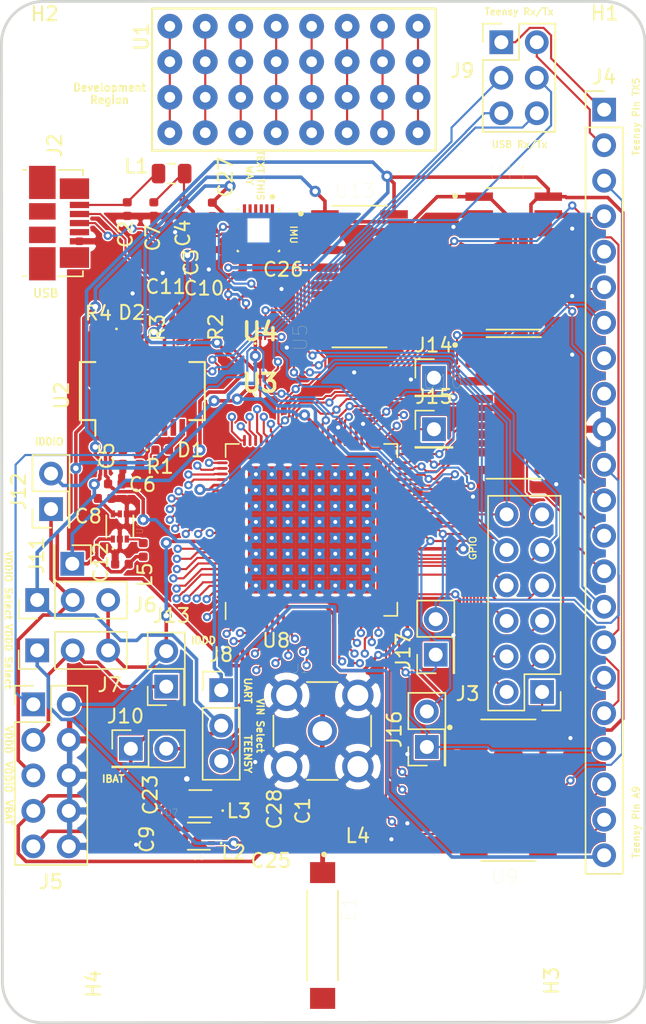
<source format=kicad_pcb>
(kicad_pcb (version 20171130) (host pcbnew "(5.1.4-0-10_14)")
  (layers (0 F.Cu signal hide) (31 B.Cu signal) (36 B.SilkS user) (37 F.SilkS user) (38 B.Mask user) (39 F.Mask user) (44 Edge.Cuts user))
  (net 0 "")
  (net 1 +UART33)
  (net 2 GND)
  (net 3 +VBAT)
  (net 4 +VDDD)
  (net 5 +VDDIO)
  (net 6 /GPIO7)
  (net 7 /GPIO5)
  (net 8 /GPIO3)
  (net 9 /GPIO1)
  (net 10 /GPIO8)
  (net 11 /GPIO6)
  (net 12 /GPIO4)
  (net 13 /GPIO2)
  (net 14 /GPIO10)
  (net 15 /GPIO12)
  (net 16 /GPIO14)
  (net 17 /GPIO15)
  (net 18 /GPIO9)
  (net 19 /GPIO11)
  (net 20 /GPIO13)
  (net 21 /GPIO0)
  (net 22 "Net-(U8-Pad100)")
  (net 23 "Net-(U8-Pad99)")
  (net 24 "Net-(U8-Pad98)")
  (net 25 "Net-(U8-Pad97)")
  (net 26 "Net-(U8-Pad96)")
  (net 27 "Net-(U8-Pad95)")
  (net 28 "Net-(U8-Pad94)")
  (net 29 "Net-(U8-Pad93)")
  (net 30 "Net-(U8-Pad91)")
  (net 31 "Net-(U8-Pad88)")
  (net 32 "Net-(U8-Pad87)")
  (net 33 "Net-(U8-Pad86)")
  (net 34 "Net-(U8-Pad85)")
  (net 35 "Net-(U8-Pad84)")
  (net 36 "Net-(U8-Pad83)")
  (net 37 "Net-(U8-Pad82)")
  (net 38 "Net-(U8-Pad81)")
  (net 39 "Net-(U8-Pad79)")
  (net 40 "Net-(U8-Pad78)")
  (net 41 "Net-(U8-Pad77)")
  (net 42 "Net-(U8-Pad76)")
  (net 43 "Net-(U8-Pad75)")
  (net 44 "Net-(U8-Pad74)")
  (net 45 "Net-(U8-Pad73)")
  (net 46 "Net-(U8-Pad57)")
  (net 47 "Net-(U8-Pad52)")
  (net 48 "Net-(U8-Pad51)")
  (net 49 "Net-(U8-Pad25)")
  (net 50 "Net-(U8-Pad24)")
  (net 51 "Net-(U8-Pad23)")
  (net 52 "Net-(U8-Pad21)")
  (net 53 "Net-(U8-Pad20)")
  (net 54 "Net-(U8-Pad19)")
  (net 55 "Net-(U8-Pad18)")
  (net 56 "Net-(U8-Pad13)")
  (net 57 "Net-(U8-Pad9)")
  (net 58 "Net-(U8-Pad8)")
  (net 59 "Net-(U8-Pad7)")
  (net 60 "Net-(U8-Pad6)")
  (net 61 "Net-(U8-Pad3)")
  (net 62 "Net-(U8-Pad2)")
  (net 63 "Net-(U8-Pad1)")
  (net 64 /RsTx)
  (net 65 /RsRx)
  (net 66 /3WB_DATA)
  (net 67 /3WB_ENB)
  (net 68 /3WB_CLK)
  (net 69 /RF_IN)
  (net 70 /UART/D_P)
  (net 71 "Net-(R2-Pad2)")
  (net 72 /UART/D_N)
  (net 73 "Net-(R3-Pad1)")
  (net 74 "Net-(U2-Pad1)")
  (net 75 "Net-(U2-Pad2)")
  (net 76 "Net-(U2-Pad5)")
  (net 77 "Net-(U2-Pad7)")
  (net 78 "Net-(U2-Pad8)")
  (net 79 "Net-(U2-Pad9)")
  (net 80 +VUSB)
  (net 81 "Net-(U2-Pad18)")
  (net 82 "Net-(U2-Pad19)")
  (net 83 "Net-(C2-Pad1)")
  (net 84 "Net-(J2-Pad4)")
  (net 85 /aSCSEL)
  (net 86 /aSCANIN)
  (net 87 /aLOAD)
  (net 88 /aSCANOUT)
  (net 89 /aPHI)
  (net 90 /aPHIb)
  (net 91 /Boot_Source_Sel)
  (net 92 /hReset)
  (net 93 /Clock)
  (net 94 /sReset)
  (net 95 "Net-(L3-Pad2)")
  (net 96 "Net-(L2-Pad2)")
  (net 97 +VIN)
  (net 98 "/Teensy Connections/aPHIb33")
  (net 99 "/Teensy Connections/aPHI33")
  (net 100 "/Teensy Connections/hReset33")
  (net 101 "/Teensy Connections/Clock33")
  (net 102 "/Teensy Connections/aSCANOUT33")
  (net 103 "/Teensy Connections/aLOAD33")
  (net 104 "/Teensy Connections/aSCANIN33")
  (net 105 "/Teensy Connections/aSCSEL33")
  (net 106 "Net-(U8-Pad72)")
  (net 107 "Net-(U8-Pad71)")
  (net 108 "Net-(U8-Pad70)")
  (net 109 "Net-(U8-Pad22)")
  (net 110 "Net-(U8-Pad12)")
  (net 111 "Net-(U8-Pad10)")
  (net 112 "Net-(D2-Pad1)")
  (net 113 "Net-(D1-Pad1)")
  (net 114 "Net-(D1-Pad2)")
  (net 115 "Net-(D2-Pad2)")
  (net 116 "Net-(U8-Pad92)")
  (net 117 /Tx33)
  (net 118 /Rx33)
  (net 119 "/Teensy Connections/sReset33")
  (net 120 "/Teensy Connections/3WB_DATA33")
  (net 121 "/Teensy Connections/3WB_ENB33")
  (net 122 "/Teensy Connections/3WB_CLK33")
  (net 123 /UART/RsTx33)
  (net 124 /UART/RsRx33)
  (net 125 /UART/RsTx33USB)
  (net 126 /UART/RsRx33USB)
  (net 127 "Net-(U5-Pad1)")
  (net 128 "Net-(U5-Pad7)")
  (net 129 "Net-(C3-Pad2)")
  (net 130 "Net-(U5-Pad12)")
  (net 131 "Net-(U5-Pad19)")
  (net 132 "Net-(U5-Pad21)")
  (net 133 +TEENSY33)
  (net 134 "Net-(U13-Pad6)")
  (net 135 "Net-(U13-Pad7)")
  (net 136 "Net-(U13-Pad10)")
  (net 137 "Net-(U13-Pad11)")
  (net 138 "Net-(U9-Pad4)")
  (net 139 "Net-(U9-Pad13)")
  (net 140 +V18IO)
  (net 141 "Net-(L5-Pad2)")
  (net 142 "Net-(U13-Pad5)")
  (net 143 "Net-(U13-Pad12)")
  (net 144 "Net-(C1-Pad1)")
  (net 145 +1VIN)
  (net 146 "Net-(J14-Pad1)")
  (net 147 "Net-(J15-Pad1)")
  (net 148 "Net-(U5-Pad17)")
  (net 149 "Net-(U5-Pad16)")
  (net 150 "Net-(U5-Pad15)")
  (net 151 "Net-(U5-Pad14)")
  (net 152 "Net-(U5-Pad6)")
  (net 153 "Net-(U5-Pad5)")
  (net 154 "Net-(U5-Pad4)")
  (net 155 "Net-(U5-Pad3)")
  (net 156 "Net-(U5-Pad2)")
  (net 157 "Net-(U1-Pad11)")
  (net 158 "Net-(U1-Pad12)")
  (net 159 "Net-(U1-Pad13)")
  (net 160 "Net-(U1-Pad14)")
  (net 161 "Net-(U1-Pad15)")
  (net 162 "Net-(U1-Pad16)")
  (net 163 "Net-(U1-Pad17)")
  (net 164 "Net-(U1-Pad18)")
  (net 165 "Net-(J4-PadA21)")
  (net 166 "Net-(J4-PadA22)")
  (net 167 +VBAT')
  (net 168 +VDDIO')
  (net 169 +VDDD')
  (module MountingHole:MountingHole_2.7mm_M2.5 (layer F.Cu) (at 232.664 70.104 180)
    (fp_text reference H1 (at -0.0508 2.0828 180) (layer F.SilkS))
    (fp_text value MountingHole)
    (pad 1 np_thru_hole circle (at 0 0 180) (size 2.7 2.7) (drill 2.7) (layers *.Cu *.Mask))
  )
  (module Inductor_SMD:L_0805_2012Metric (layer F.Cu) (at 201.676 79.502)
    (fp_text reference L1 (at -2.5146 -0.5334) (layer F.SilkS))
    (fp_text value HZ0805E601R-10)
    (pad 1 smd roundrect (at -0.9375 0) (size 0.975 1.4) (layers F.Cu F.Paste F.Mask) (net 83 "Net-(C2-Pad1)"))
    (pad 2 smd roundrect (at 0.9375 0) (size 0.975 1.4) (layers F.Cu F.Paste F.Mask) (net 80 +VUSB))
  )
  (module Connector_PinHeader_2.54mm:PinHeader_1x03_P2.54mm_Vertical (layer F.Cu) (at 192.0494 113.6142 90)
    (fp_text reference J7 (at -2.4638 5.1816 180) (layer F.SilkS))
    (fp_text value Conn_01x03)
    (pad 3 thru_hole oval (at 0 5.08 90) (size 1.7 1.7) (drill 1) (layers *.Cu *.Mask) (net 167 +VBAT'))
    (pad 2 thru_hole oval (at 0 2.54 90) (size 1.7 1.7) (drill 1) (layers *.Cu *.Mask) (net 169 +VDDD'))
    (pad 1 thru_hole rect (at 0 0 90) (size 1.7 1.7) (drill 1) (layers *.Cu *.Mask) (net 145 +1VIN))
  )
  (module Connector_PinHeader_2.54mm:PinHeader_1x01_P2.54mm_Vertical (layer F.Cu) (at 194.564 107.4166 270)
    (fp_text reference J11 (at -0.6096 2.54 270) (layer F.SilkS))
    (fp_text value Conn_01x01)
    (pad 1 thru_hole rect (at 0 0 270) (size 1.7 1.7) (drill 1) (layers *.Cu *.Mask) (net 140 +V18IO))
  )
  (module Connector_PinHeader_2.54mm:PinHeader_1x03_P2.54mm_Vertical (layer F.Cu) (at 192.0494 110.0074 90)
    (fp_text reference J6 (at -0.3556 7.7216 -180) (layer F.SilkS))
    (fp_text value Conn_01x03)
    (pad 1 thru_hole rect (at 0 0 90) (size 1.7 1.7) (drill 1) (layers *.Cu *.Mask) (net 97 +VIN))
    (pad 2 thru_hole oval (at 0 2.54 90) (size 1.7 1.7) (drill 1) (layers *.Cu *.Mask) (net 168 +VDDIO'))
    (pad 3 thru_hole oval (at 0 5.08 90) (size 1.7 1.7) (drill 1) (layers *.Cu *.Mask) (net 167 +VBAT'))
  )
  (module downloaded_libs:SOIC127P600X175-16N (layer F.Cu) (at 215.138 86.868)
    (fp_text reference U13 (at -0.325 -6.135) (layer F.SilkS) (effects (font (thickness 0.015))))
    (fp_text value 74AVCH4T245D,118)
    (pad 16 smd rect (at 2.475 -4.445) (size 1.97 0.6) (layers F.Cu F.Paste F.Mask) (net 97 +VIN))
    (pad 15 smd rect (at 2.475 -3.175) (size 1.97 0.6) (layers F.Cu F.Paste F.Mask) (net 2 GND))
    (pad 14 smd rect (at 2.475 -1.905) (size 1.97 0.6) (layers F.Cu F.Paste F.Mask) (net 2 GND))
    (pad 13 smd rect (at 2.475 -0.635) (size 1.97 0.6) (layers F.Cu F.Paste F.Mask) (net 102 "/Teensy Connections/aSCANOUT33"))
    (pad 12 smd rect (at 2.475 0.635) (size 1.97 0.6) (layers F.Cu F.Paste F.Mask) (net 143 "Net-(U13-Pad12)"))
    (pad 11 smd rect (at 2.475 1.905) (size 1.97 0.6) (layers F.Cu F.Paste F.Mask) (net 137 "Net-(U13-Pad11)"))
    (pad 10 smd rect (at 2.475 3.175) (size 1.97 0.6) (layers F.Cu F.Paste F.Mask) (net 136 "Net-(U13-Pad10)"))
    (pad 9 smd rect (at 2.475 4.445) (size 1.97 0.6) (layers F.Cu F.Paste F.Mask) (net 2 GND))
    (pad 8 smd rect (at -2.475 4.445) (size 1.97 0.6) (layers F.Cu F.Paste F.Mask) (net 2 GND))
    (pad 7 smd rect (at -2.475 3.175) (size 1.97 0.6) (layers F.Cu F.Paste F.Mask) (net 135 "Net-(U13-Pad7)"))
    (pad 6 smd rect (at -2.475 1.905) (size 1.97 0.6) (layers F.Cu F.Paste F.Mask) (net 134 "Net-(U13-Pad6)"))
    (pad 5 smd rect (at -2.475 0.635) (size 1.97 0.6) (layers F.Cu F.Paste F.Mask) (net 142 "Net-(U13-Pad5)"))
    (pad 4 smd rect (at -2.475 -0.635) (size 1.97 0.6) (layers F.Cu F.Paste F.Mask) (net 88 /aSCANOUT))
    (pad 3 smd rect (at -2.475 -1.905) (size 1.97 0.6) (layers F.Cu F.Paste F.Mask) (net 2 GND))
    (pad 2 smd rect (at -2.475 -3.175) (size 1.97 0.6) (layers F.Cu F.Paste F.Mask) (net 3 +VBAT))
    (pad 1 smd rect (at -2.475 -4.445) (size 1.97 0.6) (layers F.Cu F.Paste F.Mask) (net 3 +VBAT))
  )
  (module SCUM:Perfboard (layer F.Cu) (at 199.009 74.041 90)
    (fp_text reference U1 (at 4.318 0.5 90) (layer F.SilkS))
    (fp_text value Perfboard)
    (pad 48 thru_hole circle (at 5.08 20.32 90) (size 1.778 1.778) (drill 0.762) (layers *.Cu *.Mask) (net 164 "Net-(U1-Pad18)"))
    (pad 38 thru_hole circle (at 2.54 20.32 90) (size 1.778 1.778) (drill 0.762) (layers *.Cu *.Mask) (net 164 "Net-(U1-Pad18)"))
    (pad 28 thru_hole circle (at 0 20.32 90) (size 1.778 1.778) (drill 0.762) (layers *.Cu *.Mask) (net 164 "Net-(U1-Pad18)"))
    (pad 18 thru_hole circle (at -2.54 20.32 90) (size 1.778 1.778) (drill 0.762) (layers *.Cu *.Mask) (net 164 "Net-(U1-Pad18)"))
    (pad 47 thru_hole circle (at 5.08 17.78 90) (size 1.778 1.778) (drill 0.762) (layers *.Cu *.Mask) (net 163 "Net-(U1-Pad17)"))
    (pad 37 thru_hole circle (at 2.54 17.78 90) (size 1.778 1.778) (drill 0.762) (layers *.Cu *.Mask) (net 163 "Net-(U1-Pad17)"))
    (pad 27 thru_hole circle (at 0 17.78 90) (size 1.778 1.778) (drill 0.762) (layers *.Cu *.Mask) (net 163 "Net-(U1-Pad17)"))
    (pad 17 thru_hole circle (at -2.54 17.78 90) (size 1.778 1.778) (drill 0.762) (layers *.Cu *.Mask) (net 163 "Net-(U1-Pad17)"))
    (pad 46 thru_hole circle (at 5.08 15.24 90) (size 1.778 1.778) (drill 0.762) (layers *.Cu *.Mask) (net 162 "Net-(U1-Pad16)"))
    (pad 36 thru_hole circle (at 2.54 15.24 90) (size 1.778 1.778) (drill 0.762) (layers *.Cu *.Mask) (net 162 "Net-(U1-Pad16)"))
    (pad 26 thru_hole circle (at 0 15.24 90) (size 1.778 1.778) (drill 0.762) (layers *.Cu *.Mask) (net 162 "Net-(U1-Pad16)"))
    (pad 16 thru_hole circle (at -2.54 15.24 90) (size 1.778 1.778) (drill 0.762) (layers *.Cu *.Mask) (net 162 "Net-(U1-Pad16)"))
    (pad 45 thru_hole circle (at 5.08 12.7 90) (size 1.778 1.778) (drill 0.762) (layers *.Cu *.Mask) (net 161 "Net-(U1-Pad15)"))
    (pad 35 thru_hole circle (at 2.54 12.7 90) (size 1.778 1.778) (drill 0.762) (layers *.Cu *.Mask) (net 161 "Net-(U1-Pad15)"))
    (pad 25 thru_hole circle (at 0 12.7 90) (size 1.778 1.778) (drill 0.762) (layers *.Cu *.Mask) (net 161 "Net-(U1-Pad15)"))
    (pad 15 thru_hole circle (at -2.54 12.7 90) (size 1.778 1.778) (drill 0.762) (layers *.Cu *.Mask) (net 161 "Net-(U1-Pad15)"))
    (pad 44 thru_hole circle (at 5.08 10.16 90) (size 1.778 1.778) (drill 0.762) (layers *.Cu *.Mask) (net 160 "Net-(U1-Pad14)"))
    (pad 34 thru_hole circle (at 2.54 10.16 90) (size 1.778 1.778) (drill 0.762) (layers *.Cu *.Mask) (net 160 "Net-(U1-Pad14)"))
    (pad 24 thru_hole circle (at 0 10.16 90) (size 1.778 1.778) (drill 0.762) (layers *.Cu *.Mask) (net 160 "Net-(U1-Pad14)"))
    (pad 14 thru_hole circle (at -2.54 10.16 90) (size 1.778 1.778) (drill 0.762) (layers *.Cu *.Mask) (net 160 "Net-(U1-Pad14)"))
    (pad 43 thru_hole circle (at 5.08 7.62 90) (size 1.778 1.778) (drill 0.762) (layers *.Cu *.Mask) (net 159 "Net-(U1-Pad13)"))
    (pad 33 thru_hole circle (at 2.54 7.62 90) (size 1.778 1.778) (drill 0.762) (layers *.Cu *.Mask) (net 159 "Net-(U1-Pad13)"))
    (pad 23 thru_hole circle (at 0 7.62 90) (size 1.778 1.778) (drill 0.762) (layers *.Cu *.Mask) (net 159 "Net-(U1-Pad13)"))
    (pad 13 thru_hole circle (at -2.54 7.62 90) (size 1.778 1.778) (drill 0.762) (layers *.Cu *.Mask) (net 159 "Net-(U1-Pad13)"))
    (pad 42 thru_hole circle (at 5.08 5.08 90) (size 1.778 1.778) (drill 0.762) (layers *.Cu *.Mask) (net 158 "Net-(U1-Pad12)"))
    (pad 32 thru_hole circle (at 2.54 5.08 90) (size 1.778 1.778) (drill 0.762) (layers *.Cu *.Mask) (net 158 "Net-(U1-Pad12)"))
    (pad 22 thru_hole circle (at 0 5.08 90) (size 1.778 1.778) (drill 0.762) (layers *.Cu *.Mask) (net 158 "Net-(U1-Pad12)"))
    (pad 12 thru_hole circle (at -2.54 5.08 90) (size 1.778 1.778) (drill 0.762) (layers *.Cu *.Mask) (net 158 "Net-(U1-Pad12)"))
    (pad 41 thru_hole circle (at 5.08 2.54 90) (size 1.778 1.778) (drill 0.762) (layers *.Cu *.Mask) (net 157 "Net-(U1-Pad11)"))
    (pad 31 thru_hole circle (at 2.54 2.54 90) (size 1.778 1.778) (drill 0.762) (layers *.Cu *.Mask) (net 157 "Net-(U1-Pad11)"))
    (pad 21 thru_hole circle (at 0 2.54 90) (size 1.778 1.778) (drill 0.762) (layers *.Cu *.Mask) (net 157 "Net-(U1-Pad11)"))
    (pad 11 thru_hole circle (at -2.54 2.54 90) (size 1.778 1.778) (drill 0.762) (layers *.Cu *.Mask) (net 157 "Net-(U1-Pad11)"))
  )
  (module SCUM:Teensy_Connector (layer F.Cu) (at 232.664 74.93)
    (fp_text reference J4 (at 0 -2.33) (layer F.SilkS))
    (fp_text value Conn_01x22)
    (pad TX5 thru_hole rect (at 0 0) (size 1.7 1.7) (drill 1) (layers *.Cu *.Mask) (net 117 /Tx33))
    (pad RX5 thru_hole oval (at 0 2.54) (size 1.7 1.7) (drill 1) (layers *.Cu *.Mask) (net 118 /Rx33))
    (pad A16 thru_hole oval (at 0 5.08) (size 1.7 1.7) (drill 1) (layers *.Cu *.Mask) (net 103 "/Teensy Connections/aLOAD33"))
    (pad A17 thru_hole oval (at 0 7.62) (size 1.7 1.7) (drill 1) (layers *.Cu *.Mask) (net 102 "/Teensy Connections/aSCANOUT33"))
    (pad A18 thru_hole oval (at 0 10.16) (size 1.7 1.7) (drill 1) (layers *.Cu *.Mask) (net 99 "/Teensy Connections/aPHI33"))
    (pad A19 thru_hole oval (at 0 12.7) (size 1.7 1.7) (drill 1) (layers *.Cu *.Mask) (net 98 "/Teensy Connections/aPHIb33"))
    (pad A20 thru_hole oval (at 0 15.24) (size 1.7 1.7) (drill 1) (layers *.Cu *.Mask) (net 8 /GPIO3))
    (pad A21 thru_hole oval (at 0 17.78) (size 1.7 1.7) (drill 1) (layers *.Cu *.Mask) (net 165 "Net-(J4-PadA21)"))
    (pad A22 thru_hole oval (at 0 20.32) (size 1.7 1.7) (drill 1) (layers *.Cu *.Mask) (net 166 "Net-(J4-PadA22)"))
    (pad GND thru_hole oval (at 0 22.86) (size 1.7 1.7) (drill 1) (layers *.Cu *.Mask) (net 2 GND))
    (pad D13 thru_hole oval (at 0 25.4) (size 1.7 1.7) (drill 1) (layers *.Cu *.Mask) (net 21 /GPIO0))
    (pad A0 thru_hole oval (at 0 27.94) (size 1.7 1.7) (drill 1) (layers *.Cu *.Mask) (net 120 "/Teensy Connections/3WB_DATA33"))
    (pad A1 thru_hole oval (at 0 30.48) (size 1.7 1.7) (drill 1) (layers *.Cu *.Mask) (net 121 "/Teensy Connections/3WB_ENB33"))
    (pad A2 thru_hole oval (at 0 33.02) (size 1.7 1.7) (drill 1) (layers *.Cu *.Mask) (net 122 "/Teensy Connections/3WB_CLK33"))
    (pad A3 thru_hole oval (at 0 35.56) (size 1.7 1.7) (drill 1) (layers *.Cu *.Mask) (net 100 "/Teensy Connections/hReset33"))
    (pad A4 thru_hole oval (at 0 38.1) (size 1.7 1.7) (drill 1) (layers *.Cu *.Mask) (net 119 "/Teensy Connections/sReset33"))
    (pad A5 thru_hole oval (at 0 40.64) (size 1.7 1.7) (drill 1) (layers *.Cu *.Mask) (net 13 /GPIO2))
    (pad A6 thru_hole oval (at 0 43.18) (size 1.7 1.7) (drill 1) (layers *.Cu *.Mask) (net 101 "/Teensy Connections/Clock33"))
    (pad A7 thru_hole oval (at 0 45.72) (size 1.7 1.7) (drill 1) (layers *.Cu *.Mask) (net 9 /GPIO1))
    (pad A8 thru_hole oval (at 0 48.26) (size 1.7 1.7) (drill 1) (layers *.Cu *.Mask) (net 104 "/Teensy Connections/aSCANIN33"))
    (pad A9 thru_hole oval (at 0 50.8) (size 1.7 1.7) (drill 1) (layers *.Cu *.Mask) (net 105 "/Teensy Connections/aSCSEL33"))
    (pad 3.3V thru_hole oval (at 0 53.34) (size 1.7 1.7) (drill 1) (layers *.Cu *.Mask) (net 133 +TEENSY33))
  )
  (module Connector_PinHeader_2.54mm:PinHeader_2x01_P2.54mm_Vertical (layer F.Cu) (at 220.599 113.919 90)
    (fp_text reference J17 (at 0.254 -2.33 90) (layer F.SilkS))
    (fp_text value Conn_02x01)
    (pad 2 thru_hole oval (at 2.54 0 90) (size 1.7 1.7) (drill 1) (layers *.Cu *.Mask) (net 18 /GPIO9))
    (pad 1 thru_hole rect (at 0 0 90) (size 1.7 1.7) (drill 1) (layers *.Cu *.Mask) (net 9 /GPIO1))
  )
  (module Connector_PinHeader_2.54mm:PinHeader_2x01_P2.54mm_Vertical (layer F.Cu) (at 219.964 120.523 90)
    (fp_text reference J16 (at 1.27 -2.33 90) (layer F.SilkS))
    (fp_text value Conn_02x01)
    (pad 2 thru_hole oval (at 2.54 0 90) (size 1.7 1.7) (drill 1) (layers *.Cu *.Mask) (net 10 /GPIO8))
    (pad 1 thru_hole rect (at 0 0 90) (size 1.7 1.7) (drill 1) (layers *.Cu *.Mask) (net 9 /GPIO1))
  )
  (module Connector_PinHeader_2.54mm:PinHeader_1x01_P2.54mm_Vertical (layer F.Cu) (at 220.472 97.79)
    (fp_text reference J15 (at 0 -2.33) (layer F.SilkS))
    (fp_text value Conn_01x01_Male)
    (pad 1 thru_hole rect (at 0 0) (size 1.7 1.7) (drill 1) (layers *.Cu *.Mask) (net 147 "Net-(J15-Pad1)"))
  )
  (module Connector_PinHeader_2.54mm:PinHeader_1x01_P2.54mm_Vertical (layer F.Cu) (at 220.472 94.107)
    (fp_text reference J14 (at 0 -2.33) (layer F.SilkS))
    (fp_text value Conn_01x01_Male)
    (pad 1 thru_hole rect (at 0 0) (size 1.7 1.7) (drill 1) (layers *.Cu *.Mask) (net 146 "Net-(J14-Pad1)"))
  )
  (module Connector_PinHeader_2.54mm:PinHeader_2x01_P2.54mm_Vertical (layer F.Cu) (at 201.295 116.205 90)
    (fp_text reference J13 (at 5.08 0.381 180) (layer F.SilkS))
    (fp_text value Conn_02x01)
    (pad 2 thru_hole oval (at 2.54 0 90) (size 1.7 1.7) (drill 1) (layers *.Cu *.Mask) (net 4 +VDDD))
    (pad 1 thru_hole rect (at 0 0 90) (size 1.7 1.7) (drill 1) (layers *.Cu *.Mask) (net 169 +VDDD'))
  )
  (module Connector_PinHeader_2.54mm:PinHeader_2x01_P2.54mm_Vertical (layer F.Cu) (at 193.04 103.505 90)
    (fp_text reference J12 (at 1.27 -2.33 90) (layer F.SilkS))
    (fp_text value Conn_02x01)
    (pad 2 thru_hole oval (at 2.54 0 90) (size 1.7 1.7) (drill 1) (layers *.Cu *.Mask) (net 5 +VDDIO))
    (pad 1 thru_hole rect (at 0 0 90) (size 1.7 1.7) (drill 1) (layers *.Cu *.Mask) (net 168 +VDDIO'))
  )
  (module Connector_PinHeader_2.54mm:PinHeader_2x01_P2.54mm_Vertical (layer F.Cu) (at 198.755 120.65)
    (fp_text reference J10 (at -0.381 -2.33) (layer F.SilkS))
    (fp_text value Conn_02x01)
    (pad 2 thru_hole oval (at 2.54 0) (size 1.7 1.7) (drill 1) (layers *.Cu *.Mask) (net 3 +VBAT))
    (pad 1 thru_hole rect (at 0 0) (size 1.7 1.7) (drill 1) (layers *.Cu *.Mask) (net 167 +VBAT'))
  )
  (module Connector_PinHeader_2.54mm:PinHeader_2x05_P2.54mm_Vertical (layer F.Cu) (at 191.77 117.475)
    (fp_text reference J5 (at 1.27 12.7) (layer F.SilkS))
    (fp_text value Conn_02x05_Odd_Even)
    (pad 10 thru_hole oval (at 2.54 10.16) (size 1.7 1.7) (drill 1) (layers *.Cu *.Mask) (net 2 GND))
    (pad 9 thru_hole oval (at 0 10.16) (size 1.7 1.7) (drill 1) (layers *.Cu *.Mask) (net 97 +VIN))
    (pad 8 thru_hole oval (at 2.54 7.62) (size 1.7 1.7) (drill 1) (layers *.Cu *.Mask) (net 2 GND))
    (pad 7 thru_hole oval (at 0 7.62) (size 1.7 1.7) (drill 1) (layers *.Cu *.Mask) (net 167 +VBAT'))
    (pad 6 thru_hole oval (at 2.54 5.08) (size 1.7 1.7) (drill 1) (layers *.Cu *.Mask) (net 2 GND))
    (pad 5 thru_hole oval (at 0 5.08) (size 1.7 1.7) (drill 1) (layers *.Cu *.Mask) (net 168 +VDDIO'))
    (pad 4 thru_hole oval (at 2.54 2.54) (size 1.7 1.7) (drill 1) (layers *.Cu *.Mask) (net 2 GND))
    (pad 3 thru_hole oval (at 0 2.54) (size 1.7 1.7) (drill 1) (layers *.Cu *.Mask) (net 169 +VDDD'))
    (pad 2 thru_hole oval (at 2.54 0) (size 1.7 1.7) (drill 1) (layers *.Cu *.Mask) (net 4 +VDDD))
    (pad 1 thru_hole rect (at 0 0) (size 1.7 1.7) (drill 1) (layers *.Cu *.Mask) (net 91 /Boot_Source_Sel))
  )
  (module SamacSys_Parts:74LVC1G3157GS132 (layer F.Cu) (at 208.026 90.805)
    (fp_text reference U4 (at 0 0) (layer F.SilkS) (effects (font (size 1.27 1.27) (thickness 0.254))))
    (fp_text value 74AVC1T45GS-Q100H hide)
    (pad 6 smd rect (at -0.35 -0.35) (size 0.15 0.5) (layers F.Cu F.Paste F.Mask) (net 97 +VIN))
    (pad 5 smd rect (at 0 -0.35) (size 0.15 0.5) (layers F.Cu F.Paste F.Mask) (net 5 +VDDIO))
    (pad 4 smd rect (at 0.35 -0.35) (size 0.15 0.5) (layers F.Cu F.Paste F.Mask) (net 123 /UART/RsTx33))
    (pad 3 smd rect (at 0.35 0.35) (size 0.15 0.5) (layers F.Cu F.Paste F.Mask) (net 64 /RsTx))
    (pad 2 smd rect (at 0 0.35) (size 0.15 0.5) (layers F.Cu F.Paste F.Mask) (net 2 GND))
    (pad 1 smd rect (at -0.35 0.35) (size 0.15 0.5) (layers F.Cu F.Paste F.Mask) (net 5 +VDDIO))
  )
  (module SamacSys_Parts:74LVC1G3157GS132 (layer F.Cu) (at 208.026 94.488)
    (fp_text reference U3 (at 0 0) (layer F.SilkS) (effects (font (size 1.27 1.27) (thickness 0.254))))
    (fp_text value 74AVC1T45GS-Q100H hide)
    (pad 1 smd rect (at -0.35 0.35) (size 0.15 0.5) (layers F.Cu F.Paste F.Mask) (net 3 +VBAT))
    (pad 2 smd rect (at 0 0.35) (size 0.15 0.5) (layers F.Cu F.Paste F.Mask) (net 2 GND))
    (pad 3 smd rect (at 0.35 0.35) (size 0.15 0.5) (layers F.Cu F.Paste F.Mask) (net 65 /RsRx))
    (pad 4 smd rect (at 0.35 -0.35) (size 0.15 0.5) (layers F.Cu F.Paste F.Mask) (net 124 /UART/RsRx33))
    (pad 5 smd rect (at 0 -0.35) (size 0.15 0.5) (layers F.Cu F.Paste F.Mask) (net 2 GND))
    (pad 6 smd rect (at -0.35 -0.35) (size 0.15 0.5) (layers F.Cu F.Paste F.Mask) (net 97 +VIN))
  )
  (module downloaded_libs:LINX_CONSMA001-G (layer F.Cu) (at 212.471 119.38)
    (fp_text reference J1 (at -1.533 -4.4714) (layer F.SilkS) (effects (font (size 0.64 0.64) (thickness 0.015))))
    (fp_text value CONSMA001-G)
    (pad 1 thru_hole circle (at 0 0) (size 2.1 2.1) (drill 1.4) (layers *.Cu *.Mask) (net 69 /RF_IN))
    (pad S1 thru_hole circle (at -2.55 -2.55) (size 2.25 2.25) (drill 1.5) (layers *.Cu *.Mask) (net 2 GND))
    (pad S2 thru_hole circle (at -2.55 2.55) (size 2.25 2.25) (drill 1.5) (layers *.Cu *.Mask) (net 2 GND))
    (pad S3 thru_hole circle (at 2.55 2.55) (size 2.25 2.25) (drill 1.5) (layers *.Cu *.Mask) (net 2 GND))
    (pad S4 thru_hole circle (at 2.55 -2.55) (size 2.25 2.25) (drill 1.5) (layers *.Cu *.Mask) (net 2 GND))
  )
  (module downloaded_libs:QFN40P300X300X105-24N (layer F.Cu) (at 207.899 83.566 270)
    (fp_text reference U5 (at 7.6708 -2.9972 270) (layer F.SilkS) (effects (font (thickness 0.015))))
    (fp_text value ICM-20948)
    (pad 24 smd rect (at -1 -1.545 270) (size 0.22 0.64) (layers F.Cu F.Paste F.Mask) (net 15 /GPIO12))
    (pad 23 smd rect (at -0.6 -1.545 270) (size 0.22 0.64) (layers F.Cu F.Paste F.Mask) (net 16 /GPIO14))
    (pad 22 smd rect (at -0.2 -1.545 270) (size 0.22 0.64) (layers F.Cu F.Paste F.Mask) (net 17 /GPIO15))
    (pad 21 smd rect (at 0.2 -1.545 270) (size 0.22 0.64) (layers F.Cu F.Paste F.Mask) (net 132 "Net-(U5-Pad21)"))
    (pad 20 smd rect (at 0.6 -1.545 270) (size 0.22 0.64) (layers F.Cu F.Paste F.Mask) (net 2 GND))
    (pad 19 smd rect (at 1 -1.545 270) (size 0.22 0.64) (layers F.Cu F.Paste F.Mask) (net 131 "Net-(U5-Pad19)"))
    (pad 18 smd rect (at 1.545 -1 270) (size 0.64 0.22) (layers F.Cu F.Paste F.Mask) (net 2 GND))
    (pad 17 smd rect (at 1.545 -0.6 270) (size 0.64 0.22) (layers F.Cu F.Paste F.Mask) (net 148 "Net-(U5-Pad17)"))
    (pad 16 smd rect (at 1.545 -0.2 270) (size 0.64 0.22) (layers F.Cu F.Paste F.Mask) (net 149 "Net-(U5-Pad16)"))
    (pad 15 smd rect (at 1.545 0.2 270) (size 0.64 0.22) (layers F.Cu F.Paste F.Mask) (net 150 "Net-(U5-Pad15)"))
    (pad 14 smd rect (at 1.545 0.6 270) (size 0.64 0.22) (layers F.Cu F.Paste F.Mask) (net 151 "Net-(U5-Pad14)"))
    (pad 13 smd rect (at 1.545 1 270) (size 0.64 0.22) (layers F.Cu F.Paste F.Mask) (net 97 +VIN))
    (pad 12 smd rect (at 1 1.545 270) (size 0.22 0.64) (layers F.Cu F.Paste F.Mask) (net 130 "Net-(U5-Pad12)"))
    (pad 11 smd rect (at 0.6 1.545 270) (size 0.22 0.64) (layers F.Cu F.Paste F.Mask) (net 2 GND))
    (pad 10 smd rect (at 0.2 1.545 270) (size 0.22 0.64) (layers F.Cu F.Paste F.Mask) (net 129 "Net-(C3-Pad2)"))
    (pad 9 smd rect (at -0.2 1.545 270) (size 0.22 0.64) (layers F.Cu F.Paste F.Mask) (net 20 /GPIO13))
    (pad 8 smd rect (at -0.6 1.545 270) (size 0.22 0.64) (layers F.Cu F.Paste F.Mask) (net 140 +V18IO))
    (pad 7 smd rect (at -1 1.545 270) (size 0.22 0.64) (layers F.Cu F.Paste F.Mask) (net 128 "Net-(U5-Pad7)"))
    (pad 6 smd rect (at -1.545 1 270) (size 0.64 0.22) (layers F.Cu F.Paste F.Mask) (net 152 "Net-(U5-Pad6)"))
    (pad 5 smd rect (at -1.545 0.6 270) (size 0.64 0.22) (layers F.Cu F.Paste F.Mask) (net 153 "Net-(U5-Pad5)"))
    (pad 4 smd rect (at -1.545 0.2 270) (size 0.64 0.22) (layers F.Cu F.Paste F.Mask) (net 154 "Net-(U5-Pad4)"))
    (pad 3 smd rect (at -1.545 -0.2 270) (size 0.64 0.22) (layers F.Cu F.Paste F.Mask) (net 155 "Net-(U5-Pad3)"))
    (pad 2 smd rect (at -1.545 -0.6 270) (size 0.64 0.22) (layers F.Cu F.Paste F.Mask) (net 156 "Net-(U5-Pad2)"))
    (pad 1 smd rect (at -1.545 -1 270) (size 0.64 0.22) (layers F.Cu F.Paste F.Mask) (net 127 "Net-(U5-Pad1)"))
  )
  (module downloaded_libs:SOIC127P600X175-16N (layer F.Cu) (at 226.187 85.598)
    (fp_text reference U11 (at -0.325 -6.135) (layer F.SilkS) (effects (font (thickness 0.015))))
    (fp_text value 74AVCH4T245D,118)
    (pad 16 smd rect (at 2.475 -4.445) (size 1.97 0.6) (layers F.Cu F.Paste F.Mask) (net 97 +VIN))
    (pad 15 smd rect (at 2.475 -3.175) (size 1.97 0.6) (layers F.Cu F.Paste F.Mask) (net 2 GND))
    (pad 14 smd rect (at 2.475 -1.905) (size 1.97 0.6) (layers F.Cu F.Paste F.Mask) (net 2 GND))
    (pad 13 smd rect (at 2.475 -0.635) (size 1.97 0.6) (layers F.Cu F.Paste F.Mask) (net 119 "/Teensy Connections/sReset33"))
    (pad 12 smd rect (at 2.475 0.635) (size 1.97 0.6) (layers F.Cu F.Paste F.Mask) (net 99 "/Teensy Connections/aPHI33"))
    (pad 11 smd rect (at 2.475 1.905) (size 1.97 0.6) (layers F.Cu F.Paste F.Mask) (net 98 "/Teensy Connections/aPHIb33"))
    (pad 10 smd rect (at 2.475 3.175) (size 1.97 0.6) (layers F.Cu F.Paste F.Mask) (net 100 "/Teensy Connections/hReset33"))
    (pad 9 smd rect (at 2.475 4.445) (size 1.97 0.6) (layers F.Cu F.Paste F.Mask) (net 2 GND))
    (pad 8 smd rect (at -2.475 4.445) (size 1.97 0.6) (layers F.Cu F.Paste F.Mask) (net 2 GND))
    (pad 7 smd rect (at -2.475 3.175) (size 1.97 0.6) (layers F.Cu F.Paste F.Mask) (net 92 /hReset))
    (pad 6 smd rect (at -2.475 1.905) (size 1.97 0.6) (layers F.Cu F.Paste F.Mask) (net 90 /aPHIb))
    (pad 5 smd rect (at -2.475 0.635) (size 1.97 0.6) (layers F.Cu F.Paste F.Mask) (net 89 /aPHI))
    (pad 4 smd rect (at -2.475 -0.635) (size 1.97 0.6) (layers F.Cu F.Paste F.Mask) (net 94 /sReset))
    (pad 3 smd rect (at -2.475 -1.905) (size 1.97 0.6) (layers F.Cu F.Paste F.Mask) (net 2 GND))
    (pad 2 smd rect (at -2.475 -3.175) (size 1.97 0.6) (layers F.Cu F.Paste F.Mask) (net 2 GND))
    (pad 1 smd rect (at -2.475 -4.445) (size 1.97 0.6) (layers F.Cu F.Paste F.Mask) (net 3 +VBAT))
  )
  (module downloaded_libs:SOIC127P600X175-16N (layer F.Cu) (at 226.187 96.266)
    (fp_text reference U10 (at -5.08 -1.8796) (layer F.SilkS) (effects (font (thickness 0.015))))
    (fp_text value 74AVCH4T245D,118)
    (pad 16 smd rect (at 2.475 -4.445) (size 1.97 0.6) (layers F.Cu F.Paste F.Mask) (net 97 +VIN))
    (pad 15 smd rect (at 2.475 -3.175) (size 1.97 0.6) (layers F.Cu F.Paste F.Mask) (net 2 GND))
    (pad 14 smd rect (at 2.475 -1.905) (size 1.97 0.6) (layers F.Cu F.Paste F.Mask) (net 2 GND))
    (pad 13 smd rect (at 2.475 -0.635) (size 1.97 0.6) (layers F.Cu F.Paste F.Mask) (net 101 "/Teensy Connections/Clock33"))
    (pad 12 smd rect (at 2.475 0.635) (size 1.97 0.6) (layers F.Cu F.Paste F.Mask) (net 120 "/Teensy Connections/3WB_DATA33"))
    (pad 11 smd rect (at 2.475 1.905) (size 1.97 0.6) (layers F.Cu F.Paste F.Mask) (net 121 "/Teensy Connections/3WB_ENB33"))
    (pad 10 smd rect (at 2.475 3.175) (size 1.97 0.6) (layers F.Cu F.Paste F.Mask) (net 122 "/Teensy Connections/3WB_CLK33"))
    (pad 9 smd rect (at 2.475 4.445) (size 1.97 0.6) (layers F.Cu F.Paste F.Mask) (net 2 GND))
    (pad 8 smd rect (at -2.475 4.445) (size 1.97 0.6) (layers F.Cu F.Paste F.Mask) (net 2 GND))
    (pad 7 smd rect (at -2.475 3.175) (size 1.97 0.6) (layers F.Cu F.Paste F.Mask) (net 68 /3WB_CLK))
    (pad 6 smd rect (at -2.475 1.905) (size 1.97 0.6) (layers F.Cu F.Paste F.Mask) (net 67 /3WB_ENB))
    (pad 5 smd rect (at -2.475 0.635) (size 1.97 0.6) (layers F.Cu F.Paste F.Mask) (net 66 /3WB_DATA))
    (pad 4 smd rect (at -2.475 -0.635) (size 1.97 0.6) (layers F.Cu F.Paste F.Mask) (net 93 /Clock))
    (pad 3 smd rect (at -2.475 -1.905) (size 1.97 0.6) (layers F.Cu F.Paste F.Mask) (net 2 GND))
    (pad 2 smd rect (at -2.475 -3.175) (size 1.97 0.6) (layers F.Cu F.Paste F.Mask) (net 2 GND))
    (pad 1 smd rect (at -2.475 -4.445) (size 1.97 0.6) (layers F.Cu F.Paste F.Mask) (net 3 +VBAT))
  )
  (module downloaded_libs:SOIC127P600X175-16N (layer F.Cu) (at 225.806 123.6218)
    (fp_text reference U9 (at -0.254 6.1722) (layer F.SilkS) (effects (font (thickness 0.015))))
    (fp_text value 74AVCH4T245D,118)
    (pad 16 smd rect (at 2.475 -4.445) (size 1.97 0.6) (layers F.Cu F.Paste F.Mask) (net 97 +VIN))
    (pad 15 smd rect (at 2.475 -3.175) (size 1.97 0.6) (layers F.Cu F.Paste F.Mask) (net 2 GND))
    (pad 14 smd rect (at 2.475 -1.905) (size 1.97 0.6) (layers F.Cu F.Paste F.Mask) (net 2 GND))
    (pad 13 smd rect (at 2.475 -0.635) (size 1.97 0.6) (layers F.Cu F.Paste F.Mask) (net 139 "Net-(U9-Pad13)"))
    (pad 12 smd rect (at 2.475 0.635) (size 1.97 0.6) (layers F.Cu F.Paste F.Mask) (net 103 "/Teensy Connections/aLOAD33"))
    (pad 11 smd rect (at 2.475 1.905) (size 1.97 0.6) (layers F.Cu F.Paste F.Mask) (net 104 "/Teensy Connections/aSCANIN33"))
    (pad 10 smd rect (at 2.475 3.175) (size 1.97 0.6) (layers F.Cu F.Paste F.Mask) (net 105 "/Teensy Connections/aSCSEL33"))
    (pad 9 smd rect (at 2.475 4.445) (size 1.97 0.6) (layers F.Cu F.Paste F.Mask) (net 2 GND))
    (pad 8 smd rect (at -2.475 4.445) (size 1.97 0.6) (layers F.Cu F.Paste F.Mask) (net 2 GND))
    (pad 7 smd rect (at -2.475 3.175) (size 1.97 0.6) (layers F.Cu F.Paste F.Mask) (net 85 /aSCSEL))
    (pad 6 smd rect (at -2.475 1.905) (size 1.97 0.6) (layers F.Cu F.Paste F.Mask) (net 86 /aSCANIN))
    (pad 5 smd rect (at -2.475 0.635) (size 1.97 0.6) (layers F.Cu F.Paste F.Mask) (net 87 /aLOAD))
    (pad 4 smd rect (at -2.475 -0.635) (size 1.97 0.6) (layers F.Cu F.Paste F.Mask) (net 138 "Net-(U9-Pad4)"))
    (pad 3 smd rect (at -2.475 -1.905) (size 1.97 0.6) (layers F.Cu F.Paste F.Mask) (net 2 GND))
    (pad 2 smd rect (at -2.475 -3.175) (size 1.97 0.6) (layers F.Cu F.Paste F.Mask) (net 2 GND))
    (pad 1 smd rect (at -2.475 -4.445) (size 1.97 0.6) (layers F.Cu F.Paste F.Mask) (net 3 +VBAT))
  )
  (module downloaded_libs:ANT_2450AT45A100E (layer F.Cu) (at 212.4964 134.0104 270)
    (fp_text reference E1 (at -1.905 -1.905 270) (layer F.SilkS) (effects (font (thickness 0.015))))
    (fp_text value 2450AT45A100E)
    (pad 2 smd rect (at 4.5 0 270) (size 1.5 1.8) (layers F.Cu F.Paste F.Mask))
    (pad 1 smd rect (at -4.5 0 270) (size 1.5 1.8) (layers F.Cu F.Paste F.Mask) (net 144 "Net-(C1-Pad1)"))
  )
  (module Capacitor_SMD:C_0402_1005Metric (layer F.Cu) (at 204.597 82.065 270)
    (fp_text reference C27 (at -2.3114 -0.9398 90) (layer F.SilkS))
    (fp_text value 0.1uF)
    (pad 2 smd roundrect (at 0.485 0 270) (size 0.59 0.64) (layers F.Cu F.Paste F.Mask) (net 2 GND))
    (pad 1 smd roundrect (at -0.485 0 270) (size 0.59 0.64) (layers F.Cu F.Paste F.Mask) (net 140 +V18IO))
  )
  (module Capacitor_SMD:C_0402_1005Metric (layer F.Cu) (at 204.343 84.455 90)
    (fp_text reference C3 (at -1.397 -1.27 90) (layer F.SilkS))
    (fp_text value 0.1uF)
    (pad 1 smd roundrect (at -0.485 0 90) (size 0.59 0.64) (layers F.Cu F.Paste F.Mask) (net 2 GND))
    (pad 2 smd roundrect (at 0.485 0 90) (size 0.59 0.64) (layers F.Cu F.Paste F.Mask) (net 129 "Net-(C3-Pad2)"))
  )
  (module Connector_PinHeader_2.54mm:PinHeader_2x06_P2.54mm_Vertical (layer F.Cu) (at 228.219 116.586 180)
    (fp_text reference J3 (at 5.334 -0.127 180) (layer F.SilkS))
    (fp_text value Conn_02x06_Odd_Even)
    (pad 1 thru_hole rect (at 0 0 180) (size 1.7 1.7) (drill 1) (layers *.Cu *.Mask) (net 12 /GPIO4))
    (pad 2 thru_hole oval (at 2.54 0 180) (size 1.7 1.7) (drill 1) (layers *.Cu *.Mask) (net 7 /GPIO5))
    (pad 3 thru_hole oval (at 0 2.54 180) (size 1.7 1.7) (drill 1) (layers *.Cu *.Mask) (net 11 /GPIO6))
    (pad 4 thru_hole oval (at 2.54 2.54 180) (size 1.7 1.7) (drill 1) (layers *.Cu *.Mask) (net 6 /GPIO7))
    (pad 5 thru_hole oval (at 0 5.08 180) (size 1.7 1.7) (drill 1) (layers *.Cu *.Mask) (net 10 /GPIO8))
    (pad 6 thru_hole oval (at 2.54 5.08 180) (size 1.7 1.7) (drill 1) (layers *.Cu *.Mask) (net 18 /GPIO9))
    (pad 7 thru_hole oval (at 0 7.62 180) (size 1.7 1.7) (drill 1) (layers *.Cu *.Mask) (net 14 /GPIO10))
    (pad 8 thru_hole oval (at 2.54 7.62 180) (size 1.7 1.7) (drill 1) (layers *.Cu *.Mask) (net 19 /GPIO11))
    (pad 9 thru_hole oval (at 0 10.16 180) (size 1.7 1.7) (drill 1) (layers *.Cu *.Mask) (net 15 /GPIO12))
    (pad 10 thru_hole oval (at 2.54 10.16 180) (size 1.7 1.7) (drill 1) (layers *.Cu *.Mask) (net 20 /GPIO13))
    (pad 11 thru_hole oval (at 0 12.7 180) (size 1.7 1.7) (drill 1) (layers *.Cu *.Mask) (net 16 /GPIO14))
    (pad 12 thru_hole oval (at 2.54 12.7 180) (size 1.7 1.7) (drill 1) (layers *.Cu *.Mask) (net 17 /GPIO15))
  )
  (module Capacitor_SMD:C_0402_1005Metric (layer F.Cu) (at 198.12 107.442 180)
    (fp_text reference C12 (at 1.524 0.127 270) (layer F.SilkS))
    (fp_text value "10 uF")
    (pad 2 smd roundrect (at 0.485 0 180) (size 0.59 0.64) (layers F.Cu F.Paste F.Mask) (net 2 GND))
    (pad 1 smd roundrect (at -0.485 0 180) (size 0.59 0.64) (layers F.Cu F.Paste F.Mask) (net 140 +V18IO))
  )
  (module Capacitor_SMD:C_0402_1005Metric (layer F.Cu) (at 196.8754 102.743)
    (fp_text reference C8 (at -1.1684 1.27) (layer F.SilkS))
    (fp_text value "10 uF")
    (pad 1 smd roundrect (at -0.485 0) (size 0.59 0.64) (layers F.Cu F.Paste F.Mask) (net 97 +VIN))
    (pad 2 smd roundrect (at 0.485 0) (size 0.59 0.64) (layers F.Cu F.Paste F.Mask) (net 2 GND))
  )
  (module Inductor_SMD:L_0402_1005Metric (layer F.Cu) (at 199.644 106.426 90)
    (fp_text reference L5 (at -1.778 0.127 90) (layer F.SilkS))
    (fp_text value "2.2 uH")
    (pad 1 smd roundrect (at -0.485 0 90) (size 0.59 0.64) (layers F.Cu F.Paste F.Mask) (net 140 +V18IO))
    (pad 2 smd roundrect (at 0.485 0 90) (size 0.59 0.64) (layers F.Cu F.Paste F.Mask) (net 141 "Net-(L5-Pad2)"))
  )
  (module downloaded_libs:SOFL50P180X50-6N (layer F.Cu) (at 197.9676 104.7496 90)
    (fp_text reference U12 (at 0.124 1.4224 90) (layer F.SilkS) (effects (font (size 0.48 0.48) (thickness 0.015))))
    (fp_text value S-85S1AB18-I6T1U)
    (pad 1 smd rect (at -0.9 -0.5 90) (size 0.5 0.3) (layers F.Cu F.Paste F.Mask) (net 140 +V18IO))
    (pad 2 smd rect (at -0.9 0 90) (size 0.5 0.3) (layers F.Cu F.Paste F.Mask) (net 2 GND))
    (pad 3 smd rect (at -0.9 0.5 90) (size 0.5 0.3) (layers F.Cu F.Paste F.Mask) (net 141 "Net-(L5-Pad2)"))
    (pad 4 smd rect (at 0.9 0.5 90) (size 0.5 0.3) (layers F.Cu F.Paste F.Mask) (net 2 GND))
    (pad 5 smd rect (at 0.9 0 90) (size 0.5 0.3) (layers F.Cu F.Paste F.Mask) (net 97 +VIN))
    (pad 6 smd rect (at 0.9 -0.5 90) (size 0.5 0.3) (layers F.Cu F.Paste F.Mask) (net 97 +VIN))
  )
  (module Inductor_SMD:L_0402_1005Metric (layer F.Cu) (at 212.979 127)
    (fp_text reference L4 (at 2.032 -0.127) (layer F.SilkS))
    (fp_text value "3.9 nH")
    (pad 1 smd roundrect (at -0.485 0) (size 0.59 0.64) (layers F.Cu F.Paste F.Mask) (net 144 "Net-(C1-Pad1)"))
    (pad 2 smd roundrect (at 0.485 0) (size 0.59 0.64) (layers F.Cu F.Paste F.Mask) (net 2 GND))
  )
  (module SCUM:QFN-100_EP_12x12_Pitch0.4mm (layer F.Cu) (at 211.69737 104.99451 90)
    (fp_text reference U8 (at -7.90849 -2.52837 180) (layer F.SilkS))
    (fp_text value scum3)
    (pad 101 thru_hole circle (at 3.98125 3.98125 90) (size 0.56875 0.56875) (drill 0.284375) (layers *.Cu *.Mask) (net 2 GND))
    (pad 101 thru_hole circle (at 3.98125 2.84375 90) (size 0.56875 0.56875) (drill 0.284375) (layers *.Cu *.Mask) (net 2 GND))
    (pad 101 thru_hole circle (at 3.98125 1.70625 90) (size 0.56875 0.56875) (drill 0.284375) (layers *.Cu *.Mask) (net 2 GND))
    (pad 101 thru_hole circle (at 3.98125 0.56875 90) (size 0.56875 0.56875) (drill 0.284375) (layers *.Cu *.Mask) (net 2 GND))
    (pad 101 thru_hole circle (at 3.98125 -0.56875 90) (size 0.56875 0.56875) (drill 0.284375) (layers *.Cu *.Mask) (net 2 GND))
    (pad 101 thru_hole circle (at 3.98125 -1.70625 90) (size 0.56875 0.56875) (drill 0.284375) (layers *.Cu *.Mask) (net 2 GND))
    (pad 101 thru_hole circle (at 3.98125 -2.84375 90) (size 0.56875 0.56875) (drill 0.284375) (layers *.Cu *.Mask) (net 2 GND))
    (pad 101 thru_hole circle (at 3.98125 -3.98125 90) (size 0.56875 0.56875) (drill 0.284375) (layers *.Cu *.Mask) (net 2 GND))
    (pad 101 thru_hole circle (at 2.84375 3.98125 90) (size 0.56875 0.56875) (drill 0.284375) (layers *.Cu *.Mask) (net 2 GND))
    (pad 101 thru_hole circle (at 2.84375 2.84375 90) (size 0.56875 0.56875) (drill 0.284375) (layers *.Cu *.Mask) (net 2 GND))
    (pad 101 thru_hole circle (at 2.84375 1.70625 90) (size 0.56875 0.56875) (drill 0.284375) (layers *.Cu *.Mask) (net 2 GND))
    (pad 101 thru_hole circle (at 2.84375 0.56875 90) (size 0.56875 0.56875) (drill 0.284375) (layers *.Cu *.Mask) (net 2 GND))
    (pad 101 thru_hole circle (at 2.84375 -0.56875 90) (size 0.56875 0.56875) (drill 0.284375) (layers *.Cu *.Mask) (net 2 GND))
    (pad 101 thru_hole circle (at 2.84375 -1.70625 90) (size 0.56875 0.56875) (drill 0.284375) (layers *.Cu *.Mask) (net 2 GND))
    (pad 101 thru_hole circle (at 2.84375 -2.84375 90) (size 0.56875 0.56875) (drill 0.284375) (layers *.Cu *.Mask) (net 2 GND))
    (pad 101 thru_hole circle (at 2.84375 -3.98125 90) (size 0.56875 0.56875) (drill 0.284375) (layers *.Cu *.Mask) (net 2 GND))
    (pad 101 thru_hole circle (at 1.70625 3.98125 90) (size 0.56875 0.56875) (drill 0.284375) (layers *.Cu *.Mask) (net 2 GND))
    (pad 101 thru_hole circle (at 1.70625 2.84375 90) (size 0.56875 0.56875) (drill 0.284375) (layers *.Cu *.Mask) (net 2 GND))
    (pad 101 thru_hole circle (at 1.70625 1.70625 90) (size 0.56875 0.56875) (drill 0.284375) (layers *.Cu *.Mask) (net 2 GND))
    (pad 101 thru_hole circle (at 1.70625 0.56875 90) (size 0.56875 0.56875) (drill 0.284375) (layers *.Cu *.Mask) (net 2 GND))
    (pad 101 thru_hole circle (at 1.70625 -0.56875 90) (size 0.56875 0.56875) (drill 0.284375) (layers *.Cu *.Mask) (net 2 GND))
    (pad 101 thru_hole circle (at 1.70625 -1.70625 90) (size 0.56875 0.56875) (drill 0.284375) (layers *.Cu *.Mask) (net 2 GND))
    (pad 101 thru_hole circle (at 1.70625 -2.84375 90) (size 0.56875 0.56875) (drill 0.284375) (layers *.Cu *.Mask) (net 2 GND))
    (pad 101 thru_hole circle (at 1.70625 -3.98125 90) (size 0.56875 0.56875) (drill 0.284375) (layers *.Cu *.Mask) (net 2 GND))
    (pad 101 thru_hole circle (at 0.56875 3.98125 90) (size 0.56875 0.56875) (drill 0.284375) (layers *.Cu *.Mask) (net 2 GND))
    (pad 101 thru_hole circle (at 0.56875 2.84375 90) (size 0.56875 0.56875) (drill 0.284375) (layers *.Cu *.Mask) (net 2 GND))
    (pad 101 thru_hole circle (at 0.56875 1.70625 90) (size 0.56875 0.56875) (drill 0.284375) (layers *.Cu *.Mask) (net 2 GND))
    (pad 101 thru_hole circle (at 0.56875 0.56875 90) (size 0.56875 0.56875) (drill 0.284375) (layers *.Cu *.Mask) (net 2 GND))
    (pad 101 thru_hole circle (at 0.56875 -0.56875 90) (size 0.56875 0.56875) (drill 0.284375) (layers *.Cu *.Mask) (net 2 GND))
    (pad 101 thru_hole circle (at 0.56875 -1.70625 90) (size 0.56875 0.56875) (drill 0.284375) (layers *.Cu *.Mask) (net 2 GND))
    (pad 101 thru_hole circle (at 0.56875 -2.84375 90) (size 0.56875 0.56875) (drill 0.284375) (layers *.Cu *.Mask) (net 2 GND))
    (pad 101 thru_hole circle (at 0.56875 -3.98125 90) (size 0.56875 0.56875) (drill 0.284375) (layers *.Cu *.Mask) (net 2 GND))
    (pad 101 thru_hole circle (at -0.56875 3.98125 90) (size 0.56875 0.56875) (drill 0.284375) (layers *.Cu *.Mask) (net 2 GND))
    (pad 101 thru_hole circle (at -0.56875 2.84375 90) (size 0.56875 0.56875) (drill 0.284375) (layers *.Cu *.Mask) (net 2 GND))
    (pad 101 thru_hole circle (at -0.56875 1.70625 90) (size 0.56875 0.56875) (drill 0.284375) (layers *.Cu *.Mask) (net 2 GND))
    (pad 101 thru_hole circle (at -0.56875 0.56875 90) (size 0.56875 0.56875) (drill 0.284375) (layers *.Cu *.Mask) (net 2 GND))
    (pad 101 thru_hole circle (at -0.56875 -0.56875 90) (size 0.56875 0.56875) (drill 0.284375) (layers *.Cu *.Mask) (net 2 GND))
    (pad 101 thru_hole circle (at -0.56875 -1.70625 90) (size 0.56875 0.56875) (drill 0.284375) (layers *.Cu *.Mask) (net 2 GND))
    (pad 101 thru_hole circle (at -0.56875 -2.84375 90) (size 0.56875 0.56875) (drill 0.284375) (layers *.Cu *.Mask) (net 2 GND))
    (pad 101 thru_hole circle (at -0.56875 -3.98125 90) (size 0.56875 0.56875) (drill 0.284375) (layers *.Cu *.Mask) (net 2 GND))
    (pad 101 thru_hole circle (at -1.70625 3.98125 90) (size 0.56875 0.56875) (drill 0.284375) (layers *.Cu *.Mask) (net 2 GND))
    (pad 101 thru_hole circle (at -1.70625 2.84375 90) (size 0.56875 0.56875) (drill 0.284375) (layers *.Cu *.Mask) (net 2 GND))
    (pad 101 thru_hole circle (at -1.70625 1.70625 90) (size 0.56875 0.56875) (drill 0.284375) (layers *.Cu *.Mask) (net 2 GND))
    (pad 101 thru_hole circle (at -1.70625 0.56875 90) (size 0.56875 0.56875) (drill 0.284375) (layers *.Cu *.Mask) (net 2 GND))
    (pad 101 thru_hole circle (at -1.70625 -0.56875 90) (size 0.56875 0.56875) (drill 0.284375) (layers *.Cu *.Mask) (net 2 GND))
    (pad 101 thru_hole circle (at -1.70625 -1.70625 90) (size 0.56875 0.56875) (drill 0.284375) (layers *.Cu *.Mask) (net 2 GND))
    (pad 101 thru_hole circle (at -1.70625 -2.84375 90) (size 0.56875 0.56875) (drill 0.284375) (layers *.Cu *.Mask) (net 2 GND))
    (pad 101 thru_hole circle (at -1.70625 -3.98125 90) (size 0.56875 0.56875) (drill 0.284375) (layers *.Cu *.Mask) (net 2 GND))
    (pad 101 thru_hole circle (at -2.84375 3.98125 90) (size 0.56875 0.56875) (drill 0.284375) (layers *.Cu *.Mask) (net 2 GND))
    (pad 101 thru_hole circle (at -2.84375 2.84375 90) (size 0.56875 0.56875) (drill 0.284375) (layers *.Cu *.Mask) (net 2 GND))
    (pad 101 thru_hole circle (at -2.84375 1.70625 90) (size 0.56875 0.56875) (drill 0.284375) (layers *.Cu *.Mask) (net 2 GND))
    (pad 101 thru_hole circle (at -2.84375 0.56875 90) (size 0.56875 0.56875) (drill 0.284375) (layers *.Cu *.Mask) (net 2 GND))
    (pad 101 thru_hole circle (at -2.84375 -0.56875 90) (size 0.56875 0.56875) (drill 0.284375) (layers *.Cu *.Mask) (net 2 GND))
    (pad 101 thru_hole circle (at -2.84375 -1.70625 90) (size 0.56875 0.56875) (drill 0.284375) (layers *.Cu *.Mask) (net 2 GND))
    (pad 101 thru_hole circle (at -2.84375 -2.84375 90) (size 0.56875 0.56875) (drill 0.284375) (layers *.Cu *.Mask) (net 2 GND))
    (pad 101 thru_hole circle (at -2.84375 -3.98125 90) (size 0.56875 0.56875) (drill 0.284375) (layers *.Cu *.Mask) (net 2 GND))
    (pad 101 thru_hole circle (at -3.98125 3.98125 90) (size 0.56875 0.56875) (drill 0.284375) (layers *.Cu *.Mask) (net 2 GND))
    (pad 101 thru_hole circle (at -3.98125 2.84375 90) (size 0.56875 0.56875) (drill 0.284375) (layers *.Cu *.Mask) (net 2 GND))
    (pad 101 thru_hole circle (at -3.98125 1.70625 90) (size 0.56875 0.56875) (drill 0.284375) (layers *.Cu *.Mask) (net 2 GND))
    (pad 101 thru_hole circle (at -3.98125 0.56875 90) (size 0.56875 0.56875) (drill 0.284375) (layers *.Cu *.Mask) (net 2 GND))
    (pad 101 thru_hole circle (at -3.98125 -0.56875 90) (size 0.56875 0.56875) (drill 0.284375) (layers *.Cu *.Mask) (net 2 GND))
    (pad 101 thru_hole circle (at -3.98125 -1.70625 90) (size 0.56875 0.56875) (drill 0.284375) (layers *.Cu *.Mask) (net 2 GND))
    (pad 101 thru_hole circle (at -3.98125 -2.84375 90) (size 0.56875 0.56875) (drill 0.284375) (layers *.Cu *.Mask) (net 2 GND))
    (pad 101 thru_hole circle (at -3.98125 -3.98125 90) (size 0.56875 0.56875) (drill 0.284375) (layers *.Cu *.Mask) (net 2 GND))
    (pad 101 smd rect (at 3.98125 3.98125 90) (size 1.1375 1.1375) (layers F.Cu F.Paste F.Mask) (net 2 GND))
    (pad 101 smd rect (at 3.98125 2.84375 90) (size 1.1375 1.1375) (layers F.Cu F.Paste F.Mask) (net 2 GND))
    (pad 101 smd rect (at 3.98125 1.70625 90) (size 1.1375 1.1375) (layers F.Cu F.Paste F.Mask) (net 2 GND))
    (pad 101 smd rect (at 3.98125 0.56875 90) (size 1.1375 1.1375) (layers F.Cu F.Paste F.Mask) (net 2 GND))
    (pad 101 smd rect (at 3.98125 -0.56875 90) (size 1.1375 1.1375) (layers F.Cu F.Paste F.Mask) (net 2 GND))
    (pad 101 smd rect (at 3.98125 -1.70625 90) (size 1.1375 1.1375) (layers F.Cu F.Paste F.Mask) (net 2 GND))
    (pad 101 smd rect (at 3.98125 -2.84375 90) (size 1.1375 1.1375) (layers F.Cu F.Paste F.Mask) (net 2 GND))
    (pad 101 smd rect (at 3.98125 -3.98125 90) (size 1.1375 1.1375) (layers F.Cu F.Paste F.Mask) (net 2 GND))
    (pad 101 smd rect (at 2.84375 3.98125 90) (size 1.1375 1.1375) (layers F.Cu F.Paste F.Mask) (net 2 GND))
    (pad 101 smd rect (at 2.84375 2.84375 90) (size 1.1375 1.1375) (layers F.Cu F.Paste F.Mask) (net 2 GND))
    (pad 101 smd rect (at 2.84375 1.70625 90) (size 1.1375 1.1375) (layers F.Cu F.Paste F.Mask) (net 2 GND))
    (pad 101 smd rect (at 2.84375 0.56875 90) (size 1.1375 1.1375) (layers F.Cu F.Paste F.Mask) (net 2 GND))
    (pad 101 smd rect (at 2.84375 -0.56875 90) (size 1.1375 1.1375) (layers F.Cu F.Paste F.Mask) (net 2 GND))
    (pad 101 smd rect (at 2.84375 -1.70625 90) (size 1.1375 1.1375) (layers F.Cu F.Paste F.Mask) (net 2 GND))
    (pad 101 smd rect (at 2.84375 -2.84375 90) (size 1.1375 1.1375) (layers F.Cu F.Paste F.Mask) (net 2 GND))
    (pad 101 smd rect (at 2.84375 -3.98125 90) (size 1.1375 1.1375) (layers F.Cu F.Paste F.Mask) (net 2 GND))
    (pad 101 smd rect (at 1.70625 3.98125 90) (size 1.1375 1.1375) (layers F.Cu F.Paste F.Mask) (net 2 GND))
    (pad 101 smd rect (at 1.70625 2.84375 90) (size 1.1375 1.1375) (layers F.Cu F.Paste F.Mask) (net 2 GND))
    (pad 101 smd rect (at 1.70625 1.70625 90) (size 1.1375 1.1375) (layers F.Cu F.Paste F.Mask) (net 2 GND))
    (pad 101 smd rect (at 1.70625 0.56875 90) (size 1.1375 1.1375) (layers F.Cu F.Paste F.Mask) (net 2 GND))
    (pad 101 smd rect (at 1.70625 -0.56875 90) (size 1.1375 1.1375) (layers F.Cu F.Paste F.Mask) (net 2 GND))
    (pad 101 smd rect (at 1.70625 -1.70625 90) (size 1.1375 1.1375) (layers F.Cu F.Paste F.Mask) (net 2 GND))
    (pad 101 smd rect (at 1.70625 -2.84375 90) (size 1.1375 1.1375) (layers F.Cu F.Paste F.Mask) (net 2 GND))
    (pad 101 smd rect (at 1.70625 -3.98125 90) (size 1.1375 1.1375) (layers F.Cu F.Paste F.Mask) (net 2 GND))
    (pad 101 smd rect (at 0.56875 3.98125 90) (size 1.1375 1.1375) (layers F.Cu F.Paste F.Mask) (net 2 GND))
    (pad 101 smd rect (at 0.56875 2.84375 90) (size 1.1375 1.1375) (layers F.Cu F.Paste F.Mask) (net 2 GND))
    (pad 101 smd rect (at 0.56875 1.70625 90) (size 1.1375 1.1375) (layers F.Cu F.Paste F.Mask) (net 2 GND))
    (pad 101 smd rect (at 0.56875 0.56875 90) (size 1.1375 1.1375) (layers F.Cu F.Paste F.Mask) (net 2 GND))
    (pad 101 smd rect (at 0.56875 -0.56875 90) (size 1.1375 1.1375) (layers F.Cu F.Paste F.Mask) (net 2 GND))
    (pad 101 smd rect (at 0.56875 -1.70625 90) (size 1.1375 1.1375) (layers F.Cu F.Paste F.Mask) (net 2 GND))
    (pad 101 smd rect (at 0.56875 -2.84375 90) (size 1.1375 1.1375) (layers F.Cu F.Paste F.Mask) (net 2 GND))
    (pad 101 smd rect (at 0.56875 -3.98125 90) (size 1.1375 1.1375) (layers F.Cu F.Paste F.Mask) (net 2 GND))
    (pad 101 smd rect (at -0.56875 3.98125 90) (size 1.1375 1.1375) (layers F.Cu F.Paste F.Mask) (net 2 GND))
    (pad 101 smd rect (at -0.56875 2.84375 90) (size 1.1375 1.1375) (layers F.Cu F.Paste F.Mask) (net 2 GND))
    (pad 101 smd rect (at -0.56875 1.70625 90) (size 1.1375 1.1375) (layers F.Cu F.Paste F.Mask) (net 2 GND))
    (pad 101 smd rect (at -0.56875 0.56875 90) (size 1.1375 1.1375) (layers F.Cu F.Paste F.Mask) (net 2 GND))
    (pad 101 smd rect (at -0.56875 -0.56875 90) (size 1.1375 1.1375) (layers F.Cu F.Paste F.Mask) (net 2 GND))
    (pad 101 smd rect (at -0.56875 -1.70625 90) (size 1.1375 1.1375) (layers F.Cu F.Paste F.Mask) (net 2 GND))
    (pad 101 smd rect (at -0.56875 -2.84375 90) (size 1.1375 1.1375) (layers F.Cu F.Paste F.Mask) (net 2 GND))
    (pad 101 smd rect (at -0.56875 -3.98125 90) (size 1.1375 1.1375) (layers F.Cu F.Paste F.Mask) (net 2 GND))
    (pad 101 smd rect (at -1.70625 3.98125 90) (size 1.1375 1.1375) (layers F.Cu F.Paste F.Mask) (net 2 GND))
    (pad 101 smd rect (at -1.70625 2.84375 90) (size 1.1375 1.1375) (layers F.Cu F.Paste F.Mask) (net 2 GND))
    (pad 101 smd rect (at -1.70625 1.70625 90) (size 1.1375 1.1375) (layers F.Cu F.Paste F.Mask) (net 2 GND))
    (pad 101 smd rect (at -1.70625 0.56875 90) (size 1.1375 1.1375) (layers F.Cu F.Paste F.Mask) (net 2 GND))
    (pad 101 smd rect (at -1.70625 -0.56875 90) (size 1.1375 1.1375) (layers F.Cu F.Paste F.Mask) (net 2 GND))
    (pad 101 smd rect (at -1.70625 -1.70625 90) (size 1.1375 1.1375) (layers F.Cu F.Paste F.Mask) (net 2 GND))
    (pad 101 smd rect (at -1.70625 -2.84375 90) (size 1.1375 1.1375) (layers F.Cu F.Paste F.Mask) (net 2 GND))
    (pad 101 smd rect (at -1.70625 -3.98125 90) (size 1.1375 1.1375) (layers F.Cu F.Paste F.Mask) (net 2 GND))
    (pad 101 smd rect (at -2.84375 3.98125 90) (size 1.1375 1.1375) (layers F.Cu F.Paste F.Mask) (net 2 GND))
    (pad 101 smd rect (at -2.84375 2.84375 90) (size 1.1375 1.1375) (layers F.Cu F.Paste F.Mask) (net 2 GND))
    (pad 101 smd rect (at -2.84375 1.70625 90) (size 1.1375 1.1375) (layers F.Cu F.Paste F.Mask) (net 2 GND))
    (pad 101 smd rect (at -2.84375 0.56875 90) (size 1.1375 1.1375) (layers F.Cu F.Paste F.Mask) (net 2 GND))
    (pad 101 smd rect (at -2.84375 -0.56875 90) (size 1.1375 1.1375) (layers F.Cu F.Paste F.Mask) (net 2 GND))
    (pad 101 smd rect (at -2.84375 -1.70625 90) (size 1.1375 1.1375) (layers F.Cu F.Paste F.Mask) (net 2 GND))
    (pad 101 smd rect (at -2.84375 -2.84375 90) (size 1.1375 1.1375) (layers F.Cu F.Paste F.Mask) (net 2 GND))
    (pad 101 smd rect (at -2.84375 -3.98125 90) (size 1.1375 1.1375) (layers F.Cu F.Paste F.Mask) (net 2 GND))
    (pad 101 smd rect (at -3.98125 3.98125 90) (size 1.1375 1.1375) (layers F.Cu F.Paste F.Mask) (net 2 GND))
    (pad 101 smd rect (at -3.98125 2.84375 90) (size 1.1375 1.1375) (layers F.Cu F.Paste F.Mask) (net 2 GND))
    (pad 101 smd rect (at -3.98125 1.70625 90) (size 1.1375 1.1375) (layers F.Cu F.Paste F.Mask) (net 2 GND))
    (pad 101 smd rect (at -3.98125 0.56875 90) (size 1.1375 1.1375) (layers F.Cu F.Paste F.Mask) (net 2 GND))
    (pad 101 smd rect (at -3.98125 -0.56875 90) (size 1.1375 1.1375) (layers F.Cu F.Paste F.Mask) (net 2 GND))
    (pad 101 smd rect (at -3.98125 -1.70625 90) (size 1.1375 1.1375) (layers F.Cu F.Paste F.Mask) (net 2 GND))
    (pad 101 smd rect (at -3.98125 -2.84375 90) (size 1.1375 1.1375) (layers F.Cu F.Paste F.Mask) (net 2 GND))
    (pad 101 smd rect (at -3.98125 -3.98125 90) (size 1.1375 1.1375) (layers F.Cu F.Paste F.Mask) (net 2 GND))
    (pad 100 smd oval (at -4.8 -6.4 90) (size 0.2 0.8) (layers F.Cu F.Paste F.Mask) (net 22 "Net-(U8-Pad100)"))
    (pad 99 smd oval (at -4.4 -6.4 90) (size 0.2 0.8) (layers F.Cu F.Paste F.Mask) (net 23 "Net-(U8-Pad99)"))
    (pad 98 smd oval (at -4 -6.4 90) (size 0.2 0.8) (layers F.Cu F.Paste F.Mask) (net 24 "Net-(U8-Pad98)"))
    (pad 97 smd oval (at -3.6 -6.4 90) (size 0.2 0.8) (layers F.Cu F.Paste F.Mask) (net 25 "Net-(U8-Pad97)"))
    (pad 96 smd oval (at -3.2 -6.4 90) (size 0.2 0.8) (layers F.Cu F.Paste F.Mask) (net 26 "Net-(U8-Pad96)"))
    (pad 95 smd oval (at -2.8 -6.4 90) (size 0.2 0.8) (layers F.Cu F.Paste F.Mask) (net 27 "Net-(U8-Pad95)"))
    (pad 94 smd oval (at -2.4 -6.4 90) (size 0.2 0.8) (layers F.Cu F.Paste F.Mask) (net 28 "Net-(U8-Pad94)"))
    (pad 93 smd oval (at -2 -6.4 90) (size 0.2 0.8) (layers F.Cu F.Paste F.Mask) (net 29 "Net-(U8-Pad93)"))
    (pad 92 smd oval (at -1.6 -6.4 90) (size 0.2 0.8) (layers F.Cu F.Paste F.Mask) (net 116 "Net-(U8-Pad92)"))
    (pad 91 smd oval (at -1.2 -6.4 90) (size 0.2 0.8) (layers F.Cu F.Paste F.Mask) (net 30 "Net-(U8-Pad91)"))
    (pad 90 smd oval (at -0.8 -6.4 90) (size 0.2 0.8) (layers F.Cu F.Paste F.Mask) (net 4 +VDDD))
    (pad 89 smd oval (at -0.4 -6.4 90) (size 0.2 0.8) (layers F.Cu F.Paste F.Mask) (net 4 +VDDD))
    (pad 88 smd oval (at 0 -6.4 90) (size 0.2 0.8) (layers F.Cu F.Paste F.Mask) (net 31 "Net-(U8-Pad88)"))
    (pad 87 smd oval (at 0.4 -6.4 90) (size 0.2 0.8) (layers F.Cu F.Paste F.Mask) (net 32 "Net-(U8-Pad87)"))
    (pad 86 smd oval (at 0.8 -6.4 90) (size 0.2 0.8) (layers F.Cu F.Paste F.Mask) (net 33 "Net-(U8-Pad86)"))
    (pad 85 smd oval (at 1.2 -6.4 90) (size 0.2 0.8) (layers F.Cu F.Paste F.Mask) (net 34 "Net-(U8-Pad85)"))
    (pad 84 smd oval (at 1.6 -6.4 90) (size 0.2 0.8) (layers F.Cu F.Paste F.Mask) (net 35 "Net-(U8-Pad84)"))
    (pad 83 smd oval (at 2 -6.4 90) (size 0.2 0.8) (layers F.Cu F.Paste F.Mask) (net 36 "Net-(U8-Pad83)"))
    (pad 82 smd oval (at 2.4 -6.4 90) (size 0.2 0.8) (layers F.Cu F.Paste F.Mask) (net 37 "Net-(U8-Pad82)"))
    (pad 81 smd oval (at 2.8 -6.4 90) (size 0.2 0.8) (layers F.Cu F.Paste F.Mask) (net 38 "Net-(U8-Pad81)"))
    (pad 80 smd oval (at 3.2 -6.4 90) (size 0.2 0.8) (layers F.Cu F.Paste F.Mask) (net 94 /sReset))
    (pad 79 smd oval (at 3.6 -6.4 90) (size 0.2 0.8) (layers F.Cu F.Paste F.Mask) (net 39 "Net-(U8-Pad79)"))
    (pad 78 smd oval (at 4 -6.4 90) (size 0.2 0.8) (layers F.Cu F.Paste F.Mask) (net 40 "Net-(U8-Pad78)"))
    (pad 77 smd oval (at 4.4 -6.4 90) (size 0.2 0.8) (layers F.Cu F.Paste F.Mask) (net 41 "Net-(U8-Pad77)"))
    (pad 76 smd oval (at 4.8 -6.4 90) (size 0.2 0.8) (layers F.Cu F.Paste F.Mask) (net 42 "Net-(U8-Pad76)"))
    (pad 75 smd oval (at 6.4 -4.8 180) (size 0.2 0.8) (layers F.Cu F.Paste F.Mask) (net 43 "Net-(U8-Pad75)"))
    (pad 74 smd oval (at 6.4 -4.4 180) (size 0.2 0.8) (layers F.Cu F.Paste F.Mask) (net 44 "Net-(U8-Pad74)"))
    (pad 73 smd oval (at 6.4 -4 180) (size 0.2 0.8) (layers F.Cu F.Paste F.Mask) (net 45 "Net-(U8-Pad73)"))
    (pad 72 smd oval (at 6.4 -3.6 180) (size 0.2 0.8) (layers F.Cu F.Paste F.Mask) (net 106 "Net-(U8-Pad72)"))
    (pad 71 smd oval (at 6.4 -3.2 180) (size 0.2 0.8) (layers F.Cu F.Paste F.Mask) (net 107 "Net-(U8-Pad71)"))
    (pad 70 smd oval (at 6.4 -2.8 180) (size 0.2 0.8) (layers F.Cu F.Paste F.Mask) (net 108 "Net-(U8-Pad70)"))
    (pad 69 smd oval (at 6.4 -2.4 180) (size 0.2 0.8) (layers F.Cu F.Paste F.Mask) (net 2 GND))
    (pad 68 smd oval (at 6.4 -2 180) (size 0.2 0.8) (layers F.Cu F.Paste F.Mask) (net 85 /aSCSEL))
    (pad 67 smd oval (at 6.4 -1.6 180) (size 0.2 0.8) (layers F.Cu F.Paste F.Mask) (net 86 /aSCANIN))
    (pad 66 smd oval (at 6.4 -1.2 180) (size 0.2 0.8) (layers F.Cu F.Paste F.Mask) (net 87 /aLOAD))
    (pad 65 smd oval (at 6.4 -0.8 180) (size 0.2 0.8) (layers F.Cu F.Paste F.Mask) (net 88 /aSCANOUT))
    (pad 64 smd oval (at 6.4 -0.4 180) (size 0.2 0.8) (layers F.Cu F.Paste F.Mask) (net 89 /aPHI))
    (pad 63 smd oval (at 6.4 0 180) (size 0.2 0.8) (layers F.Cu F.Paste F.Mask) (net 90 /aPHIb))
    (pad 62 smd oval (at 6.4 0.4 180) (size 0.2 0.8) (layers F.Cu F.Paste F.Mask) (net 3 +VBAT))
    (pad 61 smd oval (at 6.4 0.8 180) (size 0.2 0.8) (layers F.Cu F.Paste F.Mask) (net 91 /Boot_Source_Sel))
    (pad 60 smd oval (at 6.4 1.2 180) (size 0.2 0.8) (layers F.Cu F.Paste F.Mask) (net 92 /hReset))
    (pad 59 smd oval (at 6.4 1.6 180) (size 0.2 0.8) (layers F.Cu F.Paste F.Mask) (net 3 +VBAT))
    (pad 58 smd oval (at 6.4 2 180) (size 0.2 0.8) (layers F.Cu F.Paste F.Mask) (net 2 GND))
    (pad 57 smd oval (at 6.4 2.4 180) (size 0.2 0.8) (layers F.Cu F.Paste F.Mask) (net 46 "Net-(U8-Pad57)"))
    (pad 56 smd oval (at 6.4 2.8 180) (size 0.2 0.8) (layers F.Cu F.Paste F.Mask) (net 93 /Clock))
    (pad 55 smd oval (at 6.4 3.2 180) (size 0.2 0.8) (layers F.Cu F.Paste F.Mask) (net 2 GND))
    (pad 54 smd oval (at 6.4 3.6 180) (size 0.2 0.8) (layers F.Cu F.Paste F.Mask) (net 146 "Net-(J14-Pad1)"))
    (pad 53 smd oval (at 6.4 4 180) (size 0.2 0.8) (layers F.Cu F.Paste F.Mask) (net 147 "Net-(J15-Pad1)"))
    (pad 52 smd oval (at 6.4 4.4 180) (size 0.2 0.8) (layers F.Cu F.Paste F.Mask) (net 47 "Net-(U8-Pad52)"))
    (pad 51 smd oval (at 6.4 4.8 180) (size 0.2 0.8) (layers F.Cu F.Paste F.Mask) (net 48 "Net-(U8-Pad51)"))
    (pad 50 smd oval (at 4.8 6.4 90) (size 0.2 0.8) (layers F.Cu F.Paste F.Mask) (net 66 /3WB_DATA))
    (pad 49 smd oval (at 4.4 6.4 90) (size 0.2 0.8) (layers F.Cu F.Paste F.Mask) (net 67 /3WB_ENB))
    (pad 48 smd oval (at 4 6.4 90) (size 0.2 0.8) (layers F.Cu F.Paste F.Mask) (net 68 /3WB_CLK))
    (pad 47 smd oval (at 3.6 6.4 90) (size 0.2 0.8) (layers F.Cu F.Paste F.Mask) (net 65 /RsRx))
    (pad 46 smd oval (at 3.2 6.4 90) (size 0.2 0.8) (layers F.Cu F.Paste F.Mask) (net 64 /RsTx))
    (pad 45 smd oval (at 2.8 6.4 90) (size 0.2 0.8) (layers F.Cu F.Paste F.Mask) (net 2 GND))
    (pad 44 smd oval (at 2.4 6.4 90) (size 0.2 0.8) (layers F.Cu F.Paste F.Mask) (net 17 /GPIO15))
    (pad 43 smd oval (at 2 6.4 90) (size 0.2 0.8) (layers F.Cu F.Paste F.Mask) (net 16 /GPIO14))
    (pad 42 smd oval (at 1.6 6.4 90) (size 0.2 0.8) (layers F.Cu F.Paste F.Mask) (net 20 /GPIO13))
    (pad 41 smd oval (at 1.2 6.4 90) (size 0.2 0.8) (layers F.Cu F.Paste F.Mask) (net 15 /GPIO12))
    (pad 40 smd oval (at 0.8 6.4 90) (size 0.2 0.8) (layers F.Cu F.Paste F.Mask) (net 19 /GPIO11))
    (pad 39 smd oval (at 0.4 6.4 90) (size 0.2 0.8) (layers F.Cu F.Paste F.Mask) (net 14 /GPIO10))
    (pad 38 smd oval (at 0 6.4 90) (size 0.2 0.8) (layers F.Cu F.Paste F.Mask) (net 18 /GPIO9))
    (pad 37 smd oval (at -0.4 6.4 90) (size 0.2 0.8) (layers F.Cu F.Paste F.Mask) (net 10 /GPIO8))
    (pad 36 smd oval (at -0.8 6.4 90) (size 0.2 0.8) (layers F.Cu F.Paste F.Mask) (net 5 +VDDIO))
    (pad 35 smd oval (at -1.2 6.4 90) (size 0.2 0.8) (layers F.Cu F.Paste F.Mask) (net 6 /GPIO7))
    (pad 34 smd oval (at -1.6 6.4 90) (size 0.2 0.8) (layers F.Cu F.Paste F.Mask) (net 11 /GPIO6))
    (pad 33 smd oval (at -2 6.4 90) (size 0.2 0.8) (layers F.Cu F.Paste F.Mask) (net 7 /GPIO5))
    (pad 32 smd oval (at -2.4 6.4 90) (size 0.2 0.8) (layers F.Cu F.Paste F.Mask) (net 12 /GPIO4))
    (pad 31 smd oval (at -2.8 6.4 90) (size 0.2 0.8) (layers F.Cu F.Paste F.Mask) (net 8 /GPIO3))
    (pad 30 smd oval (at -3.2 6.4 90) (size 0.2 0.8) (layers F.Cu F.Paste F.Mask) (net 13 /GPIO2))
    (pad 29 smd oval (at -3.6 6.4 90) (size 0.2 0.8) (layers F.Cu F.Paste F.Mask) (net 9 /GPIO1))
    (pad 28 smd oval (at -4 6.4 90) (size 0.2 0.8) (layers F.Cu F.Paste F.Mask) (net 21 /GPIO0))
    (pad 27 smd oval (at -4.4 6.4 90) (size 0.2 0.8) (layers F.Cu F.Paste F.Mask) (net 2 GND))
    (pad 26 smd oval (at -4.8 6.4 90) (size 0.2 0.8) (layers F.Cu F.Paste F.Mask) (net 3 +VBAT))
    (pad 25 smd oval (at -6.4 4.8 180) (size 0.2 0.8) (layers F.Cu F.Paste F.Mask) (net 49 "Net-(U8-Pad25)"))
    (pad 24 smd oval (at -6.4 4.4 180) (size 0.2 0.8) (layers F.Cu F.Paste F.Mask) (net 50 "Net-(U8-Pad24)"))
    (pad 23 smd oval (at -6.4 4 180) (size 0.2 0.8) (layers F.Cu F.Paste F.Mask) (net 51 "Net-(U8-Pad23)"))
    (pad 22 smd oval (at -6.4 3.6 180) (size 0.2 0.8) (layers F.Cu F.Paste F.Mask) (net 109 "Net-(U8-Pad22)"))
    (pad 21 smd oval (at -6.4 3.2 180) (size 0.2 0.8) (layers F.Cu F.Paste F.Mask) (net 52 "Net-(U8-Pad21)"))
    (pad 20 smd oval (at -6.4 2.8 180) (size 0.2 0.8) (layers F.Cu F.Paste F.Mask) (net 53 "Net-(U8-Pad20)"))
    (pad 19 smd oval (at -6.4 2.4 180) (size 0.2 0.8) (layers F.Cu F.Paste F.Mask) (net 54 "Net-(U8-Pad19)"))
    (pad 18 smd oval (at -6.4 2 180) (size 0.2 0.8) (layers F.Cu F.Paste F.Mask) (net 55 "Net-(U8-Pad18)"))
    (pad 17 smd oval (at -6.4 1.6 180) (size 0.2 0.8) (layers F.Cu F.Paste F.Mask) (net 3 +VBAT))
    (pad 16 smd oval (at -6.4 1.2 180) (size 0.2 0.8) (layers F.Cu F.Paste F.Mask) (net 2 GND))
    (pad 15 smd oval (at -6.4 0.8 180) (size 0.2 0.8) (layers F.Cu F.Paste F.Mask) (net 69 /RF_IN))
    (pad 14 smd oval (at -6.4 0.4 180) (size 0.2 0.8) (layers F.Cu F.Paste F.Mask) (net 2 GND))
    (pad 13 smd oval (at -6.4 0 180) (size 0.2 0.8) (layers F.Cu F.Paste F.Mask) (net 56 "Net-(U8-Pad13)"))
    (pad 12 smd oval (at -6.4 -0.4 180) (size 0.2 0.8) (layers F.Cu F.Paste F.Mask) (net 110 "Net-(U8-Pad12)"))
    (pad 11 smd oval (at -6.4 -0.8 180) (size 0.2 0.8) (layers F.Cu F.Paste F.Mask) (net 2 GND))
    (pad 10 smd oval (at -6.4 -1.2 180) (size 0.2 0.8) (layers F.Cu F.Paste F.Mask) (net 111 "Net-(U8-Pad10)"))
    (pad 9 smd oval (at -6.4 -1.6 180) (size 0.2 0.8) (layers F.Cu F.Paste F.Mask) (net 57 "Net-(U8-Pad9)"))
    (pad 8 smd oval (at -6.4 -2 180) (size 0.2 0.8) (layers F.Cu F.Paste F.Mask) (net 58 "Net-(U8-Pad8)"))
    (pad 7 smd oval (at -6.4 -2.4 180) (size 0.2 0.8) (layers F.Cu F.Paste F.Mask) (net 59 "Net-(U8-Pad7)"))
    (pad 6 smd oval (at -6.4 -2.8 180) (size 0.2 0.8) (layers F.Cu F.Paste F.Mask) (net 60 "Net-(U8-Pad6)"))
    (pad 5 smd oval (at -6.4 -3.2 180) (size 0.2 0.8) (layers F.Cu F.Paste F.Mask) (net 2 GND))
    (pad 4 smd oval (at -6.4 -3.6 180) (size 0.2 0.8) (layers F.Cu F.Paste F.Mask) (net 3 +VBAT))
    (pad 3 smd oval (at -6.4 -4 180) (size 0.2 0.8) (layers F.Cu F.Paste F.Mask) (net 61 "Net-(U8-Pad3)"))
    (pad 2 smd oval (at -6.4 -4.4 180) (size 0.2 0.8) (layers F.Cu F.Paste F.Mask) (net 62 "Net-(U8-Pad2)"))
    (pad 1 smd oval (at -6.4 -4.8 180) (size 0.2 0.8) (layers F.Cu F.Paste F.Mask) (net 63 "Net-(U8-Pad1)"))
  )
  (module Connector_PinHeader_2.54mm:PinHeader_2x03_P2.54mm_Vertical (layer F.Cu) (at 225.298 70.104)
    (fp_text reference J9 (at -2.794 2.032) (layer F.SilkS))
    (fp_text value Conn_02x03_Odd_Even)
    (pad 1 thru_hole rect (at 0 0) (size 1.7 1.7) (drill 1) (layers *.Cu *.Mask) (net 117 /Tx33))
    (pad 2 thru_hole oval (at 2.54 0) (size 1.7 1.7) (drill 1) (layers *.Cu *.Mask) (net 118 /Rx33))
    (pad 3 thru_hole oval (at 0 2.54) (size 1.7 1.7) (drill 1) (layers *.Cu *.Mask) (net 123 /UART/RsTx33))
    (pad 4 thru_hole oval (at 2.54 2.54) (size 1.7 1.7) (drill 1) (layers *.Cu *.Mask) (net 124 /UART/RsRx33))
    (pad 5 thru_hole oval (at 0 5.08) (size 1.7 1.7) (drill 1) (layers *.Cu *.Mask) (net 125 /UART/RsTx33USB))
    (pad 6 thru_hole oval (at 2.54 5.08) (size 1.7 1.7) (drill 1) (layers *.Cu *.Mask) (net 126 /UART/RsRx33USB))
  )
  (module LED_SMD:LED_0402_1005Metric (layer F.Cu) (at 198.8185 90.6145)
    (fp_text reference D2 (at 0 -1.17) (layer F.SilkS))
    (fp_text value LED)
    (pad 2 smd roundrect (at 0.485 0) (size 0.59 0.64) (layers F.Cu F.Paste F.Mask) (net 115 "Net-(D2-Pad2)"))
    (pad 1 smd roundrect (at -0.485 0) (size 0.59 0.64) (layers F.Cu F.Paste F.Mask) (net 112 "Net-(D2-Pad1)"))
  )
  (module LED_SMD:LED_0402_1005Metric (layer F.Cu) (at 201.0029 99.2759)
    (fp_text reference D1 (at 2.032 0) (layer F.SilkS))
    (fp_text value LED)
    (pad 1 smd roundrect (at -0.485 0) (size 0.59 0.64) (layers F.Cu F.Paste F.Mask) (net 113 "Net-(D1-Pad1)"))
    (pad 2 smd roundrect (at 0.485 0) (size 0.59 0.64) (layers F.Cu F.Paste F.Mask) (net 114 "Net-(D1-Pad2)"))
  )
  (module MountingHole:MountingHole_2.7mm_M2.5 (layer F.Cu) (at 192.405 137.3374 90)
    (fp_text reference H4 (at -0.127 3.683 90) (layer F.SilkS))
    (fp_text value MountingHole)
    (pad 1 np_thru_hole circle (at 0 0 90) (size 2.7 2.7) (drill 2.7) (layers *.Cu *.Mask))
  )
  (module MountingHole:MountingHole_2.7mm_M2.5 (layer F.Cu) (at 232.60812 137.25251 90)
    (fp_text reference H3 (at 0 -3.7 90) (layer F.SilkS))
    (fp_text value MountingHole)
    (pad 1 np_thru_hole circle (at 0 0 90) (size 2.7 2.7) (drill 2.7) (layers *.Cu *.Mask))
  )
  (module MountingHole:MountingHole_2.7mm_M2.5 (layer F.Cu) (at 192.532 70.231 180)
    (fp_text reference H2 (at -0.0508 2.159 180) (layer F.SilkS))
    (fp_text value MountingHole)
    (pad 1 np_thru_hole circle (at 0 0 180) (size 2.7 2.7) (drill 2.7) (layers *.Cu *.Mask))
  )
  (module Connector_PinHeader_2.54mm:PinHeader_1x03_P2.54mm_Vertical (layer F.Cu) (at 205.232 116.459)
    (fp_text reference J8 (at 0 -2.54) (layer F.SilkS))
    (fp_text value Conn_01x03)
    (pad 1 thru_hole rect (at 0 0) (size 1.7 1.7) (drill 1) (layers *.Cu *.Mask) (net 1 +UART33))
    (pad 2 thru_hole oval (at 0 2.54) (size 1.7 1.7) (drill 1) (layers *.Cu *.Mask) (net 97 +VIN))
    (pad 3 thru_hole oval (at 0 5.08) (size 1.7 1.7) (drill 1) (layers *.Cu *.Mask) (net 133 +TEENSY33))
  )
  (module Capacitor_SMD:C_0402_1005Metric (layer F.Cu) (at 201.676 123.698 90)
    (fp_text reference C23 (at -0.254 -1.524 90) (layer F.SilkS))
    (fp_text value "10 uF")
    (pad 1 smd roundrect (at -0.485 0 90) (size 0.59 0.64) (layers F.Cu F.Paste F.Mask) (net 97 +VIN))
    (pad 2 smd roundrect (at 0.485 0 90) (size 0.59 0.64) (layers F.Cu F.Paste F.Mask) (net 2 GND))
  )
  (module Capacitor_SMD:C_0402_1005Metric (layer F.Cu) (at 207.871554 126.951164 90)
    (fp_text reference C25 (at -1.699836 0.916446 180) (layer F.SilkS))
    (fp_text value "10 uF")
    (pad 2 smd roundrect (at 0.485 0 90) (size 0.59 0.64) (layers F.Cu F.Paste F.Mask) (net 2 GND))
    (pad 1 smd roundrect (at -0.485 0 90) (size 0.59 0.64) (layers F.Cu F.Paste F.Mask) (net 145 +1VIN))
  )
  (module Capacitor_SMD:C_0402_1005Metric (layer F.Cu) (at 201.592674 126.873 90)
    (fp_text reference C9 (at -0.254 -1.694674 90) (layer F.SilkS))
    (fp_text value "10 uF")
    (pad 1 smd roundrect (at -0.485 0 90) (size 0.59 0.64) (layers F.Cu F.Paste F.Mask) (net 97 +VIN))
    (pad 2 smd roundrect (at 0.485 0 90) (size 0.59 0.64) (layers F.Cu F.Paste F.Mask) (net 2 GND))
  )
  (module downloaded_libs:SOFL50P180X50-6N (layer F.Cu) (at 203.631553 126.907163 180)
    (fp_text reference U6 (at 0.050553 -1.489837 180) (layer F.SilkS) (effects (font (size 0.48 0.48) (thickness 0.015))))
    (fp_text value S-85S1AB10-I6T1U)
    (pad 1 smd rect (at -0.9 -0.5 180) (size 0.5 0.3) (layers F.Cu F.Paste F.Mask) (net 145 +1VIN))
    (pad 2 smd rect (at -0.9 0 180) (size 0.5 0.3) (layers F.Cu F.Paste F.Mask) (net 2 GND))
    (pad 3 smd rect (at -0.9 0.5 180) (size 0.5 0.3) (layers F.Cu F.Paste F.Mask) (net 96 "Net-(L2-Pad2)"))
    (pad 4 smd rect (at 0.9 0.5 180) (size 0.5 0.3) (layers F.Cu F.Paste F.Mask) (net 2 GND))
    (pad 5 smd rect (at 0.9 0 180) (size 0.5 0.3) (layers F.Cu F.Paste F.Mask) (net 97 +VIN))
    (pad 6 smd rect (at 0.9 -0.5 180) (size 0.5 0.3) (layers F.Cu F.Paste F.Mask) (net 97 +VIN))
  )
  (module Capacitor_SMD:C_0402_1005Metric (layer F.Cu) (at 207.82788 124.62149 90)
    (fp_text reference C28 (at -0.34651 1.21412 90) (layer F.SilkS))
    (fp_text value "10 uF")
    (pad 1 smd roundrect (at -0.485 0 90) (size 0.59 0.64) (layers F.Cu F.Paste F.Mask) (net 167 +VBAT'))
    (pad 2 smd roundrect (at 0.485 0 90) (size 0.59 0.64) (layers F.Cu F.Paste F.Mask) (net 2 GND))
  )
  (module Inductor_SMD:L_0402_1005Metric (layer F.Cu) (at 206.220554 126.238 180)
    (fp_text reference L2 (at 0.099554 -1.826836 180) (layer F.SilkS))
    (fp_text value "2.2 uH")
    (pad 2 smd roundrect (at 0.485 0 180) (size 0.59 0.64) (layers F.Cu F.Paste F.Mask) (net 96 "Net-(L2-Pad2)"))
    (pad 1 smd roundrect (at -0.485 0 180) (size 0.59 0.64) (layers F.Cu F.Paste F.Mask) (net 145 +1VIN))
  )
  (module Inductor_SMD:L_0402_1005Metric (layer F.Cu) (at 206.30388 123.98649 180)
    (fp_text reference L3 (at -0.19812 -1.10851 180) (layer F.SilkS))
    (fp_text value "2.2 uH")
    (pad 1 smd roundrect (at -0.485 0 180) (size 0.59 0.64) (layers F.Cu F.Paste F.Mask) (net 167 +VBAT'))
    (pad 2 smd roundrect (at 0.485 0 180) (size 0.59 0.64) (layers F.Cu F.Paste F.Mask) (net 95 "Net-(L3-Pad2)"))
  )
  (module downloaded_libs:SOFL50P180X50-6N (layer F.Cu) (at 203.737879 124.577489 180)
    (fp_text reference U7 (at 2.061879 -0.644511 180) (layer F.SilkS) (effects (font (size 0.48 0.48) (thickness 0.015))))
    (fp_text value S-85S1AB15-I6T1U)
    (pad 1 smd rect (at -0.9 -0.5 180) (size 0.5 0.3) (layers F.Cu F.Paste F.Mask) (net 167 +VBAT'))
    (pad 2 smd rect (at -0.9 0 180) (size 0.5 0.3) (layers F.Cu F.Paste F.Mask) (net 2 GND))
    (pad 3 smd rect (at -0.9 0.5 180) (size 0.5 0.3) (layers F.Cu F.Paste F.Mask) (net 95 "Net-(L3-Pad2)"))
    (pad 4 smd rect (at 0.9 0.5 180) (size 0.5 0.3) (layers F.Cu F.Paste F.Mask) (net 2 GND))
    (pad 5 smd rect (at 0.9 0 180) (size 0.5 0.3) (layers F.Cu F.Paste F.Mask) (net 97 +VIN))
    (pad 6 smd rect (at 0.9 -0.5 180) (size 0.5 0.3) (layers F.Cu F.Paste F.Mask) (net 97 +VIN))
  )
  (module Capacitor_SMD:C_0402_1005Metric (layer F.Cu) (at 201.3839 88.8619)
    (fp_text reference C11 (at -0.127 -1.27) (layer F.SilkS))
    (fp_text value 47pF)
    (pad 2 smd roundrect (at 0.485 0) (size 0.59 0.64) (layers F.Cu F.Paste F.Mask) (net 72 /UART/D_N))
    (pad 1 smd roundrect (at -0.485 0) (size 0.59 0.64) (layers F.Cu F.Paste F.Mask) (net 2 GND))
  )
  (module Capacitor_SMD:C_0402_1005Metric (layer F.Cu) (at 212.471 125.222 90)
    (fp_text reference C1 (at 0.127 -1.397 90) (layer F.SilkS))
    (fp_text value "1.5 pF")
    (pad 1 smd roundrect (at -0.485 0 90) (size 0.59 0.64) (layers F.Cu F.Paste F.Mask) (net 144 "Net-(C1-Pad1)"))
    (pad 2 smd roundrect (at 0.485 0 90) (size 0.59 0.64) (layers F.Cu F.Paste F.Mask) (net 69 /RF_IN))
  )
  (module Capacitor_SMD:C_0402_1005Metric (layer F.Cu) (at 198.501 82.042 270)
    (fp_text reference C2 (at 1.8034 0.127 270) (layer F.SilkS))
    (fp_text value 10nF)
    (pad 2 smd roundrect (at 0.485 0 270) (size 0.59 0.64) (layers F.Cu F.Paste F.Mask) (net 2 GND))
    (pad 1 smd roundrect (at -0.485 0 270) (size 0.59 0.64) (layers F.Cu F.Paste F.Mask) (net 83 "Net-(C2-Pad1)"))
  )
  (module Capacitor_SMD:C_0402_1005Metric (layer F.Cu) (at 202.565 82.042 270)
    (fp_text reference C4 (at 1.7272 0.0762 90) (layer F.SilkS))
    (fp_text value 4.7uF)
    (pad 2 smd roundrect (at 0.485 0 270) (size 0.59 0.64) (layers F.Cu F.Paste F.Mask) (net 2 GND))
    (pad 1 smd roundrect (at -0.485 0 270) (size 0.59 0.64) (layers F.Cu F.Paste F.Mask) (net 80 +VUSB))
  )
  (module Capacitor_SMD:C_0402_1005Metric (layer F.Cu) (at 198.1835 99.7839 270)
    (fp_text reference C5 (at -0.0889 1.143 90) (layer F.SilkS))
    (fp_text value 0.1uF)
    (pad 1 smd roundrect (at -0.485 0 270) (size 0.59 0.64) (layers F.Cu F.Paste F.Mask) (net 1 +UART33))
    (pad 2 smd roundrect (at 0.485 0 270) (size 0.59 0.64) (layers F.Cu F.Paste F.Mask) (net 2 GND))
  )
  (module Capacitor_SMD:C_0402_1005Metric (layer F.Cu) (at 197.612 101.7016)
    (fp_text reference C6 (at 1.9812 0.0508) (layer F.SilkS))
    (fp_text value 0.1uF)
    (pad 2 smd roundrect (at 0.485 0) (size 0.59 0.64) (layers F.Cu F.Paste F.Mask) (net 2 GND))
    (pad 1 smd roundrect (at -0.485 0) (size 0.59 0.64) (layers F.Cu F.Paste F.Mask) (net 1 +UART33))
  )
  (module Capacitor_SMD:C_0402_1005Metric (layer F.Cu) (at 200.406 82.042 270)
    (fp_text reference C7 (at 2.0574 0.0762 90) (layer F.SilkS))
    (fp_text value 0.1uF)
    (pad 1 smd roundrect (at -0.485 0 270) (size 0.59 0.64) (layers F.Cu F.Paste F.Mask) (net 80 +VUSB))
    (pad 2 smd roundrect (at 0.485 0 270) (size 0.59 0.64) (layers F.Cu F.Paste F.Mask) (net 2 GND))
  )
  (module Capacitor_SMD:C_0402_1005Metric (layer F.Cu) (at 204.1779 88.8619)
    (fp_text reference C10 (at -0.1905 -1.1557 180) (layer F.SilkS))
    (fp_text value 47pF)
    (pad 1 smd roundrect (at -0.485 0) (size 0.59 0.64) (layers F.Cu F.Paste F.Mask) (net 70 /UART/D_P))
    (pad 2 smd roundrect (at 0.485 0) (size 0.59 0.64) (layers F.Cu F.Paste F.Mask) (net 2 GND))
  )
  (module Connector_USB:USB_Micro-B_Molex_47346-0001 (layer F.Cu) (at 193.6164 83.0449 270)
    (fp_text reference J2 (at -5.5499 0.3048 90) (layer F.SilkS))
    (fp_text value 47346-0001)
    (pad 1 smd rect (at -1.3 -1.46 270) (size 0.45 1.38) (layers F.Cu F.Paste F.Mask) (net 83 "Net-(C2-Pad1)"))
    (pad 2 smd rect (at -0.65 -1.46 270) (size 0.45 1.38) (layers F.Cu F.Paste F.Mask) (net 72 /UART/D_N))
    (pad 3 smd rect (at 0 -1.46 270) (size 0.45 1.38) (layers F.Cu F.Paste F.Mask) (net 70 /UART/D_P))
    (pad 4 smd rect (at 0.65 -1.46 270) (size 0.45 1.38) (layers F.Cu F.Paste F.Mask) (net 84 "Net-(J2-Pad4)"))
    (pad 5 smd rect (at 1.3 -1.46 270) (size 0.45 1.38) (layers F.Cu F.Paste F.Mask) (net 2 GND))
    (pad 6 smd rect (at -2.4625 -1.1 270) (size 1.475 2.1) (layers F.Cu F.Paste F.Mask))
    (pad 6 smd rect (at 2.4625 -1.1 270) (size 1.475 2.1) (layers F.Cu F.Paste F.Mask))
    (pad 6 smd rect (at -2.91 1.2 270) (size 2.375 1.9) (layers F.Cu F.Paste F.Mask))
    (pad 6 smd rect (at 2.91 1.2 270) (size 2.375 1.9) (layers F.Cu F.Paste F.Mask))
    (pad 6 smd rect (at -0.84 1.2 270) (size 1.175 1.9) (layers F.Cu F.Paste F.Mask))
    (pad 6 smd rect (at 0.84 1.2 270) (size 1.175 1.9) (layers F.Cu F.Paste F.Mask))
  )
  (module Package_SO:SSOP-20_3.9x8.7mm_P0.635mm (layer F.Cu) (at 199.5805 95.0595 90)
    (fp_text reference U2 (at -0.3175 -5.7785 90) (layer F.SilkS))
    (fp_text value FT231XS-U)
    (pad 1 smd rect (at -2.6 -2.8575 90) (size 1.2 0.4) (layers F.Cu F.Paste F.Mask) (net 74 "Net-(U2-Pad1)"))
    (pad 2 smd rect (at -2.6 -2.2225 90) (size 1.2 0.4) (layers F.Cu F.Paste F.Mask) (net 75 "Net-(U2-Pad2)"))
    (pad 3 smd rect (at -2.6 -1.5875 90) (size 1.2 0.4) (layers F.Cu F.Paste F.Mask) (net 1 +UART33))
    (pad 4 smd rect (at -2.6 -0.9525 90) (size 1.2 0.4) (layers F.Cu F.Paste F.Mask) (net 125 /UART/RsTx33USB))
    (pad 5 smd rect (at -2.6 -0.3175 90) (size 1.2 0.4) (layers F.Cu F.Paste F.Mask) (net 76 "Net-(U2-Pad5)"))
    (pad 6 smd rect (at -2.6 0.3175 90) (size 1.2 0.4) (layers F.Cu F.Paste F.Mask) (net 2 GND))
    (pad 7 smd rect (at -2.6 0.9525 90) (size 1.2 0.4) (layers F.Cu F.Paste F.Mask) (net 77 "Net-(U2-Pad7)"))
    (pad 8 smd rect (at -2.6 1.5875 90) (size 1.2 0.4) (layers F.Cu F.Paste F.Mask) (net 78 "Net-(U2-Pad8)"))
    (pad 9 smd rect (at -2.6 2.2225 90) (size 1.2 0.4) (layers F.Cu F.Paste F.Mask) (net 79 "Net-(U2-Pad9)"))
    (pad 10 smd rect (at -2.6 2.8575 90) (size 1.2 0.4) (layers F.Cu F.Paste F.Mask) (net 114 "Net-(D1-Pad2)"))
    (pad 11 smd rect (at 2.6 2.8575 90) (size 1.2 0.4) (layers F.Cu F.Paste F.Mask) (net 71 "Net-(R2-Pad2)"))
    (pad 12 smd rect (at 2.6 2.2225 90) (size 1.2 0.4) (layers F.Cu F.Paste F.Mask) (net 73 "Net-(R3-Pad1)"))
    (pad 13 smd rect (at 2.6 1.5875 90) (size 1.2 0.4) (layers F.Cu F.Paste F.Mask) (net 1 +UART33))
    (pad 14 smd rect (at 2.6 0.9525 90) (size 1.2 0.4) (layers F.Cu F.Paste F.Mask) (net 1 +UART33))
    (pad 15 smd rect (at 2.6 0.3175 90) (size 1.2 0.4) (layers F.Cu F.Paste F.Mask) (net 80 +VUSB))
    (pad 16 smd rect (at 2.6 -0.3175 90) (size 1.2 0.4) (layers F.Cu F.Paste F.Mask) (net 2 GND))
    (pad 17 smd rect (at 2.6 -0.9525 90) (size 1.2 0.4) (layers F.Cu F.Paste F.Mask) (net 115 "Net-(D2-Pad2)"))
    (pad 18 smd rect (at 2.6 -1.5875 90) (size 1.2 0.4) (layers F.Cu F.Paste F.Mask) (net 81 "Net-(U2-Pad18)"))
    (pad 19 smd rect (at 2.6 -2.2225 90) (size 1.2 0.4) (layers F.Cu F.Paste F.Mask) (net 82 "Net-(U2-Pad19)"))
    (pad 20 smd rect (at 2.6 -2.8575 90) (size 1.2 0.4) (layers F.Cu F.Paste F.Mask) (net 126 /UART/RsRx33USB))
  )
  (module Resistor_SMD:R_0402_1005Metric (layer F.Cu) (at 196.5579 90.6399)
    (fp_text reference R4 (at -0.127 -1.143) (layer F.SilkS))
    (fp_text value 270)
    (pad 1 smd roundrect (at -0.485 0) (size 0.59 0.64) (layers F.Cu F.Paste F.Mask) (net 1 +UART33))
    (pad 2 smd roundrect (at 0.485 0) (size 0.59 0.64) (layers F.Cu F.Paste F.Mask) (net 112 "Net-(D2-Pad1)"))
  )
  (module Resistor_SMD:R_0402_1005Metric (layer F.Cu) (at 201.83602 90.5129 90)
    (fp_text reference R3 (at 0 -1.17 90) (layer F.SilkS))
    (fp_text value 27)
    (pad 2 smd roundrect (at 0.485 0 90) (size 0.59 0.64) (layers F.Cu F.Paste F.Mask) (net 72 /UART/D_N))
    (pad 1 smd roundrect (at -0.485 0 90) (size 0.59 0.64) (layers F.Cu F.Paste F.Mask) (net 73 "Net-(R3-Pad1)"))
  )
  (module Resistor_SMD:R_0402_1005Metric (layer F.Cu) (at 203.6699 90.4899 270)
    (fp_text reference R2 (at 0 -1.17 270) (layer F.SilkS))
    (fp_text value 27)
    (pad 1 smd roundrect (at -0.485 0 270) (size 0.59 0.64) (layers F.Cu F.Paste F.Mask) (net 70 /UART/D_P))
    (pad 2 smd roundrect (at 0.485 0 270) (size 0.59 0.64) (layers F.Cu F.Paste F.Mask) (net 71 "Net-(R2-Pad2)"))
  )
  (module Resistor_SMD:R_0402_1005Metric (layer F.Cu) (at 199.39 99.7839 270)
    (fp_text reference R1 (at 0.6731 -1.4605 180) (layer F.SilkS))
    (fp_text value 270)
    (pad 2 smd roundrect (at 0.485 0 270) (size 0.59 0.64) (layers F.Cu F.Paste F.Mask) (net 113 "Net-(D1-Pad1)"))
    (pad 1 smd roundrect (at -0.485 0 270) (size 0.59 0.64) (layers F.Cu F.Paste F.Mask) (net 1 +UART33))
  )
  (module Capacitor_SMD:C_0402_1005Metric (layer F.Cu) (at 207.264 86.233)
    (fp_text reference C26 (at 2.413 0.127 -180) (layer F.SilkS))
    (fp_text value 0.1uF)
    (pad 1 smd roundrect (at -0.485 0) (size 0.59 0.64) (layers F.Cu F.Paste F.Mask) (net 97 +VIN))
    (pad 2 smd roundrect (at 0.485 0) (size 0.59 0.64) (layers F.Cu F.Paste F.Mask) (net 2 GND))
  )
  (gr_text "TEXT THIS\nWAY" (at 207.645 79.629 270) (layer F.SilkS) (effects (font (size 0.484 0.484) (thickness 0.0968))))
  (gr_text "VDDIO Select" (at 189.992 108.966 270) (layer F.SilkS) (effects (font (size 0.5 0.5) (thickness 0.12))))
  (gr_text "VDDD Select" (at 189.992 114.046 270) (layer F.SilkS) (effects (font (size 0.5 0.5) (thickness 0.12))))
  (gr_text IDDIO (at 192.913 98.679) (layer F.SilkS) (effects (font (size 0.5094 0.5094) (thickness 0.1222))))
  (gr_text IDDD (at 203.962 112.903) (layer F.SilkS) (effects (font (size 0.5094 0.5094) (thickness 0.1222))))
  (gr_text IBAT (at 197.485 122.809) (layer F.SilkS) (effects (font (size 0.5094 0.5094) (thickness 0.1222))))
  (gr_line (start 235.585 137.287) (end 235.585 70.104) (layer Edge.Cuts) (width 0.2))
  (gr_line (start 189.484 70.231) (end 189.5524 137.3374) (layer Edge.Cuts) (width 0.2))
  (gr_line (start 232.664 67.183) (end 192.532 67.183) (layer Edge.Cuts) (width 0.2))
  (gr_line (start 232.664 140.208) (end 192.4734 140.2584) (layer Edge.Cuts) (width 0.2))
  (gr_text TEENSY (at 207.137 121.031 270) (layer F.SilkS) (effects (font (size 0.5 0.5) (thickness 0.12))))
  (gr_text UART (at 207.137 116.4844 270) (layer F.SilkS) (effects (font (size 0.5 0.5) (thickness 0.12))))
  (gr_text "USB Rx/Tx" (at 226.5934 77.4192) (layer F.SilkS) (effects (font (size 0.484 0.484) (thickness 0.0968))))
  (gr_text USB (at 192.659 88.0618) (layer F.SilkS) (effects (font (size 0.6 0.6) (thickness 0.12))))
  (gr_text IMU (at 210.4136 83.8708 270) (layer F.SilkS) (effects (font (size 0.484 0.484) (thickness 0.0968))))
  (gr_text GPIO (at 223.266 106.299 90) (layer F.SilkS) (effects (font (size 0.484 0.484) (thickness 0.0968))))
  (gr_text "VIN Select" (at 208.026 118.999 270) (layer F.SilkS) (effects (font (size 0.5 0.5) (thickness 0.12))))
  (gr_text "Teensy Rx/Tx" (at 226.568 67.9196) (layer F.SilkS) (effects (font (size 0.484 0.484) (thickness 0.0968))))
  (gr_text "Teensy Pin TX5" (at 234.95 75.438 90) (layer F.SilkS) (effects (font (size 0.484 0.484) (thickness 0.0968))))
  (gr_text "Teensy Pin A9" (at 234.95 125.9078 90) (layer F.SilkS) (effects (font (size 0.484 0.484) (thickness 0.0968))))
  (gr_text "Development\nRegion" (at 197.231 73.787) (layer F.SilkS) (effects (font (size 0.55 0.55) (thickness 0.12))))
  (gr_text VDDD (at 189.992 120.015 270) (layer F.SilkS) (effects (font (size 0.5094 0.5094) (thickness 0.1222))))
  (gr_text VDDIO (at 189.992 122.682 270) (layer F.SilkS) (effects (font (size 0.5094 0.5094) (thickness 0.1222))))
  (gr_text VBAT (at 189.992 125.222 270) (layer F.SilkS) (effects (font (size 0.5094 0.5094) (thickness 0.1222))))
  (gr_arc (start 192.4734 137.3374) (end 189.5524 137.3374) (angle -90) (layer Edge.Cuts) (width 0.2))
  (gr_arc (start 232.664 137.287) (end 232.664 140.208) (angle -90) (layer Edge.Cuts) (width 0.2))
  (gr_arc (start 232.664 70.104) (end 235.585 70.104) (angle -90) (layer Edge.Cuts) (width 0.2))
  (gr_arc (start 192.532 70.231) (end 192.532 67.183) (angle -90) (layer Edge.Cuts) (width 0.2))
  (segment (start 198.0184 99.2354) (end 197.9549 99.2989) (width 0.254) (layer F.Cu) (net 1))
  (segment (start 199.39 99.2989) (end 198.1835 99.2989) (width 0.254) (layer F.Cu) (net 1))
  (segment (start 197.993 99.1084) (end 198.1835 99.2989) (width 0.254) (layer F.Cu) (net 1))
  (segment (start 201.168 92.4595) (end 200.533 92.4595) (width 0.254) (layer F.Cu) (net 1))
  (segment (start 197.993 96.8055) (end 197.993 97.6595) (width 0.254) (layer F.Cu) (net 1))
  (segment (start 195.738732 94.551232) (end 197.993 96.8055) (width 0.254) (layer F.Cu) (net 1))
  (segment (start 195.738732 90.974068) (end 195.738732 94.551232) (width 0.254) (layer F.Cu) (net 1))
  (segment (start 196.0729 90.6399) (end 195.738732 90.974068) (width 0.254) (layer F.Cu) (net 1))
  (segment (start 201.168 92.4595) (end 201.168 90.424) (width 0.254) (layer F.Cu) (net 1))
  (segment (start 201.168 90.424) (end 200.152 89.408) (width 0.254) (layer F.Cu) (net 1))
  (segment (start 197.3048 89.408) (end 196.0729 90.6399) (width 0.254) (layer F.Cu) (net 1))
  (segment (start 200.152 89.408) (end 197.3048 89.408) (width 0.254) (layer F.Cu) (net 1))
  (segment (start 199.644 104.267) (end 199.644 104.267) (width 0.254) (layer F.Cu) (net 1))
  (via (at 199.644 104.267) (size 0.8) (drill 0.4) (layers F.Cu B.Cu) (net 1))
  (segment (start 196.942011 101.110211) (end 196.942011 99.634611) (width 0.254) (layer F.Cu) (net 1))
  (segment (start 197.694422 98.8822) (end 197.993 98.8822) (width 0.254) (layer F.Cu) (net 1))
  (segment (start 196.942011 99.634611) (end 197.694422 98.8822) (width 0.254) (layer F.Cu) (net 1))
  (segment (start 197.993 97.6595) (end 197.993 98.8822) (width 0.254) (layer F.Cu) (net 1))
  (segment (start 197.993 98.8822) (end 197.993 99.1084) (width 0.254) (layer F.Cu) (net 1))
  (segment (start 196.955611 101.110211) (end 196.942011 101.110211) (width 0.254) (layer F.Cu) (net 1))
  (segment (start 197.127 101.2816) (end 196.955611 101.110211) (width 0.254) (layer F.Cu) (net 1))
  (segment (start 197.127 101.7016) (end 197.127 101.2816) (width 0.254) (layer F.Cu) (net 1))
  (segment (start 199.644 104.267) (end 199.644 102.7938) (width 0.254) (layer F.Cu) (net 1))
  (segment (start 199.1106 102.2604) (end 197.727438 102.2604) (width 0.254) (layer F.Cu) (net 1))
  (segment (start 199.644 102.7938) (end 199.1106 102.2604) (width 0.254) (layer F.Cu) (net 1))
  (segment (start 197.461168 102.035768) (end 197.127 101.7016) (width 0.254) (layer F.Cu) (net 1))
  (segment (start 197.502806 102.035768) (end 197.461168 102.035768) (width 0.254) (layer F.Cu) (net 1))
  (segment (start 197.727438 102.2604) (end 197.502806 102.035768) (width 0.254) (layer F.Cu) (net 1))
  (segment (start 202.081099 105.815099) (end 200.533 104.267) (width 0.254) (layer B.Cu) (net 1))
  (segment (start 202.970099 105.815099) (end 202.081099 105.815099) (width 0.254) (layer B.Cu) (net 1))
  (segment (start 199.644 104.267) (end 200.406 104.267) (width 0.254) (layer B.Cu) (net 1))
  (segment (start 205.232 116.459) (end 205.232 115.355) (width 0.254) (layer B.Cu) (net 1))
  (segment (start 205.232 115.355) (end 204.743001 114.866001) (width 0.254) (layer B.Cu) (net 1))
  (segment (start 204.743001 114.866001) (end 204.743001 107.588001) (width 0.254) (layer B.Cu) (net 1))
  (segment (start 204.743001 107.588001) (end 202.970099 105.815099) (width 0.254) (layer B.Cu) (net 1))
  (segment (start 200.533 104.267) (end 200.406 104.267) (width 0.254) (layer B.Cu) (net 1))
  (via (at 221.869 112.522) (size 0.6) (drill 0.3) (layers F.Cu B.Cu) (net 2))
  (segment (start 212.89737 111.09451) (end 212.89737 111.39451) (width 0.1524) (layer F.Cu) (net 2))
  (segment (start 212.09737 111.39451) (end 212.09737 111.09451) (width 0.1524) (layer F.Cu) (net 2))
  (via (at 207.6704 121.6025) (size 0.6) (drill 0.3) (layers F.Cu B.Cu) (net 2))
  (via (at 198.882 88.0745) (size 0.6) (drill 0.3) (layers F.Cu B.Cu) (net 2))
  (via (at 202.7682 122.809) (size 0.8) (drill 0.4) (layers F.Cu B.Cu) (net 2))
  (via (at 230.378 83.439) (size 0.6) (drill 0.3) (layers F.Cu B.Cu) (net 2))
  (via (at 221.869 83.312) (size 0.6) (drill 0.3) (layers F.Cu B.Cu) (net 2))
  (via (at 229.235 101.727) (size 0.6) (drill 0.3) (layers F.Cu B.Cu) (net 2))
  (via (at 215.392 97.409) (size 0.6) (drill 0.3) (layers F.Cu B.Cu) (net 2))
  (via (at 201.93 83.693) (size 0.6) (drill 0.3) (layers F.Cu B.Cu) (net 2))
  (via (at 230.378 92.456) (size 0.6) (drill 0.3) (layers F.Cu B.Cu) (net 2))
  (via (at 209.55 87.757) (size 0.6) (drill 0.3) (layers F.Cu B.Cu) (net 2))
  (via (at 213.614 97.663) (size 0.6) (drill 0.3) (layers F.Cu B.Cu) (net 2))
  (via (at 223.266 102.616) (size 0.6) (drill 0.3) (layers F.Cu B.Cu) (net 2))
  (via (at 209.931 91.948) (size 0.6) (drill 0.3) (layers F.Cu B.Cu) (net 2))
  (via (at 201.041 86.614) (size 0.6) (drill 0.3) (layers F.Cu B.Cu) (net 2))
  (via (at 204.343 86.36) (size 0.6) (drill 0.3) (layers F.Cu B.Cu) (net 2))
  (via (at 230.378 88.265) (size 0.6) (drill 0.3) (layers F.Cu B.Cu) (net 2))
  (via (at 230.251 119.888) (size 0.6) (drill 0.3) (layers F.Cu B.Cu) (net 2))
  (via (at 218.567 121.031) (size 0.6) (drill 0.3) (layers F.Cu B.Cu) (net 2))
  (via (at 218.567 125.984) (size 0.6) (drill 0.3) (layers F.Cu B.Cu) (net 2))
  (via (at 217.424 127.127) (size 0.6) (drill 0.3) (layers F.Cu B.Cu) (net 2))
  (via (at 205.359 113.411) (size 0.6) (drill 0.3) (layers F.Cu B.Cu) (net 2))
  (via (at 218.821 94.234) (size 0.6) (drill 0.3) (layers F.Cu B.Cu) (net 2))
  (via (at 214.757 93.726) (size 0.6) (drill 0.3) (layers F.Cu B.Cu) (net 2))
  (via (at 199.136 127.508) (size 0.6) (drill 0.3) (layers F.Cu B.Cu) (net 2))
  (segment (start 218.09737 109.79451) (end 218.39737 109.79451) (width 0.2) (layer F.Cu) (net 3))
  (via (at 218.567 112.395) (size 0.8) (drill 0.4) (layers F.Cu B.Cu) (net 3))
  (segment (start 218.567 110.26414) (end 218.09737 109.79451) (width 0.254) (layer F.Cu) (net 3))
  (segment (start 218.567 112.395) (end 218.567 110.26414) (width 0.254) (layer F.Cu) (net 3))
  (segment (start 208.09737 111.756971) (end 208.09737 111.39451) (width 0.254) (layer F.Cu) (net 3))
  (segment (start 212.755321 110.49) (end 208.639419 110.49) (width 0.254) (layer F.Cu) (net 3))
  (segment (start 208.639419 110.49) (end 208.17036 110.959059) (width 0.254) (layer F.Cu) (net 3))
  (segment (start 208.17036 110.959059) (end 208.17036 111.829961) (width 0.254) (layer F.Cu) (net 3))
  (segment (start 208.17036 111.829961) (end 208.09737 111.756971) (width 0.254) (layer F.Cu) (net 3))
  (segment (start 213.29737 111.032049) (end 212.755321 110.49) (width 0.254) (layer F.Cu) (net 3))
  (segment (start 207.82788 125.02549) (end 206.78888 123.98649) (width 0.254) (layer F.Cu) (net 167))
  (segment (start 213.29737 111.39451) (end 213.29737 111.032049) (width 0.254) (layer F.Cu) (net 3))
  (segment (start 213.29737 111.39451) (end 213.29737 111.756971) (width 0.254) (layer F.Cu) (net 3))
  (segment (start 216.4842 113.9444) (end 216.4842 113.9444) (width 0.254) (layer F.Cu) (net 3))
  (via (at 216.4842 113.9444) (size 0.6) (drill 0.3) (layers F.Cu B.Cu) (net 3))
  (segment (start 215.906399 114.522201) (end 216.4842 113.9444) (width 0.254) (layer F.Cu) (net 3))
  (segment (start 215.906399 114.565563) (end 215.906399 114.522201) (width 0.254) (layer F.Cu) (net 3))
  (segment (start 215.416361 115.055601) (end 215.906399 114.565563) (width 0.254) (layer F.Cu) (net 3))
  (segment (start 213.767439 115.055601) (end 215.416361 115.055601) (width 0.254) (layer F.Cu) (net 3))
  (segment (start 213.29737 114.585532) (end 213.767439 115.055601) (width 0.254) (layer F.Cu) (net 3))
  (segment (start 213.29737 111.39451) (end 213.29737 114.585532) (width 0.254) (layer F.Cu) (net 3))
  (segment (start 208.09737 112.04851) (end 208.09737 111.39451) (width 0.254) (layer F.Cu) (net 3))
  (segment (start 208.09737 112.060456) (end 208.09737 112.04851) (width 0.254) (layer F.Cu) (net 3))
  (segment (start 205.748961 120.076001) (end 206.756 119.068962) (width 0.254) (layer F.Cu) (net 3))
  (segment (start 206.756 113.401826) (end 208.09737 112.060456) (width 0.254) (layer F.Cu) (net 3))
  (segment (start 204.715039 120.076001) (end 205.748961 120.076001) (width 0.254) (layer F.Cu) (net 3))
  (segment (start 206.756 114.7064) (end 206.756 113.401826) (width 0.254) (layer F.Cu) (net 3))
  (segment (start 206.756 114.7064) (end 206.756 114.368762) (width 0.254) (layer F.Cu) (net 3))
  (segment (start 204.66688 125.10649) (end 204.637879 125.077489) (width 0.254) (layer F.Cu) (net 167))
  (segment (start 207.82788 125.10649) (end 204.66688 125.10649) (width 0.254) (layer F.Cu) (net 167))
  (segment (start 217.0176 113.9444) (end 216.4842 113.9444) (width 0.254) (layer B.Cu) (net 3))
  (segment (start 218.567 112.395) (end 217.0176 113.9444) (width 0.254) (layer B.Cu) (net 3))
  (segment (start 206.756 119.068962) (end 206.756 117.348) (width 0.254) (layer F.Cu) (net 3))
  (segment (start 206.756 117.348) (end 206.756 114.7064) (width 0.254) (layer F.Cu) (net 3))
  (segment (start 223.712 91.821) (end 224.397 91.821) (width 0.254) (layer F.Cu) (net 3))
  (segment (start 212.663 82.423) (end 212.663 83.693) (width 0.254) (layer F.Cu) (net 3))
  (segment (start 223.248038 81.153) (end 223.712 81.153) (width 0.254) (layer F.Cu) (net 3))
  (segment (start 218.911037 82.950001) (end 220.708038 81.153) (width 0.254) (layer F.Cu) (net 3))
  (segment (start 214.429001 82.950001) (end 218.911037 82.950001) (width 0.254) (layer F.Cu) (net 3))
  (segment (start 213.902 82.423) (end 214.429001 82.950001) (width 0.254) (layer F.Cu) (net 3))
  (segment (start 212.663 82.423) (end 213.902 82.423) (width 0.254) (layer F.Cu) (net 3))
  (segment (start 212.663 82.423) (end 212.663 81.869) (width 0.254) (layer F.Cu) (net 3))
  (segment (start 212.663 81.472) (end 211.963 80.772) (width 0.254) (layer F.Cu) (net 3))
  (segment (start 212.663 82.423) (end 212.663 81.472) (width 0.254) (layer F.Cu) (net 3))
  (via (at 211.963 80.772) (size 0.8) (drill 0.4) (layers F.Cu B.Cu) (net 3))
  (segment (start 213.29737 98.956971) (end 213.29737 98.59451) (width 0.254) (layer F.Cu) (net 3))
  (segment (start 213.032821 99.22152) (end 213.29737 98.956971) (width 0.254) (layer F.Cu) (net 3))
  (segment (start 212.361919 99.22152) (end 213.032821 99.22152) (width 0.254) (layer F.Cu) (net 3))
  (segment (start 212.09737 98.956971) (end 212.361919 99.22152) (width 0.254) (layer F.Cu) (net 3))
  (segment (start 212.09737 98.59451) (end 212.09737 98.956971) (width 0.254) (layer F.Cu) (net 3))
  (segment (start 224.951 91.821) (end 226.314 90.458) (width 0.254) (layer F.Cu) (net 3))
  (segment (start 223.712 91.821) (end 224.951 91.821) (width 0.254) (layer F.Cu) (net 3))
  (segment (start 224.397 81.153) (end 223.712 81.153) (width 0.254) (layer F.Cu) (net 3))
  (segment (start 226.314 83.07) (end 224.397 81.153) (width 0.254) (layer F.Cu) (net 3))
  (segment (start 226.314 90.458) (end 226.314 83.07) (width 0.254) (layer F.Cu) (net 3))
  (segment (start 212.09737 98.59451) (end 212.09737 97.67037) (width 0.254) (layer F.Cu) (net 3))
  (segment (start 212.09737 97.67037) (end 211.201 96.774) (width 0.254) (layer F.Cu) (net 3))
  (segment (start 211.201 96.774) (end 211.201 96.774) (width 0.254) (layer F.Cu) (net 3))
  (via (at 211.201 96.774) (size 0.8) (drill 0.4) (layers F.Cu B.Cu) (net 3))
  (segment (start 210.635315 96.774) (end 210.381315 96.52) (width 0.254) (layer B.Cu) (net 3))
  (segment (start 211.201 96.774) (end 210.635315 96.774) (width 0.254) (layer B.Cu) (net 3))
  (segment (start 209.677 96.52) (end 209.169 96.52) (width 0.254) (layer B.Cu) (net 3))
  (segment (start 210.381315 96.52) (end 209.677 96.52) (width 0.254) (layer B.Cu) (net 3))
  (segment (start 209.011354 96.52) (end 208.122354 95.631) (width 0.254) (layer B.Cu) (net 3))
  (segment (start 209.677 96.52) (end 209.011354 96.52) (width 0.254) (layer B.Cu) (net 3))
  (segment (start 208.122354 95.631) (end 206.375 95.631) (width 0.254) (layer B.Cu) (net 3))
  (segment (start 206.375 95.631) (end 206.375 95.631) (width 0.254) (layer B.Cu) (net 3))
  (via (at 206.375 95.631) (size 0.8) (drill 0.4) (layers F.Cu B.Cu) (net 3))
  (segment (start 207.168 94.838) (end 206.375 95.631) (width 0.254) (layer F.Cu) (net 3))
  (segment (start 207.676 94.838) (end 207.168 94.838) (width 0.254) (layer F.Cu) (net 3))
  (segment (start 195.384722 89.857278) (end 196.215 89.027) (width 0.254) (layer F.Cu) (net 3))
  (segment (start 196.215 89.027) (end 196.215 89.027) (width 0.254) (layer F.Cu) (net 3))
  (via (at 196.215 89.027) (size 0.8) (drill 0.4) (layers F.Cu B.Cu) (net 3))
  (via (at 204.724 95.758) (size 0.8) (drill 0.4) (layers F.Cu B.Cu) (net 3))
  (segment (start 211.563001 80.372001) (end 211.963 80.772) (width 0.254) (layer B.Cu) (net 3))
  (segment (start 210.954999 79.763999) (end 211.563001 80.372001) (width 0.254) (layer B.Cu) (net 3))
  (segment (start 204.197395 79.763999) (end 210.954999 79.763999) (width 0.254) (layer B.Cu) (net 3))
  (segment (start 196.215 87.746394) (end 204.197395 79.763999) (width 0.254) (layer B.Cu) (net 3))
  (segment (start 196.215 89.027) (end 196.215 87.746394) (width 0.254) (layer B.Cu) (net 3))
  (segment (start 206.248 95.758) (end 206.375 95.631) (width 0.254) (layer F.Cu) (net 3))
  (segment (start 204.724 95.758) (end 206.248 95.758) (width 0.254) (layer F.Cu) (net 3))
  (segment (start 218.567 114.362) (end 218.567 112.395) (width 0.254) (layer F.Cu) (net 3))
  (segment (start 223.331 119.126) (end 218.567 114.362) (width 0.254) (layer F.Cu) (net 3))
  (segment (start 220.708038 81.153) (end 223.712 81.153) (width 0.254) (layer F.Cu) (net 3))
  (segment (start 190.920001 125.944999) (end 191.77 125.095) (width 0.254) (layer F.Cu) (net 167))
  (segment (start 190.692999 126.172001) (end 190.920001 125.944999) (width 0.254) (layer F.Cu) (net 167))
  (segment (start 190.692999 128.151961) (end 190.692999 126.172001) (width 0.254) (layer F.Cu) (net 167))
  (segment (start 191.253039 128.712001) (end 190.692999 128.151961) (width 0.254) (layer F.Cu) (net 167))
  (segment (start 207.445355 128.712001) (end 191.253039 128.712001) (width 0.254) (layer F.Cu) (net 167))
  (segment (start 208.418564 127.738792) (end 207.445355 128.712001) (width 0.254) (layer F.Cu) (net 167))
  (segment (start 208.418564 125.697174) (end 208.418564 127.738792) (width 0.254) (layer F.Cu) (net 167))
  (segment (start 207.82788 125.10649) (end 208.418564 125.697174) (width 0.254) (layer F.Cu) (net 167))
  (segment (start 198.755 121.754) (end 198.755 120.65) (width 0.254) (layer F.Cu) (net 167))
  (segment (start 196.491001 124.017999) (end 198.755 121.754) (width 0.254) (layer F.Cu) (net 167))
  (segment (start 192.847001 124.017999) (end 196.491001 124.017999) (width 0.254) (layer F.Cu) (net 167))
  (segment (start 191.77 125.095) (end 192.847001 124.017999) (width 0.254) (layer F.Cu) (net 167))
  (segment (start 204.14104 120.65) (end 204.715039 120.076001) (width 0.254) (layer F.Cu) (net 3))
  (segment (start 201.295 120.65) (end 204.14104 120.65) (width 0.254) (layer F.Cu) (net 3))
  (segment (start 197.979399 114.464199) (end 197.1294 113.6142) (width 0.254) (layer F.Cu) (net 167))
  (segment (start 206.756 117.348) (end 206.567999 117.536001) (width 0.254) (layer F.Cu) (net 3))
  (segment (start 194.818 98.034444) (end 195.384722 97.467722) (width 0.254) (layer F.Cu) (net 3))
  (segment (start 195.384722 97.467722) (end 195.384722 89.857278) (width 0.254) (layer F.Cu) (net 3))
  (segment (start 194.818 100.584) (end 194.818 98.034444) (width 0.254) (layer F.Cu) (net 3))
  (via (at 194.818 100.584) (size 0.8) (drill 0.4) (layers F.Cu B.Cu) (net 3))
  (segment (start 200.260001 100.184001) (end 200.279 100.203) (width 0.254) (layer B.Cu) (net 3))
  (segment (start 194.818 100.584) (end 195.217999 100.184001) (width 0.254) (layer B.Cu) (net 3))
  (segment (start 195.217999 100.184001) (end 200.260001 100.184001) (width 0.254) (layer B.Cu) (net 3))
  (segment (start 204.724 95.758) (end 200.279 100.203) (width 0.254) (layer B.Cu) (net 3))
  (segment (start 205.804362 114.7064) (end 206.756 114.7064) (width 0.254) (layer F.Cu) (net 3))
  (segment (start 199.591563 108.493601) (end 205.804362 114.7064) (width 0.254) (layer F.Cu) (net 3))
  (segment (start 193.486999 105.166603) (end 193.486999 108.448201) (width 0.254) (layer F.Cu) (net 3))
  (segment (start 193.532399 108.493601) (end 199.591563 108.493601) (width 0.254) (layer F.Cu) (net 3))
  (segment (start 193.486999 108.448201) (end 193.532399 108.493601) (width 0.254) (layer F.Cu) (net 3))
  (segment (start 194.818 103.835602) (end 193.486999 105.166603) (width 0.254) (layer F.Cu) (net 3))
  (segment (start 194.818 100.584) (end 194.818 103.835602) (width 0.254) (layer F.Cu) (net 3))
  (segment (start 197.1294 110.0074) (end 197.1294 113.6142) (width 0.254) (layer F.Cu) (net 167))
  (segment (start 205.29737 105.79451) (end 205.29737 105.39451) (width 0.254) (layer F.Cu) (net 4))
  (via (at 201.295 105.918) (size 0.8) (drill 0.4) (layers F.Cu B.Cu) (net 4))
  (segment (start 201.42551 105.79451) (end 201.422 105.791) (width 0.254) (layer F.Cu) (net 4))
  (segment (start 201.295 105.918) (end 201.41849 105.79451) (width 0.254) (layer F.Cu) (net 4))
  (segment (start 201.295 105.918) (end 201.295 106.483685) (width 0.254) (layer B.Cu) (net 4))
  (segment (start 201.397901 105.815099) (end 201.295 105.918) (width 0.254) (layer F.Cu) (net 4))
  (segment (start 203.828863 105.815099) (end 201.397901 105.815099) (width 0.254) (layer F.Cu) (net 4))
  (segment (start 203.849452 105.79451) (end 203.828863 105.815099) (width 0.254) (layer F.Cu) (net 4))
  (segment (start 205.29737 105.79451) (end 203.849452 105.79451) (width 0.254) (layer F.Cu) (net 4))
  (segment (start 197.485 117.475) (end 194.31 117.475) (width 0.254) (layer B.Cu) (net 4))
  (segment (start 201.295 113.665) (end 197.485 117.475) (width 0.254) (layer B.Cu) (net 4))
  (segment (start 201.295 113.665) (end 201.295 111.125) (width 0.254) (layer F.Cu) (net 4))
  (segment (start 201.295 111.125) (end 201.295 111.125) (width 0.254) (layer F.Cu) (net 4))
  (via (at 201.295 111.125) (size 0.8) (drill 0.4) (layers F.Cu B.Cu) (net 4))
  (segment (start 201.275999 108.710961) (end 201.275999 106.502686) (width 0.254) (layer B.Cu) (net 4))
  (segment (start 201.295 108.729962) (end 201.275999 108.710961) (width 0.254) (layer B.Cu) (net 4))
  (segment (start 201.295 111.125) (end 201.295 108.729962) (width 0.254) (layer B.Cu) (net 4))
  (segment (start 200.191 116.205) (end 201.295 116.205) (width 0.254) (layer F.Cu) (net 169))
  (segment (start 198.126238 116.205) (end 200.191 116.205) (width 0.254) (layer F.Cu) (net 169))
  (segment (start 196.385437 114.464199) (end 198.126238 116.205) (width 0.254) (layer F.Cu) (net 169))
  (segment (start 195.439399 114.464199) (end 196.385437 114.464199) (width 0.254) (layer F.Cu) (net 169))
  (segment (start 194.5894 113.6142) (end 195.439399 114.464199) (width 0.254) (layer F.Cu) (net 169))
  (segment (start 222.57512 106.34726) (end 222.57512 106.34726) (width 0.254) (layer F.Cu) (net 5))
  (segment (start 207.676 91.155) (end 207.676 92.552) (width 0.254) (layer F.Cu) (net 5))
  (segment (start 207.676 92.552) (end 207.676 92.552) (width 0.254) (layer F.Cu) (net 5))
  (segment (start 207.676 92.552) (end 207.676 92.552) (width 0.254) (layer F.Cu) (net 5))
  (via (at 207.676 92.552) (size 0.8) (drill 0.4) (layers F.Cu B.Cu) (net 5))
  (segment (start 222.57512 106.34726) (end 222.57512 106.34726) (width 0.254) (layer F.Cu) (net 5))
  (via (at 222.57512 106.34726) (size 0.8) (drill 0.4) (layers F.Cu B.Cu) (net 5))
  (segment (start 207.676 94.50958) (end 207.676 92.552) (width 0.254) (layer B.Cu) (net 5))
  (segment (start 206.568458 94.50958) (end 207.676 94.50958) (width 0.254) (layer B.Cu) (net 5))
  (segment (start 205.747999 95.330039) (end 205.747999 95.661963) (width 0.254) (layer B.Cu) (net 5))
  (segment (start 206.568458 94.50958) (end 205.747999 95.330039) (width 0.254) (layer B.Cu) (net 5))
  (segment (start 222.009435 106.34726) (end 222.57512 106.34726) (width 0.254) (layer F.Cu) (net 5))
  (segment (start 218.916685 105.79451) (end 219.469435 106.34726) (width 0.254) (layer F.Cu) (net 5))
  (segment (start 219.469435 106.34726) (end 222.009435 106.34726) (width 0.254) (layer F.Cu) (net 5))
  (segment (start 218.09737 105.79451) (end 218.916685 105.79451) (width 0.254) (layer F.Cu) (net 5))
  (segment (start 211.982001 96.394039) (end 211.707961 96.119999) (width 0.254) (layer B.Cu) (net 5))
  (segment (start 211.707961 96.119999) (end 209.286419 96.119999) (width 0.254) (layer B.Cu) (net 5))
  (segment (start 211.982001 97.191963) (end 211.982001 96.394039) (width 0.254) (layer B.Cu) (net 5))
  (segment (start 222.57512 106.34726) (end 222.57512 105.781575) (width 0.254) (layer B.Cu) (net 5))
  (segment (start 214.356446 99.566408) (end 211.982001 97.191963) (width 0.254) (layer B.Cu) (net 5))
  (segment (start 216.359953 99.566408) (end 214.356446 99.566408) (width 0.254) (layer B.Cu) (net 5))
  (segment (start 209.286419 96.119999) (end 207.676 94.50958) (width 0.254) (layer B.Cu) (net 5))
  (segment (start 222.57512 105.781575) (end 216.359953 99.566408) (width 0.254) (layer B.Cu) (net 5))
  (segment (start 208.026 90.005) (end 207.899 89.878) (width 0.2) (layer F.Cu) (net 5))
  (segment (start 208.026 90.455) (end 208.026 90.005) (width 0.2) (layer F.Cu) (net 5))
  (segment (start 207.899 88.921998) (end 207.899 89.878) (width 0.2) (layer F.Cu) (net 5))
  (segment (start 207.250001 88.272999) (end 207.899 88.921998) (width 0.2) (layer F.Cu) (net 5))
  (segment (start 206.769999 88.272999) (end 207.250001 88.272999) (width 0.2) (layer F.Cu) (net 5))
  (segment (start 206.509999 90.263999) (end 206.509999 88.532999) (width 0.2) (layer F.Cu) (net 5))
  (segment (start 207.401 91.155) (end 206.509999 90.263999) (width 0.2) (layer F.Cu) (net 5))
  (segment (start 206.509999 88.532999) (end 206.769999 88.272999) (width 0.2) (layer F.Cu) (net 5))
  (segment (start 207.676 91.155) (end 207.401 91.155) (width 0.2) (layer F.Cu) (net 5))
  (segment (start 200.852954 100.557008) (end 200.933481 100.476481) (width 0.254) (layer B.Cu) (net 5))
  (segment (start 195.122839 101.814999) (end 196.38083 100.557008) (width 0.254) (layer B.Cu) (net 5))
  (segment (start 196.38083 100.557008) (end 200.852954 100.557008) (width 0.254) (layer B.Cu) (net 5))
  (segment (start 193.889999 101.814999) (end 195.122839 101.814999) (width 0.254) (layer B.Cu) (net 5))
  (segment (start 193.04 100.965) (end 193.889999 101.814999) (width 0.254) (layer B.Cu) (net 5))
  (segment (start 205.747999 95.661963) (end 200.933481 100.476481) (width 0.254) (layer B.Cu) (net 5))
  (segment (start 192.470597 111.084401) (end 193.512399 111.084401) (width 0.254) (layer F.Cu) (net 168))
  (segment (start 193.739401 110.857399) (end 194.5894 110.0074) (width 0.254) (layer F.Cu) (net 168))
  (segment (start 190.692999 121.477999) (end 190.692999 112.861999) (width 0.254) (layer F.Cu) (net 168))
  (segment (start 193.512399 111.084401) (end 193.739401 110.857399) (width 0.254) (layer F.Cu) (net 168))
  (segment (start 190.692999 112.861999) (end 192.470597 111.084401) (width 0.254) (layer F.Cu) (net 168))
  (segment (start 191.77 122.555) (end 190.692999 121.477999) (width 0.254) (layer F.Cu) (net 168))
  (segment (start 218.39737 106.19451) (end 218.09737 106.19451) (width 0.1524) (layer F.Cu) (net 6))
  (segment (start 224.476919 114.046) (end 225.679 114.046) (width 0.1524) (layer F.Cu) (net 6))
  (segment (start 223.605641 113.174722) (end 224.476919 114.046) (width 0.1524) (layer F.Cu) (net 6))
  (segment (start 223.605641 108.739498) (end 223.605641 113.174722) (width 0.1524) (layer F.Cu) (net 6))
  (segment (start 219.500373 106.807) (end 221.673143 106.807) (width 0.1524) (layer F.Cu) (net 6))
  (segment (start 218.09737 106.19451) (end 218.887883 106.19451) (width 0.1524) (layer F.Cu) (net 6))
  (segment (start 218.887883 106.19451) (end 219.500373 106.807) (width 0.1524) (layer F.Cu) (net 6))
  (segment (start 221.673143 106.807) (end 223.605641 108.739498) (width 0.1524) (layer F.Cu) (net 6))
  (segment (start 218.39737 106.99451) (end 218.09737 106.99451) (width 0.1524) (layer F.Cu) (net 7))
  (segment (start 218.606731 106.99451) (end 218.09737 106.99451) (width 0.1524) (layer F.Cu) (net 7))
  (segment (start 218.973961 106.99451) (end 218.606731 106.99451) (width 0.1524) (layer F.Cu) (net 7))
  (segment (start 221.464043 107.31182) (end 219.291271 107.31182) (width 0.1524) (layer F.Cu) (net 7))
  (segment (start 219.291271 107.31182) (end 218.973961 106.99451) (width 0.1524) (layer F.Cu) (net 7))
  (segment (start 225.679 116.586) (end 223.100821 114.007821) (width 0.1524) (layer F.Cu) (net 7))
  (segment (start 223.100821 108.948598) (end 221.464043 107.31182) (width 0.1524) (layer F.Cu) (net 7))
  (segment (start 223.100821 114.007821) (end 223.100821 108.948598) (width 0.1524) (layer F.Cu) (net 7))
  (segment (start 218.39737 107.79451) (end 218.09737 107.79451) (width 0.1524) (layer F.Cu) (net 8))
  (segment (start 217.54497 107.79451) (end 217.52116 107.7707) (width 0.1524) (layer F.Cu) (net 8))
  (segment (start 218.09737 107.79451) (end 217.54497 107.79451) (width 0.1524) (layer F.Cu) (net 8))
  (segment (start 217.54497 107.79451) (end 217.26875 107.51829) (width 0.1524) (layer F.Cu) (net 8))
  (via (at 220.853 99.568) (size 0.6) (drill 0.3) (layers F.Cu B.Cu) (net 8))
  (via (at 222.123 91.059) (size 0.6) (drill 0.3) (layers F.Cu B.Cu) (net 8))
  (segment (start 221.869 96.901) (end 221.869 95.504) (width 0.1524) (layer B.Cu) (net 8))
  (segment (start 221.869 95.504) (end 221.869 95.504) (width 0.1524) (layer B.Cu) (net 8))
  (via (at 221.869 95.504) (size 0.6) (drill 0.3) (layers F.Cu B.Cu) (net 8))
  (segment (start 231.814001 89.447001) (end 232.664 90.297) (width 0.1524) (layer B.Cu) (net 8))
  (segment (start 231.242399 88.875399) (end 231.814001 89.447001) (width 0.1524) (layer B.Cu) (net 8))
  (segment (start 221.869 95.504) (end 221.869 93.345) (width 0.1524) (layer F.Cu) (net 8))
  (segment (start 217.26875 100.332511) (end 217.26875 100.35825) (width 0.1524) (layer F.Cu) (net 8))
  (segment (start 220.853 99.568) (end 218.033261 99.568) (width 0.1524) (layer F.Cu) (net 8))
  (segment (start 218.033261 99.568) (end 217.26875 100.332511) (width 0.1524) (layer F.Cu) (net 8))
  (segment (start 217.26875 107.51829) (end 217.26875 100.35825) (width 0.1524) (layer F.Cu) (net 8))
  (segment (start 221.869 98.552) (end 221.869 96.901) (width 0.1524) (layer B.Cu) (net 8))
  (segment (start 220.853 99.568) (end 221.869 98.552) (width 0.1524) (layer B.Cu) (net 8))
  (segment (start 222.123 93.091) (end 222.123 91.059) (width 0.1524) (layer F.Cu) (net 8))
  (segment (start 221.869 93.345) (end 222.123 93.091) (width 0.1524) (layer F.Cu) (net 8))
  (segment (start 227.965822 91.059) (end 230.149423 88.875399) (width 0.1524) (layer B.Cu) (net 8))
  (segment (start 222.123 91.059) (end 227.965822 91.059) (width 0.1524) (layer B.Cu) (net 8))
  (segment (start 230.275601 88.875399) (end 231.242399 88.875399) (width 0.1524) (layer B.Cu) (net 8))
  (segment (start 230.149423 88.875399) (end 230.275601 88.875399) (width 0.1524) (layer B.Cu) (net 8))
  (segment (start 218.39737 108.59451) (end 218.09737 108.59451) (width 0.1524) (layer F.Cu) (net 9))
  (segment (start 217.79737 108.59451) (end 217.49737 108.89451) (width 0.1524) (layer F.Cu) (net 9))
  (segment (start 218.09737 108.59451) (end 217.79737 108.59451) (width 0.1524) (layer F.Cu) (net 9))
  (segment (start 217.49737 108.89451) (end 217.497371 109.885129) (width 0.1524) (layer F.Cu) (net 9))
  (segment (start 217.497371 109.885129) (end 217.982961 110.37072) (width 0.1524) (layer F.Cu) (net 9))
  (segment (start 217.982961 110.37072) (end 217.982961 114.477961) (width 0.1524) (layer F.Cu) (net 9))
  (segment (start 217.982961 114.477961) (end 217.982961 114.477961) (width 0.1524) (layer F.Cu) (net 9))
  (segment (start 217.982961 114.477961) (end 217.982961 114.731961) (width 0.1524) (layer F.Cu) (net 9))
  (segment (start 217.982961 114.731961) (end 218.44 115.189) (width 0.1524) (layer F.Cu) (net 9))
  (segment (start 218.44 115.189) (end 218.44 115.189) (width 0.1524) (layer F.Cu) (net 9))
  (via (at 218.44 115.189) (size 0.6) (drill 0.3) (layers F.Cu B.Cu) (net 9))
  (segment (start 224.318222 120.523) (end 219.964 120.523) (width 0.1524) (layer B.Cu) (net 9))
  (segment (start 224.572222 120.777) (end 224.318222 120.523) (width 0.1524) (layer B.Cu) (net 9))
  (segment (start 232.664 120.777) (end 224.572222 120.777) (width 0.1524) (layer B.Cu) (net 9))
  (segment (start 218.739999 115.488999) (end 218.44 115.189) (width 0.1524) (layer B.Cu) (net 9))
  (segment (start 219.964 119.5206) (end 218.739999 118.296599) (width 0.1524) (layer B.Cu) (net 9))
  (segment (start 218.739999 118.296599) (end 218.739999 115.488999) (width 0.1524) (layer B.Cu) (net 9))
  (segment (start 219.964 120.523) (end 219.964 119.5206) (width 0.1524) (layer B.Cu) (net 9))
  (segment (start 218.864264 115.189) (end 218.44 115.189) (width 0.1524) (layer B.Cu) (net 9))
  (segment (start 220.3314 115.189) (end 218.864264 115.189) (width 0.1524) (layer B.Cu) (net 9))
  (segment (start 220.599 114.9214) (end 220.3314 115.189) (width 0.1524) (layer B.Cu) (net 9))
  (segment (start 220.599 113.919) (end 220.599 114.9214) (width 0.1524) (layer B.Cu) (net 9))
  (segment (start 223.151321 107.928218) (end 223.151321 106.070683) (width 0.1524) (layer F.Cu) (net 10))
  (segment (start 223.858051 108.634948) (end 223.151321 107.928218) (width 0.1524) (layer F.Cu) (net 10))
  (segment (start 223.858051 111.379) (end 223.858051 108.634948) (width 0.1524) (layer F.Cu) (net 10))
  (segment (start 227.192799 112.532201) (end 225.011252 112.532201) (width 0.1524) (layer F.Cu) (net 10))
  (segment (start 228.219 111.506) (end 227.192799 112.532201) (width 0.1524) (layer F.Cu) (net 10))
  (segment (start 225.011252 112.532201) (end 223.858051 111.379) (width 0.1524) (layer F.Cu) (net 10))
  (segment (start 218.09737 105.39451) (end 219.82151 105.39451) (width 0.1524) (layer F.Cu) (net 10))
  (segment (start 219.82151 105.39451) (end 220.218 105.791) (width 0.1524) (layer F.Cu) (net 10))
  (segment (start 220.218 105.791) (end 220.218 105.791) (width 0.1524) (layer F.Cu) (net 10))
  (via (at 220.218 105.791) (size 0.6) (drill 0.3) (layers F.Cu B.Cu) (net 10))
  (segment (start 220.813999 117.133001) (end 219.964 117.983) (width 0.1524) (layer B.Cu) (net 10))
  (segment (start 221.625201 116.321799) (end 220.813999 117.133001) (width 0.1524) (layer B.Cu) (net 10))
  (segment (start 221.625201 112.982979) (end 221.625201 116.321799) (width 0.1524) (layer B.Cu) (net 10))
  (segment (start 221.535021 112.892799) (end 221.625201 112.982979) (width 0.1524) (layer B.Cu) (net 10))
  (segment (start 219.572799 111.871577) (end 220.594021 112.892799) (width 0.1524) (layer B.Cu) (net 10))
  (segment (start 219.572799 106.436201) (end 219.572799 111.871577) (width 0.1524) (layer B.Cu) (net 10))
  (segment (start 220.594021 112.892799) (end 221.535021 112.892799) (width 0.1524) (layer B.Cu) (net 10))
  (segment (start 220.218 105.791) (end 219.572799 106.436201) (width 0.1524) (layer B.Cu) (net 10))
  (segment (start 222.851697 105.771059) (end 223.151321 106.070683) (width 0.1524) (layer F.Cu) (net 10))
  (segment (start 222.298543 105.771059) (end 222.851697 105.771059) (width 0.1524) (layer F.Cu) (net 10))
  (segment (start 222.278602 105.791) (end 222.298543 105.771059) (width 0.1524) (layer F.Cu) (net 10))
  (segment (start 220.218 105.791) (end 222.278602 105.791) (width 0.1524) (layer F.Cu) (net 10))
  (segment (start 218.09737 106.59451) (end 218.387989 106.59451) (width 0.1524) (layer F.Cu) (net 11))
  (segment (start 218.09737 106.59451) (end 218.56369 106.59451) (width 0.1524) (layer F.Cu) (net 11))
  (segment (start 223.353231 113.620009) (end 223.353231 113.279273) (width 0.1524) (layer F.Cu) (net 11))
  (segment (start 223.353231 113.279273) (end 223.353231 108.844048) (width 0.1524) (layer F.Cu) (net 11))
  (segment (start 223.353231 108.844048) (end 221.568593 107.05941) (width 0.1524) (layer F.Cu) (net 11))
  (segment (start 218.930922 106.59451) (end 218.56369 106.59451) (width 0.1524) (layer F.Cu) (net 11))
  (segment (start 219.395822 107.05941) (end 218.930922 106.59451) (width 0.1524) (layer F.Cu) (net 11))
  (segment (start 221.568593 107.05941) (end 219.395822 107.05941) (width 0.1524) (layer F.Cu) (net 11))
  (segment (start 223.353231 113.726607) (end 223.353231 108.844048) (width 0.1524) (layer F.Cu) (net 11))
  (segment (start 224.810402 115.183778) (end 223.353231 113.726607) (width 0.1524) (layer F.Cu) (net 11))
  (segment (start 227.081222 115.183778) (end 224.810402 115.183778) (width 0.1524) (layer F.Cu) (net 11))
  (segment (start 228.219 114.046) (end 227.081222 115.183778) (width 0.1524) (layer F.Cu) (net 11))
  (segment (start 218.39737 107.39451) (end 218.09737 107.39451) (width 0.1524) (layer F.Cu) (net 12))
  (segment (start 218.09737 107.39451) (end 218.421648 107.39451) (width 0.2) (layer F.Cu) (net 12))
  (segment (start 222.848411 109.056411) (end 221.35623 107.56423) (width 0.1524) (layer F.Cu) (net 12))
  (segment (start 218.81949 107.56423) (end 218.64977 107.39451) (width 0.1524) (layer F.Cu) (net 12))
  (segment (start 218.64977 107.39451) (end 218.09737 107.39451) (width 0.1524) (layer F.Cu) (net 12))
  (segment (start 221.35623 107.56423) (end 218.81949 107.56423) (width 0.1524) (layer F.Cu) (net 12))
  (segment (start 222.848411 115.274189) (end 222.848411 109.056411) (width 0.1524) (layer F.Cu) (net 12))
  (segment (start 225.186423 117.612201) (end 222.848411 115.274189) (width 0.1524) (layer F.Cu) (net 12))
  (segment (start 228.195199 117.612201) (end 225.186423 117.612201) (width 0.1524) (layer F.Cu) (net 12))
  (segment (start 228.219 117.5884) (end 228.195199 117.612201) (width 0.1524) (layer F.Cu) (net 12))
  (segment (start 228.219 116.586) (end 228.219 117.5884) (width 0.1524) (layer F.Cu) (net 12))
  (segment (start 218.39737 108.19451) (end 218.09737 108.19451) (width 0.1524) (layer F.Cu) (net 13))
  (segment (start 222.596001 112.306281) (end 222.596001 112.395) (width 0.1524) (layer F.Cu) (net 13))
  (segment (start 222.596001 112.395) (end 222.596001 116.170001) (width 0.1524) (layer F.Cu) (net 13))
  (segment (start 224.671611 118.245611) (end 224.282 117.856) (width 0.1524) (layer F.Cu) (net 13))
  (segment (start 230.115389 118.245611) (end 224.671611 118.245611) (width 0.1524) (layer F.Cu) (net 13))
  (segment (start 232.664 115.697) (end 230.115389 118.245611) (width 0.1524) (layer F.Cu) (net 13))
  (segment (start 222.596001 116.170001) (end 224.282 117.856) (width 0.1524) (layer F.Cu) (net 13))
  (segment (start 218.64977 108.19451) (end 218.09737 108.19451) (width 0.1524) (layer F.Cu) (net 13))
  (segment (start 221.60551 108.19451) (end 218.64977 108.19451) (width 0.1524) (layer F.Cu) (net 13))
  (segment (start 222.596001 109.185001) (end 221.60551 108.19451) (width 0.1524) (layer F.Cu) (net 13))
  (segment (start 222.596001 112.395) (end 222.596001 109.185001) (width 0.1524) (layer F.Cu) (net 13))
  (segment (start 218.64977 104.59451) (end 218.09737 104.59451) (width 0.1524) (layer F.Cu) (net 14))
  (segment (start 220.775471 104.59451) (end 218.64977 104.59451) (width 0.1524) (layer F.Cu) (net 14))
  (segment (start 220.923061 104.7421) (end 220.775471 104.59451) (width 0.1524) (layer F.Cu) (net 14))
  (segment (start 222.7251 104.7421) (end 220.923061 104.7421) (width 0.1524) (layer F.Cu) (net 14))
  (segment (start 223.703739 105.720739) (end 222.7251 104.7421) (width 0.1524) (layer F.Cu) (net 14))
  (segment (start 223.703739 107.766714) (end 223.703739 105.720739) (width 0.1524) (layer F.Cu) (net 14))
  (segment (start 224.362871 108.425845) (end 223.703739 107.766714) (width 0.1524) (layer F.Cu) (net 14))
  (segment (start 224.927201 109.992201) (end 224.362871 109.427871) (width 0.1524) (layer F.Cu) (net 14))
  (segment (start 227.192799 109.992201) (end 224.927201 109.992201) (width 0.1524) (layer F.Cu) (net 14))
  (segment (start 224.362871 109.427871) (end 224.362871 108.425845) (width 0.1524) (layer F.Cu) (net 14))
  (segment (start 228.219 108.966) (end 227.192799 109.992201) (width 0.1524) (layer F.Cu) (net 14))
  (via (at 205.359 83.312) (size 0.6) (drill 0.3) (layers F.Cu B.Cu) (net 20))
  (segment (start 206.3 83.312) (end 206.354 83.366) (width 0.1524) (layer F.Cu) (net 20))
  (segment (start 205.359 83.312) (end 206.3 83.312) (width 0.1524) (layer F.Cu) (net 20))
  (segment (start 205.059001 86.256779) (end 206.178222 87.376) (width 0.1524) (layer B.Cu) (net 20))
  (segment (start 205.059001 83.611999) (end 205.059001 86.256779) (width 0.1524) (layer B.Cu) (net 20))
  (segment (start 206.178222 87.376) (end 207.391 87.376) (width 0.1524) (layer B.Cu) (net 20))
  (segment (start 207.391 87.376) (end 207.391 87.376) (width 0.1524) (layer B.Cu) (net 20))
  (via (at 207.391 87.376) (size 0.6) (drill 0.3) (layers F.Cu B.Cu) (net 20))
  (segment (start 210.439 90.424) (end 210.439 93.726) (width 0.1524) (layer F.Cu) (net 20))
  (segment (start 207.391 87.376) (end 210.439 90.424) (width 0.1524) (layer F.Cu) (net 20))
  (segment (start 210.439 93.726) (end 210.439 93.726) (width 0.1524) (layer F.Cu) (net 20))
  (via (at 210.439 93.726) (size 0.6) (drill 0.3) (layers F.Cu B.Cu) (net 20))
  (segment (start 227.192799 107.452201) (end 228.219 106.426) (width 0.1524) (layer F.Cu) (net 15))
  (segment (start 225.186423 107.452201) (end 227.192799 107.452201) (width 0.1524) (layer F.Cu) (net 15))
  (segment (start 222.51547 103.79451) (end 224.28041 105.559449) (width 0.1524) (layer F.Cu) (net 15))
  (segment (start 224.28041 106.546188) (end 225.186423 107.452201) (width 0.1524) (layer F.Cu) (net 15))
  (segment (start 224.28041 105.559449) (end 224.28041 106.546188) (width 0.1524) (layer F.Cu) (net 15))
  (segment (start 218.09737 103.79451) (end 222.51547 103.79451) (width 0.1524) (layer F.Cu) (net 15))
  (segment (start 226.18382 96.730776) (end 221.776614 92.323569) (width 0.1524) (layer B.Cu) (net 15))
  (segment (start 229.245201 102.441979) (end 226.18382 99.380598) (width 0.1524) (layer B.Cu) (net 15))
  (segment (start 229.245201 105.399799) (end 229.245201 102.441979) (width 0.1524) (layer B.Cu) (net 15))
  (segment (start 226.18382 99.380598) (end 226.18382 96.730776) (width 0.1524) (layer B.Cu) (net 15))
  (segment (start 228.219 106.426) (end 229.245201 105.399799) (width 0.1524) (layer B.Cu) (net 15))
  (segment (start 221.776614 92.323569) (end 221.361 92.323569) (width 0.1524) (layer B.Cu) (net 15))
  (segment (start 221.361 92.323569) (end 212.222431 92.323569) (width 0.1524) (layer B.Cu) (net 15))
  (segment (start 209.444 82.966) (end 209.9164 82.966) (width 0.1524) (layer F.Cu) (net 16))
  (segment (start 212.217 93.218) (end 212.217 93.218) (width 0.1524) (layer F.Cu) (net 16))
  (via (at 212.217 93.218) (size 0.6) (drill 0.3) (layers F.Cu B.Cu) (net 16))
  (segment (start 210.484601 83.534201) (end 209.9164 82.966) (width 0.1524) (layer F.Cu) (net 16))
  (segment (start 212.217 93.218) (end 211.639222 93.218) (width 0.1524) (layer F.Cu) (net 16))
  (segment (start 210.915201 83.534201) (end 210.484601 83.534201) (width 0.1524) (layer F.Cu) (net 16))
  (segment (start 211.074 83.693) (end 210.915201 83.534201) (width 0.1524) (layer F.Cu) (net 16))
  (segment (start 210.947 92.525778) (end 210.947 86.384039) (width 0.1524) (layer F.Cu) (net 16))
  (segment (start 210.947 86.384039) (end 211.074 86.257039) (width 0.1524) (layer F.Cu) (net 16))
  (segment (start 211.074 86.257039) (end 211.074 83.693) (width 0.1524) (layer F.Cu) (net 16))
  (segment (start 227.192799 104.912201) (end 228.219 103.886) (width 0.1524) (layer F.Cu) (net 16))
  (segment (start 224.347082 104.912201) (end 227.192799 104.912201) (width 0.1524) (layer F.Cu) (net 16))
  (segment (start 222.429391 102.99451) (end 224.347082 104.912201) (width 0.1524) (layer F.Cu) (net 16))
  (segment (start 218.09737 102.99451) (end 222.429391 102.99451) (width 0.1524) (layer F.Cu) (net 16))
  (segment (start 209.444 83.366) (end 209.9164 83.366) (width 0.1524) (layer F.Cu) (net 17))
  (segment (start 209.95944 83.366) (end 210.41344 83.82) (width 0.1524) (layer F.Cu) (net 17))
  (segment (start 209.9164 83.366) (end 209.95944 83.366) (width 0.1524) (layer F.Cu) (net 17))
  (segment (start 210.41344 83.82) (end 210.693 83.82) (width 0.1524) (layer F.Cu) (net 17))
  (segment (start 210.693 83.82) (end 210.82 83.947) (width 0.1524) (layer F.Cu) (net 17))
  (segment (start 210.82 83.947) (end 210.82 84.328) (width 0.1524) (layer F.Cu) (net 17))
  (segment (start 210.693 93.218) (end 211.201 93.726) (width 0.1524) (layer F.Cu) (net 17))
  (segment (start 211.201 93.726) (end 211.582 93.726) (width 0.1524) (layer F.Cu) (net 17))
  (segment (start 211.582 93.726) (end 211.582 93.726) (width 0.1524) (layer F.Cu) (net 17))
  (via (at 211.582 93.726) (size 0.6) (drill 0.3) (layers F.Cu B.Cu) (net 17))
  (segment (start 210.82 85.344) (end 210.693 85.471) (width 0.1524) (layer F.Cu) (net 17))
  (segment (start 210.82 84.328) (end 210.82 85.344) (width 0.1524) (layer F.Cu) (net 17))
  (segment (start 210.693 85.471) (end 210.693 93.218) (width 0.1524) (layer F.Cu) (net 17))
  (segment (start 223.677841 103.886) (end 225.679 103.886) (width 0.1524) (layer F.Cu) (net 17))
  (segment (start 222.533942 102.7421) (end 223.677841 103.886) (width 0.1524) (layer F.Cu) (net 17))
  (segment (start 218.821 102.7421) (end 222.533942 102.7421) (width 0.1524) (layer F.Cu) (net 17))
  (segment (start 218.67341 102.59451) (end 218.821 102.7421) (width 0.1524) (layer F.Cu) (net 17))
  (segment (start 218.09737 102.59451) (end 218.67341 102.59451) (width 0.1524) (layer F.Cu) (net 17))
  (segment (start 223.451329 107.871265) (end 224.110461 108.530396) (width 0.1524) (layer F.Cu) (net 18))
  (segment (start 223.451329 105.911189) (end 223.451329 107.871265) (width 0.1524) (layer F.Cu) (net 18))
  (segment (start 224.110461 109.937461) (end 224.110461 109.601) (width 0.1524) (layer F.Cu) (net 18))
  (segment (start 225.679 111.506) (end 224.110461 109.937461) (width 0.1524) (layer F.Cu) (net 18))
  (segment (start 224.110461 108.530396) (end 224.110461 109.601) (width 0.1524) (layer F.Cu) (net 18))
  (segment (start 218.09737 104.99451) (end 220.56451 104.99451) (width 0.1524) (layer F.Cu) (net 18))
  (via (at 221.107 105.283) (size 0.6) (drill 0.3) (layers F.Cu B.Cu) (net 18))
  (segment (start 221.107 105.283) (end 222.82314 105.283) (width 0.1524) (layer F.Cu) (net 18))
  (segment (start 222.82314 105.283) (end 222.91757 105.37743) (width 0.1524) (layer F.Cu) (net 18))
  (segment (start 222.91757 105.37743) (end 223.451329 105.911189) (width 0.1524) (layer F.Cu) (net 18))
  (segment (start 220.576019 104.983001) (end 220.56451 104.99451) (width 0.1524) (layer F.Cu) (net 18))
  (segment (start 220.807001 104.983001) (end 220.576019 104.983001) (width 0.1524) (layer F.Cu) (net 18))
  (segment (start 221.107 105.283) (end 220.807001 104.983001) (width 0.1524) (layer F.Cu) (net 18))
  (segment (start 221.107 105.707264) (end 221.107 105.283) (width 0.1524) (layer B.Cu) (net 18))
  (segment (start 221.107 109.668919) (end 221.107 105.707264) (width 0.1524) (layer B.Cu) (net 18))
  (segment (start 220.599 110.176919) (end 221.107 109.668919) (width 0.1524) (layer B.Cu) (net 18))
  (segment (start 220.599 111.379) (end 220.599 110.176919) (width 0.1524) (layer B.Cu) (net 18))
  (segment (start 221.027612 104.48969) (end 220.732432 104.19451) (width 0.1524) (layer F.Cu) (net 19))
  (segment (start 222.85369 104.48969) (end 221.027612 104.48969) (width 0.1524) (layer F.Cu) (net 19))
  (segment (start 223.956149 105.592149) (end 222.85369 104.48969) (width 0.1524) (layer F.Cu) (net 19))
  (segment (start 220.732432 104.19451) (end 218.64977 104.19451) (width 0.1524) (layer F.Cu) (net 19))
  (segment (start 223.956149 107.243149) (end 223.956149 105.592149) (width 0.1524) (layer F.Cu) (net 19))
  (segment (start 218.64977 104.19451) (end 218.09737 104.19451) (width 0.1524) (layer F.Cu) (net 19))
  (segment (start 225.679 108.966) (end 223.956149 107.243149) (width 0.1524) (layer F.Cu) (net 19))
  (segment (start 212.222431 92.323569) (end 211.968431 92.323569) (width 0.1524) (layer B.Cu) (net 15))
  (segment (start 211.968431 92.323569) (end 211.7725 92.5195) (width 0.1524) (layer B.Cu) (net 15))
  (segment (start 211.7725 92.5195) (end 211.709 92.583) (width 0.1524) (layer B.Cu) (net 15))
  (via (at 211.7725 92.5195) (size 0.6) (drill 0.3) (layers F.Cu B.Cu) (net 15))
  (segment (start 211.19941 91.94641) (end 211.19941 86.86959) (width 0.1524) (layer F.Cu) (net 15))
  (segment (start 211.7725 92.5195) (end 211.19941 91.94641) (width 0.1524) (layer F.Cu) (net 15))
  (segment (start 210.30396 82.566) (end 209.444 82.566) (width 0.1524) (layer F.Cu) (net 15))
  (segment (start 211.501799 83.763839) (end 210.30396 82.566) (width 0.1524) (layer F.Cu) (net 15))
  (segment (start 211.501799 86.567201) (end 211.501799 83.763839) (width 0.1524) (layer F.Cu) (net 15))
  (segment (start 211.19941 86.86959) (end 211.501799 86.567201) (width 0.1524) (layer F.Cu) (net 15))
  (segment (start 212.859021 92.575979) (end 212.217 93.218) (width 0.1524) (layer B.Cu) (net 16))
  (segment (start 221.672063 92.575979) (end 212.859021 92.575979) (width 0.1524) (layer B.Cu) (net 16))
  (segment (start 225.93141 101.59841) (end 225.93141 97.201489) (width 0.1524) (layer B.Cu) (net 16))
  (segment (start 225.93141 97.201489) (end 222.003021 93.273101) (width 0.1524) (layer B.Cu) (net 16))
  (segment (start 222.003021 92.906937) (end 221.672063 92.575979) (width 0.1524) (layer B.Cu) (net 16))
  (segment (start 222.003021 93.273101) (end 222.003021 92.906937) (width 0.1524) (layer B.Cu) (net 16))
  (segment (start 228.219 103.886) (end 225.93141 101.59841) (width 0.1524) (layer B.Cu) (net 16))
  (segment (start 210.947 92.525778) (end 211.639222 93.218) (width 0.1524) (layer F.Cu) (net 16))
  (segment (start 212.413778 93.726) (end 212.006264 93.726) (width 0.1524) (layer B.Cu) (net 17))
  (segment (start 213.311389 92.828389) (end 212.413778 93.726) (width 0.1524) (layer B.Cu) (net 17))
  (segment (start 221.567512 92.828389) (end 213.311389 92.828389) (width 0.1524) (layer B.Cu) (net 17))
  (segment (start 221.750611 93.377651) (end 221.750611 93.011488) (width 0.1524) (layer B.Cu) (net 17))
  (segment (start 221.750611 93.011488) (end 221.567512 92.828389) (width 0.1524) (layer B.Cu) (net 17))
  (segment (start 212.006264 93.726) (end 211.582 93.726) (width 0.1524) (layer B.Cu) (net 17))
  (segment (start 225.679 97.30604) (end 221.750611 93.377651) (width 0.1524) (layer B.Cu) (net 17))
  (segment (start 225.679 103.886) (end 225.679 97.30604) (width 0.1524) (layer B.Cu) (net 17))
  (segment (start 219.932431 103.39451) (end 218.09737 103.39451) (width 0.1524) (layer F.Cu) (net 20))
  (segment (start 222.472431 103.39451) (end 219.932431 103.39451) (width 0.1524) (layer F.Cu) (net 20))
  (segment (start 224.653922 105.576001) (end 222.472431 103.39451) (width 0.1524) (layer F.Cu) (net 20))
  (segment (start 224.829001 105.576001) (end 224.653922 105.576001) (width 0.1524) (layer F.Cu) (net 20))
  (segment (start 225.679 106.426) (end 224.829001 105.576001) (width 0.1524) (layer F.Cu) (net 20))
  (segment (start 223.901 104.648) (end 225.679 106.426) (width 0.1524) (layer B.Cu) (net 20))
  (segment (start 221.498201 93.482201) (end 223.901 95.885) (width 0.1524) (layer B.Cu) (net 20))
  (segment (start 223.901 95.885) (end 223.901 104.648) (width 0.1524) (layer B.Cu) (net 20))
  (segment (start 221.462961 93.080799) (end 221.498201 93.116039) (width 0.1524) (layer B.Cu) (net 20))
  (segment (start 210.915201 94.202201) (end 212.294537 94.202201) (width 0.1524) (layer B.Cu) (net 20))
  (segment (start 213.415939 93.080799) (end 221.462961 93.080799) (width 0.1524) (layer B.Cu) (net 20))
  (segment (start 221.498201 93.116039) (end 221.498201 93.482201) (width 0.1524) (layer B.Cu) (net 20))
  (segment (start 212.294537 94.202201) (end 213.415939 93.080799) (width 0.1524) (layer B.Cu) (net 20))
  (segment (start 210.439 93.726) (end 210.915201 94.202201) (width 0.1524) (layer B.Cu) (net 20))
  (segment (start 205.059001 83.611999) (end 205.359 83.312) (width 0.1524) (layer B.Cu) (net 20))
  (via (at 221.996 109.601) (size 0.6) (drill 0.3) (layers F.Cu B.Cu) (net 21))
  (segment (start 232.171423 111.643201) (end 230.520423 109.992201) (width 0.1524) (layer B.Cu) (net 21))
  (segment (start 233.690201 101.483201) (end 233.690201 108.214201) (width 0.1524) (layer B.Cu) (net 21))
  (segment (start 233.714001 108.238001) (end 233.714001 111.085777) (width 0.1524) (layer B.Cu) (net 21))
  (segment (start 233.690201 108.214201) (end 233.714001 108.238001) (width 0.1524) (layer B.Cu) (net 21))
  (segment (start 233.714001 111.085777) (end 233.156577 111.643201) (width 0.1524) (layer B.Cu) (net 21))
  (segment (start 232.664 100.457) (end 233.690201 101.483201) (width 0.1524) (layer B.Cu) (net 21))
  (segment (start 233.156577 111.643201) (end 232.171423 111.643201) (width 0.1524) (layer B.Cu) (net 21))
  (segment (start 219.00386 109.601) (end 218.39737 108.99451) (width 0.1524) (layer F.Cu) (net 21))
  (segment (start 218.39737 108.99451) (end 218.09737 108.99451) (width 0.1524) (layer F.Cu) (net 21))
  (segment (start 221.996 109.601) (end 219.00386 109.601) (width 0.1524) (layer F.Cu) (net 21))
  (segment (start 222.387201 109.992201) (end 230.520423 109.992201) (width 0.1524) (layer B.Cu) (net 21))
  (segment (start 221.996 109.601) (end 222.387201 109.992201) (width 0.1524) (layer B.Cu) (net 21))
  (segment (start 205.29737 109.79451) (end 205.29737 110.14523) (width 0.1524) (layer F.Cu) (net 22))
  (segment (start 205.29737 110.14523) (end 204.216 111.2266) (width 0.1524) (layer F.Cu) (net 22))
  (segment (start 204.216 111.2266) (end 204.216 111.2266) (width 0.1524) (layer F.Cu) (net 22))
  (via (at 204.216 111.2266) (size 0.6) (drill 0.3) (layers F.Cu B.Cu) (net 22))
  (segment (start 204.74497 109.39451) (end 204.1906 109.94888) (width 0.1524) (layer F.Cu) (net 23))
  (segment (start 205.29737 109.39451) (end 204.74497 109.39451) (width 0.1524) (layer F.Cu) (net 23))
  (segment (start 204.1906 109.94888) (end 204.1906 109.94888) (width 0.1524) (layer F.Cu) (net 23))
  (via (at 204.1906 109.94888) (size 0.6) (drill 0.3) (layers F.Cu B.Cu) (net 23))
  (segment (start 205.29737 108.99451) (end 204.39069 108.99451) (width 0.1524) (layer F.Cu) (net 24))
  (segment (start 204.39069 108.99451) (end 203.4794 109.9058) (width 0.1524) (layer F.Cu) (net 24))
  (segment (start 203.4794 109.9058) (end 203.4794 109.9058) (width 0.1524) (layer F.Cu) (net 24))
  (via (at 203.4794 109.9058) (size 0.6) (drill 0.3) (layers F.Cu B.Cu) (net 24))
  (segment (start 204.59738 108.7421) (end 204.1605 108.7421) (width 0.1524) (layer F.Cu) (net 25))
  (segment (start 205.29737 108.59451) (end 204.74497 108.59451) (width 0.1524) (layer F.Cu) (net 25))
  (segment (start 204.74497 108.59451) (end 204.59738 108.7421) (width 0.1524) (layer F.Cu) (net 25))
  (segment (start 204.1605 108.7421) (end 203.938322 108.7421) (width 0.1524) (layer F.Cu) (net 25))
  (segment (start 203.938322 108.7421) (end 203.9065 108.7421) (width 0.1524) (layer F.Cu) (net 25))
  (segment (start 202.7428 109.9058) (end 202.7428 109.9058) (width 0.1524) (layer F.Cu) (net 25))
  (via (at 202.7428 109.9058) (size 0.6) (drill 0.3) (layers F.Cu B.Cu) (net 25))
  (segment (start 203.938322 108.754656) (end 203.938322 108.7421) (width 0.1524) (layer F.Cu) (net 25))
  (segment (start 202.787178 109.9058) (end 203.938322 108.754656) (width 0.1524) (layer F.Cu) (net 25))
  (segment (start 202.7428 109.9058) (end 202.787178 109.9058) (width 0.1524) (layer F.Cu) (net 25))
  (segment (start 205.29737 108.19451) (end 203.79369 108.19451) (width 0.1524) (layer F.Cu) (net 26))
  (via (at 202.0316 109.9058) (size 0.6) (drill 0.3) (layers F.Cu B.Cu) (net 26))
  (segment (start 202.558601 109.429599) (end 203.79369 108.19451) (width 0.1524) (layer F.Cu) (net 26))
  (segment (start 202.507801 109.429599) (end 202.558601 109.429599) (width 0.1524) (layer F.Cu) (net 26))
  (segment (start 202.0316 109.9058) (end 202.507801 109.429599) (width 0.1524) (layer F.Cu) (net 26))
  (via (at 202.0316 109.1946) (size 0.6) (drill 0.3) (layers F.Cu B.Cu) (net 27))
  (segment (start 202.646239 108.985001) (end 203.83673 107.79451) (width 0.1524) (layer F.Cu) (net 27))
  (segment (start 202.164999 108.985001) (end 202.646239 108.985001) (width 0.1524) (layer F.Cu) (net 27))
  (segment (start 202.0316 109.1184) (end 202.164999 108.985001) (width 0.1524) (layer F.Cu) (net 27))
  (segment (start 203.83673 107.79451) (end 204.47 107.79451) (width 0.1524) (layer F.Cu) (net 27))
  (segment (start 202.0316 109.1946) (end 202.0316 109.1184) (width 0.1524) (layer F.Cu) (net 27))
  (segment (start 205.29737 107.79451) (end 204.47 107.79451) (width 0.1524) (layer F.Cu) (net 27))
  (via (at 201.803 108.458) (size 0.6) (drill 0.3) (layers F.Cu B.Cu) (net 28))
  (segment (start 202.532064 108.458) (end 201.803 108.458) (width 0.1524) (layer F.Cu) (net 28))
  (segment (start 205.29737 107.39451) (end 203.595554 107.39451) (width 0.1524) (layer F.Cu) (net 28))
  (segment (start 203.595554 107.39451) (end 202.532064 108.458) (width 0.1524) (layer F.Cu) (net 28))
  (segment (start 205.29737 106.99451) (end 203.52049 106.99451) (width 0.1524) (layer F.Cu) (net 29))
  (segment (start 203.52049 106.99451) (end 202.9206 107.5944) (width 0.1524) (layer F.Cu) (net 29))
  (segment (start 202.9206 107.5944) (end 202.7174 107.7976) (width 0.1524) (layer F.Cu) (net 29))
  (segment (start 202.7174 107.7976) (end 202.057 107.7976) (width 0.1524) (layer F.Cu) (net 29))
  (segment (start 202.057 107.7976) (end 202.057 107.7976) (width 0.1524) (layer F.Cu) (net 29))
  (via (at 202.057 107.7976) (size 0.6) (drill 0.3) (layers F.Cu B.Cu) (net 29))
  (segment (start 204.524582 106.3421) (end 202.1155 106.3421) (width 0.1524) (layer F.Cu) (net 30))
  (segment (start 205.29737 106.19451) (end 204.672172 106.19451) (width 0.1524) (layer F.Cu) (net 30))
  (segment (start 204.672172 106.19451) (end 204.524582 106.3421) (width 0.1524) (layer F.Cu) (net 30))
  (segment (start 202.1155 106.3421) (end 202.1155 106.3421) (width 0.1524) (layer F.Cu) (net 30))
  (via (at 202.1155 106.3421) (size 0.6) (drill 0.3) (layers F.Cu B.Cu) (net 30))
  (segment (start 204.77238 105.2195) (end 204.4065 105.2195) (width 0.1524) (layer F.Cu) (net 31))
  (segment (start 204.4065 105.2195) (end 204.77238 105.2195) (width 0.1524) (layer F.Cu) (net 31))
  (via (at 204.4065 105.2195) (size 0.6) (drill 0.3) (layers F.Cu B.Cu) (net 31))
  (segment (start 204.77238 105.2195) (end 204.99737 104.99451) (width 0.1524) (layer F.Cu) (net 31))
  (segment (start 204.99737 104.99451) (end 205.29737 104.99451) (width 0.1524) (layer F.Cu) (net 31))
  (segment (start 205.29737 104.59451) (end 204.326712 104.59451) (width 0.1524) (layer F.Cu) (net 32))
  (segment (start 204.26949 104.59451) (end 204.326712 104.59451) (width 0.1524) (layer F.Cu) (net 32))
  (segment (start 203.581 105.283) (end 203.581 105.283) (width 0.1524) (layer F.Cu) (net 32))
  (segment (start 203.581 105.283) (end 204.26949 104.59451) (width 0.1524) (layer F.Cu) (net 32))
  (via (at 203.581 105.283) (size 0.6) (drill 0.3) (layers F.Cu B.Cu) (net 32))
  (segment (start 204.021934 104.19451) (end 204.021934 104.207066) (width 0.1524) (layer F.Cu) (net 33))
  (segment (start 205.29737 104.19451) (end 204.021934 104.19451) (width 0.1524) (layer F.Cu) (net 33))
  (segment (start 203.78049 104.19451) (end 204.021934 104.19451) (width 0.1524) (layer F.Cu) (net 33))
  (segment (start 202.692 105.283) (end 202.692 105.283) (width 0.1524) (layer F.Cu) (net 33))
  (segment (start 202.692 105.283) (end 203.78049 104.19451) (width 0.1524) (layer F.Cu) (net 33))
  (via (at 202.692 105.283) (size 0.6) (drill 0.3) (layers F.Cu B.Cu) (net 33))
  (via (at 201.93 104.902) (size 0.6) (drill 0.3) (layers F.Cu B.Cu) (net 34))
  (segment (start 205.29737 103.79451) (end 203.73599 103.79451) (width 0.1524) (layer F.Cu) (net 34))
  (segment (start 203.03749 103.79451) (end 203.73599 103.79451) (width 0.1524) (layer F.Cu) (net 34))
  (segment (start 201.93 104.902) (end 203.03749 103.79451) (width 0.1524) (layer F.Cu) (net 34))
  (via (at 201.549 104.267) (size 0.6) (drill 0.3) (layers F.Cu B.Cu) (net 35))
  (segment (start 204.74497 103.39451) (end 205.29737 103.39451) (width 0.1524) (layer F.Cu) (net 35))
  (segment (start 204.59738 103.5421) (end 204.74497 103.39451) (width 0.1524) (layer F.Cu) (net 35))
  (segment (start 201.549 104.267) (end 202.2739 103.5421) (width 0.1524) (layer F.Cu) (net 35))
  (segment (start 202.2739 103.5421) (end 204.59738 103.5421) (width 0.1524) (layer F.Cu) (net 35))
  (via (at 201.549 103.505) (size 0.6) (drill 0.3) (layers F.Cu B.Cu) (net 36))
  (segment (start 204.74497 102.99451) (end 204.44979 103.28969) (width 0.1524) (layer F.Cu) (net 36))
  (segment (start 205.29737 102.99451) (end 204.74497 102.99451) (width 0.1524) (layer F.Cu) (net 36))
  (segment (start 204.44979 103.28969) (end 202.71681 103.28969) (width 0.1524) (layer F.Cu) (net 36))
  (segment (start 202.67653 103.24941) (end 202.71681 103.28969) (width 0.1524) (layer F.Cu) (net 36))
  (segment (start 201.80459 103.24941) (end 202.67653 103.24941) (width 0.1524) (layer F.Cu) (net 36))
  (segment (start 201.549 103.505) (end 201.80459 103.24941) (width 0.1524) (layer F.Cu) (net 36))
  (via (at 201.676 102.743) (size 0.6) (drill 0.3) (layers F.Cu B.Cu) (net 37))
  (segment (start 204.74497 102.59451) (end 204.34248 102.997) (width 0.1524) (layer F.Cu) (net 37))
  (segment (start 205.29737 102.59451) (end 204.74497 102.59451) (width 0.1524) (layer F.Cu) (net 37))
  (segment (start 202.354264 102.997) (end 202.565 102.997) (width 0.1524) (layer F.Cu) (net 37))
  (segment (start 202.100264 102.743) (end 202.354264 102.997) (width 0.1524) (layer F.Cu) (net 37))
  (segment (start 201.676 102.743) (end 202.100264 102.743) (width 0.1524) (layer F.Cu) (net 37))
  (segment (start 204.34248 102.997) (end 202.565 102.997) (width 0.1524) (layer F.Cu) (net 37))
  (segment (start 205.29737 102.19451) (end 204.74497 102.19451) (width 0.1524) (layer F.Cu) (net 38))
  (segment (start 202.696701 102.684201) (end 202.311 102.2985) (width 0.1524) (layer F.Cu) (net 38))
  (segment (start 202.3745 102.362) (end 202.311 102.2985) (width 0.1524) (layer F.Cu) (net 38))
  (segment (start 202.311 102.2985) (end 202.3745 102.362) (width 0.1524) (layer F.Cu) (net 38))
  (via (at 202.184 102.235) (size 0.6) (drill 0.3) (layers F.Cu B.Cu) (net 38))
  (segment (start 204.74497 102.19451) (end 204.255279 102.684201) (width 0.1524) (layer F.Cu) (net 38))
  (segment (start 204.255279 102.684201) (end 202.696701 102.684201) (width 0.1524) (layer F.Cu) (net 38))
  (via (at 202.8825 101.7905) (size 0.6) (drill 0.3) (layers F.Cu B.Cu) (net 39))
  (via (at 202.8825 101.7905) (size 0.6) (drill 0.3) (layers F.Cu B.Cu) (net 39))
  (segment (start 205.29737 101.39451) (end 203.27849 101.39451) (width 0.1524) (layer F.Cu) (net 39))
  (segment (start 203.27849 101.39451) (end 202.8825 101.7905) (width 0.1524) (layer F.Cu) (net 39))
  (segment (start 204.74497 100.99451) (end 204.71098 101.0285) (width 0.1524) (layer F.Cu) (net 40))
  (segment (start 205.29737 100.99451) (end 204.74497 100.99451) (width 0.1524) (layer F.Cu) (net 40))
  (segment (start 204.71098 101.0285) (end 202.8825 101.0285) (width 0.1524) (layer F.Cu) (net 40))
  (segment (start 202.8825 101.0285) (end 202.8825 101.0285) (width 0.1524) (layer F.Cu) (net 40))
  (via (at 202.8825 101.0285) (size 0.6) (drill 0.3) (layers F.Cu B.Cu) (net 40))
  (segment (start 203.5175 100.3935) (end 203.5175 100.3935) (width 0.1524) (layer F.Cu) (net 41))
  (via (at 203.5175 100.3935) (size 0.6) (drill 0.3) (layers F.Cu B.Cu) (net 41))
  (segment (start 203.817499 100.693499) (end 203.5175 100.3935) (width 0.1524) (layer F.Cu) (net 41))
  (segment (start 204.645981 100.693499) (end 203.817499 100.693499) (width 0.1524) (layer F.Cu) (net 41))
  (segment (start 204.74497 100.59451) (end 204.645981 100.693499) (width 0.1524) (layer F.Cu) (net 41))
  (segment (start 205.29737 100.59451) (end 204.74497 100.59451) (width 0.1524) (layer F.Cu) (net 41))
  (segment (start 205.29737 100.19451) (end 204.35149 100.19451) (width 0.1524) (layer F.Cu) (net 42))
  (segment (start 204.35149 100.19451) (end 204.35149 100.19451) (width 0.1524) (layer F.Cu) (net 42))
  (via (at 204.35149 100.19451) (size 0.6) (drill 0.3) (layers F.Cu B.Cu) (net 42))
  (segment (start 206.64497 98.59451) (end 205.994 97.94354) (width 0.1524) (layer F.Cu) (net 43))
  (segment (start 206.89737 98.59451) (end 206.64497 98.59451) (width 0.1524) (layer F.Cu) (net 43))
  (segment (start 205.994 97.94354) (end 205.994 96.901) (width 0.1524) (layer F.Cu) (net 43))
  (segment (start 205.994 96.901) (end 205.994 96.901) (width 0.1524) (layer F.Cu) (net 43))
  (via (at 205.994 96.901) (size 0.6) (drill 0.3) (layers F.Cu B.Cu) (net 43))
  (segment (start 207.29737 98.25147) (end 206.629 97.5831) (width 0.1524) (layer F.Cu) (net 44))
  (segment (start 207.29737 98.59451) (end 207.29737 98.25147) (width 0.1524) (layer F.Cu) (net 44))
  (segment (start 206.629 97.5831) (end 206.629 97.5831) (width 0.1524) (layer F.Cu) (net 44))
  (via (at 206.629 97.5831) (size 0.6) (drill 0.3) (layers F.Cu B.Cu) (net 44))
  (segment (start 207.69737 98.29451) (end 207.264 97.86114) (width 0.1524) (layer F.Cu) (net 45))
  (segment (start 207.69737 98.59451) (end 207.69737 98.29451) (width 0.1524) (layer F.Cu) (net 45))
  (segment (start 207.264 97.86114) (end 207.264 97.282) (width 0.1524) (layer F.Cu) (net 45))
  (segment (start 207.264 97.282) (end 207.264 96.901) (width 0.1524) (layer F.Cu) (net 45))
  (segment (start 207.264 96.901) (end 207.264 96.901) (width 0.1524) (layer F.Cu) (net 45))
  (via (at 207.264 96.901) (size 0.6) (drill 0.3) (layers F.Cu B.Cu) (net 45))
  (segment (start 214.09737 97.17963) (end 214.376 96.901) (width 0.1524) (layer F.Cu) (net 46))
  (segment (start 214.376 96.901) (end 214.09737 97.17963) (width 0.1524) (layer F.Cu) (net 46))
  (via (at 214.376 96.901) (size 0.6) (drill 0.3) (layers F.Cu B.Cu) (net 46))
  (segment (start 214.09737 98.59451) (end 214.09737 97.17963) (width 0.1524) (layer F.Cu) (net 46))
  (segment (start 215.29737 98.29451) (end 217.05744 96.53444) (width 0.1524) (layer F.Cu) (net 146))
  (segment (start 215.29737 98.59451) (end 215.29737 98.29451) (width 0.1524) (layer F.Cu) (net 146))
  (segment (start 215.69737 98.59451) (end 215.69737 98.29451) (width 0.1524) (layer F.Cu) (net 147))
  (via (at 218.313 96.774) (size 0.6) (drill 0.3) (layers F.Cu B.Cu) (net 47))
  (segment (start 216.09737 98.29451) (end 216.09737 98.59451) (width 0.1524) (layer F.Cu) (net 47))
  (segment (start 217.61788 96.774) (end 216.09737 98.29451) (width 0.1524) (layer F.Cu) (net 47))
  (segment (start 218.313 96.774) (end 217.61788 96.774) (width 0.1524) (layer F.Cu) (net 47))
  (segment (start 216.74977 98.59451) (end 217.805 97.53928) (width 0.1524) (layer F.Cu) (net 48))
  (segment (start 216.49737 98.59451) (end 216.74977 98.59451) (width 0.1524) (layer F.Cu) (net 48))
  (segment (start 217.805 97.53928) (end 217.805 97.53928) (width 0.1524) (layer F.Cu) (net 48))
  (via (at 217.805 97.53928) (size 0.6) (drill 0.3) (layers F.Cu B.Cu) (net 48))
  (segment (start 216.49737 111.39451) (end 216.49737 112.35737) (width 0.1524) (layer F.Cu) (net 49))
  (segment (start 216.49737 112.35737) (end 216.49737 112.35737) (width 0.1524) (layer F.Cu) (net 49))
  (via (at 216.49737 112.35737) (size 0.6) (drill 0.3) (layers F.Cu B.Cu) (net 49))
  (segment (start 216.09737 111.39451) (end 216.09737 111.69451) (width 0.1524) (layer F.Cu) (net 50))
  (segment (start 216.021169 113.024169) (end 216.021169 113.024169) (width 0.1524) (layer F.Cu) (net 50))
  (via (at 216.021169 113.024169) (size 0.6) (drill 0.3) (layers F.Cu B.Cu) (net 50))
  (segment (start 216.09737 111.94691) (end 216.021169 112.023111) (width 0.1524) (layer F.Cu) (net 50))
  (segment (start 216.09737 111.39451) (end 216.09737 111.94691) (width 0.1524) (layer F.Cu) (net 50))
  (segment (start 216.021169 112.023111) (end 216.021169 112.585947) (width 0.1524) (layer F.Cu) (net 50))
  (segment (start 216.021169 112.585947) (end 216.021169 113.024169) (width 0.1524) (layer F.Cu) (net 50))
  (segment (start 215.519 113.8428) (end 215.519 113.8428) (width 0.1524) (layer F.Cu) (net 51))
  (via (at 215.519 113.8428) (size 0.6) (drill 0.3) (layers F.Cu B.Cu) (net 51))
  (segment (start 215.69737 111.94691) (end 215.69737 111.39451) (width 0.1524) (layer F.Cu) (net 51))
  (segment (start 215.768759 112.018299) (end 215.69737 111.94691) (width 0.1524) (layer F.Cu) (net 51))
  (segment (start 215.768759 112.545219) (end 215.768759 112.018299) (width 0.1524) (layer F.Cu) (net 51))
  (segment (start 215.519 112.794978) (end 215.768759 112.545219) (width 0.1524) (layer F.Cu) (net 51))
  (segment (start 215.519 113.8428) (end 215.519 112.794978) (width 0.1524) (layer F.Cu) (net 51))
  (via (at 214.9602 113.0808) (size 0.6) (drill 0.3) (layers F.Cu B.Cu) (net 52))
  (segment (start 214.660201 112.780801) (end 214.9602 113.0808) (width 0.1524) (layer F.Cu) (net 52))
  (segment (start 214.660201 112.263199) (end 214.660201 112.780801) (width 0.1524) (layer F.Cu) (net 52))
  (segment (start 214.89737 111.39451) (end 214.89737 112.02603) (width 0.1524) (layer F.Cu) (net 52))
  (segment (start 214.89737 112.02603) (end 214.660201 112.263199) (width 0.1524) (layer F.Cu) (net 52))
  (via (at 214.7824 113.8428) (size 0.6) (drill 0.3) (layers F.Cu B.Cu) (net 53))
  (segment (start 214.49737 111.94691) (end 214.49737 111.39451) (width 0.1524) (layer F.Cu) (net 53))
  (segment (start 214.382391 112.061889) (end 214.49737 111.94691) (width 0.1524) (layer F.Cu) (net 53))
  (segment (start 214.382391 113.442791) (end 214.7824 113.8428) (width 0.1524) (layer F.Cu) (net 53))
  (segment (start 214.382391 112.061889) (end 214.382391 113.442791) (width 0.1524) (layer F.Cu) (net 53))
  (segment (start 214.09737 111.94691) (end 214.0966 111.94768) (width 0.1524) (layer F.Cu) (net 54))
  (segment (start 214.09737 111.39451) (end 214.09737 111.94691) (width 0.1524) (layer F.Cu) (net 54))
  (segment (start 214.0966 111.94768) (end 214.0966 113.411) (width 0.1524) (layer F.Cu) (net 54))
  (segment (start 214.0966 113.861778) (end 214.763422 114.5286) (width 0.1524) (layer F.Cu) (net 54))
  (segment (start 214.0966 113.411) (end 214.0966 113.861778) (width 0.1524) (layer F.Cu) (net 54))
  (segment (start 214.763422 114.5286) (end 215.1634 114.5286) (width 0.1524) (layer F.Cu) (net 54))
  (segment (start 215.1634 114.5286) (end 215.1634 114.5286) (width 0.1524) (layer F.Cu) (net 54))
  (via (at 215.1634 114.5286) (size 0.6) (drill 0.3) (layers F.Cu B.Cu) (net 54))
  (segment (start 213.8934 114.4016) (end 213.6902 114.1984) (width 0.1524) (layer F.Cu) (net 55))
  (via (at 213.8934 114.4016) (size 0.6) (drill 0.3) (layers F.Cu B.Cu) (net 55))
  (segment (start 213.6902 114.1984) (end 213.8934 114.4016) (width 0.1524) (layer F.Cu) (net 55))
  (segment (start 213.6902 111.95408) (end 213.6902 114.1984) (width 0.1524) (layer F.Cu) (net 55))
  (segment (start 213.69737 111.39451) (end 213.69737 111.94691) (width 0.1524) (layer F.Cu) (net 55))
  (segment (start 213.69737 111.94691) (end 213.6902 111.95408) (width 0.1524) (layer F.Cu) (net 55))
  (segment (start 211.69737 111.39451) (end 211.69737 113.87983) (width 0.1524) (layer F.Cu) (net 56))
  (via (at 211.3534 114.681) (size 0.6) (drill 0.3) (layers F.Cu B.Cu) (net 56))
  (segment (start 211.3534 114.2238) (end 211.69737 113.87983) (width 0.1524) (layer F.Cu) (net 56))
  (segment (start 211.3534 114.681) (end 211.3534 114.2238) (width 0.1524) (layer F.Cu) (net 56))
  (segment (start 210.038999 112.005281) (end 210.038999 113.341199) (width 0.1524) (layer F.Cu) (net 57))
  (segment (start 210.09737 111.39451) (end 210.09737 111.94691) (width 0.1524) (layer F.Cu) (net 57))
  (segment (start 210.09737 111.94691) (end 210.038999 112.005281) (width 0.1524) (layer F.Cu) (net 57))
  (segment (start 210.038999 113.341199) (end 210.038999 113.976199) (width 0.1524) (layer F.Cu) (net 57))
  (segment (start 210.038999 113.976199) (end 210.038999 113.976199) (width 0.1524) (layer F.Cu) (net 57))
  (via (at 210.038999 113.976199) (size 0.6) (drill 0.3) (layers F.Cu B.Cu) (net 57))
  (segment (start 209.69737 111.39451) (end 209.69737 113.44279) (width 0.1524) (layer F.Cu) (net 58))
  (via (at 209.1182 114.5286) (size 0.6) (drill 0.3) (layers F.Cu B.Cu) (net 58))
  (segment (start 209.418199 113.721961) (end 209.69737 113.44279) (width 0.1524) (layer F.Cu) (net 58))
  (segment (start 209.418199 114.228601) (end 209.418199 113.721961) (width 0.1524) (layer F.Cu) (net 58))
  (segment (start 209.1182 114.5286) (end 209.418199 114.228601) (width 0.1524) (layer F.Cu) (net 58))
  (segment (start 209.29737 111.39451) (end 209.29737 113.48583) (width 0.1524) (layer F.Cu) (net 59))
  (segment (start 209.29737 113.48583) (end 207.7466 115.0366) (width 0.1524) (layer F.Cu) (net 59))
  (segment (start 207.7466 115.0366) (end 207.7466 115.0366) (width 0.1524) (layer F.Cu) (net 59))
  (via (at 207.7466 115.0366) (size 0.6) (drill 0.3) (layers F.Cu B.Cu) (net 59))
  (via (at 207.645 113.8428) (size 0.6) (drill 0.3) (layers F.Cu B.Cu) (net 60))
  (segment (start 208.89737 111.94691) (end 208.8896 111.95468) (width 0.1524) (layer F.Cu) (net 60))
  (segment (start 208.89737 111.39451) (end 208.89737 111.94691) (width 0.1524) (layer F.Cu) (net 60))
  (segment (start 208.8896 112.5982) (end 207.645 113.8428) (width 0.1524) (layer F.Cu) (net 60))
  (segment (start 208.8896 111.95468) (end 208.8896 112.5982) (width 0.1524) (layer F.Cu) (net 60))
  (segment (start 207.69737 112.031654) (end 206.775224 112.9538) (width 0.1524) (layer F.Cu) (net 61))
  (segment (start 207.69737 111.39451) (end 207.69737 112.031654) (width 0.1524) (layer F.Cu) (net 61))
  (segment (start 206.775224 112.9538) (end 206.121 112.9538) (width 0.1524) (layer F.Cu) (net 61))
  (segment (start 206.121 112.9538) (end 206.121 112.9538) (width 0.1524) (layer F.Cu) (net 61))
  (via (at 206.121 112.9538) (size 0.6) (drill 0.3) (layers F.Cu B.Cu) (net 61))
  (segment (start 207.29737 111.39451) (end 207.29737 111.94691) (width 0.1524) (layer F.Cu) (net 62))
  (segment (start 206.87468 112.3696) (end 206.5782 112.3696) (width 0.1524) (layer F.Cu) (net 62))
  (segment (start 206.5782 112.3696) (end 206.87468 112.3696) (width 0.1524) (layer F.Cu) (net 62))
  (via (at 206.5782 112.3696) (size 0.6) (drill 0.3) (layers F.Cu B.Cu) (net 62))
  (segment (start 207.29737 112.074694) (end 207.29737 111.94691) (width 0.1524) (layer F.Cu) (net 62))
  (segment (start 207.002464 112.3696) (end 207.29737 112.074694) (width 0.1524) (layer F.Cu) (net 62))
  (segment (start 206.5782 112.3696) (end 207.002464 112.3696) (width 0.1524) (layer F.Cu) (net 62))
  (segment (start 206.64497 111.39451) (end 205.61908 112.4204) (width 0.1524) (layer F.Cu) (net 63))
  (segment (start 206.89737 111.39451) (end 206.64497 111.39451) (width 0.1524) (layer F.Cu) (net 63))
  (segment (start 205.61908 112.4204) (end 205.61908 112.4204) (width 0.1524) (layer F.Cu) (net 63))
  (via (at 205.61908 112.4204) (size 0.6) (drill 0.3) (layers F.Cu B.Cu) (net 63))
  (segment (start 222.504 101.854) (end 222.504 101.854) (width 0.1524) (layer F.Cu) (net 64))
  (segment (start 223.139 101.854) (end 223.139 101.854) (width 0.1524) (layer F.Cu) (net 64))
  (via (at 223.139 101.854) (size 0.6) (drill 0.3) (layers F.Cu B.Cu) (net 64))
  (via (at 209.55 91.186) (size 0.6) (drill 0.3) (layers F.Cu B.Cu) (net 64))
  (segment (start 209.519 91.155) (end 209.55 91.186) (width 0.1524) (layer F.Cu) (net 64))
  (segment (start 208.376 91.155) (end 209.519 91.155) (width 0.1524) (layer F.Cu) (net 64))
  (segment (start 222.504 101.854) (end 223.139 101.854) (width 0.1524) (layer F.Cu) (net 64))
  (segment (start 218.71728 101.727) (end 219.410262 101.727) (width 0.1524) (layer F.Cu) (net 64))
  (segment (start 218.64977 101.79451) (end 218.71728 101.727) (width 0.1524) (layer F.Cu) (net 64))
  (segment (start 218.09737 101.79451) (end 218.64977 101.79451) (width 0.1524) (layer F.Cu) (net 64))
  (segment (start 219.757872 102.074611) (end 220.424128 102.074611) (width 0.1524) (layer F.Cu) (net 64))
  (segment (start 220.424128 102.074611) (end 220.571987 101.926752) (width 0.1524) (layer F.Cu) (net 64))
  (segment (start 219.410262 101.727) (end 219.757872 102.074611) (width 0.1524) (layer F.Cu) (net 64))
  (segment (start 220.853 101.854) (end 222.504 101.854) (width 0.1524) (layer F.Cu) (net 64))
  (segment (start 220.780248 101.926752) (end 220.853 101.854) (width 0.1524) (layer F.Cu) (net 64))
  (segment (start 220.571987 101.926752) (end 220.780248 101.926752) (width 0.1524) (layer F.Cu) (net 64))
  (segment (start 209.250001 91.485999) (end 209.55 91.186) (width 0.1524) (layer B.Cu) (net 64))
  (segment (start 209.250001 92.156001) (end 209.250001 91.485999) (width 0.1524) (layer B.Cu) (net 64))
  (segment (start 209.931 92.837) (end 209.250001 92.156001) (width 0.1524) (layer B.Cu) (net 64))
  (segment (start 209.931 93.922778) (end 209.931 92.837) (width 0.1524) (layer B.Cu) (net 64))
  (segment (start 210.210423 94.202201) (end 209.931 93.922778) (width 0.1524) (layer B.Cu) (net 64))
  (segment (start 210.558241 94.202201) (end 210.210423 94.202201) (width 0.1524) (layer B.Cu) (net 64))
  (segment (start 213.741 94.742) (end 211.09804 94.742) (width 0.1524) (layer B.Cu) (net 64))
  (segment (start 217.782552 98.783552) (end 213.741 94.742) (width 0.1524) (layer B.Cu) (net 64))
  (segment (start 211.09804 94.742) (end 210.558241 94.202201) (width 0.1524) (layer B.Cu) (net 64))
  (segment (start 219.354423 100.933201) (end 217.93041 99.509188) (width 0.1524) (layer B.Cu) (net 64))
  (segment (start 219.799021 100.933201) (end 219.354423 100.933201) (width 0.1524) (layer B.Cu) (net 64))
  (segment (start 220.618001 100.869799) (end 219.862423 100.869799) (width 0.1524) (layer B.Cu) (net 64))
  (segment (start 220.948201 100.539599) (end 220.618001 100.869799) (width 0.1524) (layer B.Cu) (net 64))
  (segment (start 222.839001 101.179423) (end 222.199177 100.539599) (width 0.1524) (layer B.Cu) (net 64))
  (segment (start 217.93041 98.93141) (end 217.782552 98.783552) (width 0.1524) (layer B.Cu) (net 64))
  (segment (start 222.199177 100.539599) (end 220.948201 100.539599) (width 0.1524) (layer B.Cu) (net 64))
  (segment (start 222.839001 101.554001) (end 222.839001 101.179423) (width 0.1524) (layer B.Cu) (net 64))
  (segment (start 217.93041 99.509188) (end 217.93041 98.93141) (width 0.1524) (layer B.Cu) (net 64))
  (segment (start 219.862423 100.869799) (end 219.799021 100.933201) (width 0.1524) (layer B.Cu) (net 64))
  (segment (start 223.139 101.854) (end 222.839001 101.554001) (width 0.1524) (layer B.Cu) (net 64))
  (segment (start 221.8436 100.8888) (end 221.9706 101.0158) (width 0.1524) (layer F.Cu) (net 65))
  (segment (start 221.9706 101.0158) (end 221.8436 100.8888) (width 0.1524) (layer F.Cu) (net 65))
  (via (at 221.9706 101.0158) (size 0.6) (drill 0.3) (layers F.Cu B.Cu) (net 65))
  (segment (start 209.55 95.25) (end 209.55 95.25) (width 0.1524) (layer B.Cu) (net 65))
  (via (at 209.55 95.25) (size 0.6) (drill 0.3) (layers F.Cu B.Cu) (net 65))
  (segment (start 208.788 95.25) (end 208.376 94.838) (width 0.1524) (layer F.Cu) (net 65))
  (segment (start 209.55 95.25) (end 208.788 95.25) (width 0.1524) (layer F.Cu) (net 65))
  (segment (start 221.670601 101.315799) (end 221.9706 101.0158) (width 0.1524) (layer F.Cu) (net 65))
  (segment (start 221.38799 101.59841) (end 221.670601 101.315799) (width 0.1524) (layer F.Cu) (net 65))
  (segment (start 220.543368 101.59841) (end 221.38799 101.59841) (width 0.1524) (layer F.Cu) (net 65))
  (segment (start 218.09737 101.39451) (end 219.434732 101.39451) (width 0.1524) (layer F.Cu) (net 65))
  (segment (start 219.434732 101.39451) (end 219.862423 101.822201) (width 0.1524) (layer F.Cu) (net 65))
  (segment (start 220.319577 101.822201) (end 220.543368 101.59841) (width 0.1524) (layer F.Cu) (net 65))
  (segment (start 219.862423 101.822201) (end 220.319577 101.822201) (width 0.1524) (layer F.Cu) (net 65))
  (segment (start 210.229854 95.50559) (end 209.974264 95.25) (width 0.1524) (layer B.Cu) (net 65))
  (segment (start 211.879315 95.50559) (end 210.229854 95.50559) (width 0.1524) (layer B.Cu) (net 65))
  (segment (start 209.974264 95.25) (end 209.55 95.25) (width 0.1524) (layer B.Cu) (net 65))
  (segment (start 213.274725 96.901) (end 211.879315 95.50559) (width 0.1524) (layer B.Cu) (net 65))
  (segment (start 213.556778 96.901) (end 213.274725 96.901) (width 0.1524) (layer B.Cu) (net 65))
  (segment (start 215.918978 99.2632) (end 213.556778 96.901) (width 0.1524) (layer B.Cu) (net 65))
  (segment (start 219.330347 102.108) (end 216.485547 99.2632) (width 0.1524) (layer B.Cu) (net 65))
  (segment (start 216.485547 99.2632) (end 215.918978 99.2632) (width 0.1524) (layer B.Cu) (net 65))
  (segment (start 220.033778 102.108) (end 219.330347 102.108) (width 0.1524) (layer B.Cu) (net 65))
  (segment (start 221.125978 101.0158) (end 220.033778 102.108) (width 0.1524) (layer B.Cu) (net 65))
  (segment (start 221.9706 101.0158) (end 221.125978 101.0158) (width 0.1524) (layer B.Cu) (net 65))
  (segment (start 223.027 96.901) (end 223.712 96.901) (width 0.1524) (layer F.Cu) (net 66))
  (segment (start 221.884 98.044) (end 223.027 96.901) (width 0.1524) (layer F.Cu) (net 66))
  (via (at 220.472 100.33) (size 0.6) (drill 0.3) (layers F.Cu B.Cu) (net 66))
  (segment (start 221.884 98.395162) (end 221.884 98.044) (width 0.1524) (layer F.Cu) (net 66))
  (segment (start 221.361 99.764778) (end 221.361 98.918162) (width 0.1524) (layer F.Cu) (net 66))
  (segment (start 220.795778 100.33) (end 221.361 99.764778) (width 0.1524) (layer F.Cu) (net 66))
  (segment (start 221.361 98.918162) (end 221.884 98.395162) (width 0.1524) (layer F.Cu) (net 66))
  (segment (start 220.472 100.33) (end 220.795778 100.33) (width 0.1524) (layer F.Cu) (net 66))
  (segment (start 218.64977 100.19451) (end 218.09737 100.19451) (width 0.1524) (layer F.Cu) (net 66))
  (segment (start 220.122799 99.980799) (end 218.863481 99.980799) (width 0.1524) (layer F.Cu) (net 66))
  (segment (start 218.863481 99.980799) (end 218.64977 100.19451) (width 0.1524) (layer F.Cu) (net 66))
  (segment (start 220.472 100.33) (end 220.122799 99.980799) (width 0.1524) (layer F.Cu) (net 66))
  (segment (start 222.5746 98.171) (end 221.615 99.1306) (width 0.1524) (layer F.Cu) (net 67))
  (segment (start 223.712 98.171) (end 222.5746 98.171) (width 0.1524) (layer F.Cu) (net 67))
  (segment (start 218.39737 100.59451) (end 218.09737 100.59451) (width 0.1524) (layer F.Cu) (net 67))
  (segment (start 221.615 99.1306) (end 221.615 99.91688) (width 0.1524) (layer F.Cu) (net 67))
  (segment (start 221.615 99.1306) (end 221.615 99.1306) (width 0.1524) (layer F.Cu) (net 67))
  (via (at 219.583 100.457) (size 0.6) (drill 0.3) (layers F.Cu B.Cu) (net 67))
  (segment (start 218.64977 100.59451) (end 218.09737 100.59451) (width 0.1524) (layer F.Cu) (net 67))
  (segment (start 219.021226 100.59451) (end 218.64977 100.59451) (width 0.1524) (layer F.Cu) (net 67))
  (segment (start 219.158736 100.457) (end 219.021226 100.59451) (width 0.1524) (layer F.Cu) (net 67))
  (segment (start 219.583 100.457) (end 219.158736 100.457) (width 0.1524) (layer F.Cu) (net 67))
  (segment (start 220.725679 100.806201) (end 221.615 99.91688) (width 0.1524) (layer F.Cu) (net 67))
  (segment (start 219.932201 100.806201) (end 220.725679 100.806201) (width 0.1524) (layer F.Cu) (net 67))
  (segment (start 219.583 100.457) (end 219.932201 100.806201) (width 0.1524) (layer F.Cu) (net 67))
  (segment (start 218.09737 100.99451) (end 218.39737 100.99451) (width 0.1524) (layer F.Cu) (net 68))
  (segment (start 218.09737 100.99451) (end 218.387989 100.99451) (width 0.1524) (layer F.Cu) (net 68))
  (segment (start 222.5746 99.441) (end 223.712 99.441) (width 0.1524) (layer F.Cu) (net 68))
  (segment (start 222.481499 99.441) (end 222.5746 99.441) (width 0.1524) (layer F.Cu) (net 68))
  (segment (start 218.09737 100.99451) (end 218.64977 100.99451) (width 0.1524) (layer F.Cu) (net 68))
  (via (at 220.091 101.346) (size 0.6) (drill 0.3) (layers F.Cu B.Cu) (net 68))
  (segment (start 220.542841 101.346) (end 222.447841 99.441) (width 0.1524) (layer F.Cu) (net 68))
  (segment (start 222.447841 99.441) (end 223.712 99.441) (width 0.1524) (layer F.Cu) (net 68))
  (segment (start 220.091 101.346) (end 220.542841 101.346) (width 0.1524) (layer F.Cu) (net 68))
  (segment (start 219.791001 101.046001) (end 218.902001 101.046001) (width 0.1524) (layer F.Cu) (net 68))
  (segment (start 220.091 101.346) (end 219.791001 101.046001) (width 0.1524) (layer F.Cu) (net 68))
  (segment (start 218.85051 100.99451) (end 218.64977 100.99451) (width 0.1524) (layer F.Cu) (net 68))
  (segment (start 218.902001 101.046001) (end 218.85051 100.99451) (width 0.1524) (layer F.Cu) (net 68))
  (segment (start 212.49737 111.09451) (end 212.49737 111.39451) (width 0.1524) (layer F.Cu) (net 69))
  (segment (start 212.49737 119.35363) (end 212.471 119.38) (width 0.3429) (layer F.Cu) (net 69))
  (segment (start 212.49737 111.39451) (end 212.49737 119.35363) (width 0.3429) (layer F.Cu) (net 69))
  (segment (start 212.471 124.342) (end 212.471 119.38) (width 0.3429) (layer F.Cu) (net 69))
  (segment (start 212.471 124.737) (end 212.471 124.342) (width 0.3429) (layer F.Cu) (net 69))
  (segment (start 203.6699 88.8849) (end 203.6929 88.8619) (width 0.1524) (layer F.Cu) (net 70))
  (segment (start 203.6699 90.0049) (end 203.6699 88.8849) (width 0.1524) (layer F.Cu) (net 70))
  (segment (start 203.6929 87.545122) (end 199.586778 83.439) (width 0.1524) (layer F.Cu) (net 70))
  (segment (start 203.6929 88.8619) (end 203.6929 87.545122) (width 0.1524) (layer F.Cu) (net 70))
  (segment (start 199.586778 83.439) (end 198.882 83.439) (width 0.1524) (layer F.Cu) (net 70))
  (segment (start 198.882 83.439) (end 198.882 83.439) (width 0.1524) (layer F.Cu) (net 70))
  (via (at 198.882 83.439) (size 0.6) (drill 0.3) (layers F.Cu B.Cu) (net 70))
  (segment (start 198.457736 83.439) (end 197.949736 83.947) (width 0.1524) (layer B.Cu) (net 70))
  (segment (start 198.882 83.439) (end 198.457736 83.439) (width 0.1524) (layer B.Cu) (net 70))
  (segment (start 197.949736 83.947) (end 197.104 83.947) (width 0.1524) (layer B.Cu) (net 70))
  (segment (start 197.104 83.947) (end 197.104 83.947) (width 0.1524) (layer B.Cu) (net 70))
  (via (at 197.104 83.947) (size 0.6) (drill 0.3) (layers F.Cu B.Cu) (net 70))
  (segment (start 196.2019 83.0449) (end 195.0764 83.0449) (width 0.1524) (layer F.Cu) (net 70))
  (segment (start 197.104 83.947) (end 196.2019 83.0449) (width 0.1524) (layer F.Cu) (net 70))
  (segment (start 203.5734 90.9749) (end 203.6699 90.9749) (width 0.1524) (layer F.Cu) (net 71))
  (segment (start 202.4634 92.0849) (end 203.5734 90.9749) (width 0.1524) (layer F.Cu) (net 71))
  (segment (start 202.4634 92.4849) (end 202.4634 92.0849) (width 0.1524) (layer F.Cu) (net 71))
  (segment (start 201.83602 88.89478) (end 201.8689 88.8619) (width 0.1524) (layer F.Cu) (net 72))
  (segment (start 201.83602 90.0279) (end 201.83602 88.89478) (width 0.1524) (layer F.Cu) (net 72))
  (segment (start 201.8689 88.8619) (end 198.374 85.367) (width 0.1524) (layer F.Cu) (net 72))
  (segment (start 198.374 85.367) (end 198.374 84.201) (width 0.1524) (layer F.Cu) (net 72))
  (segment (start 196.5679 82.3949) (end 195.0764 82.3949) (width 0.1524) (layer F.Cu) (net 72))
  (segment (start 198.374 84.201) (end 196.5679 82.3949) (width 0.1524) (layer F.Cu) (net 72))
  (segment (start 201.8284 91.00552) (end 201.83602 90.9979) (width 0.1524) (layer F.Cu) (net 73))
  (segment (start 201.8284 92.4849) (end 201.8284 91.00552) (width 0.1524) (layer F.Cu) (net 73))
  (segment (start 199.898 91.3765) (end 200.406 90.8685) (width 0.254) (layer F.Cu) (net 80))
  (segment (start 200.406 90.8685) (end 199.898 91.3765) (width 0.254) (layer F.Cu) (net 80))
  (via (at 200.406 90.8685) (size 0.8) (drill 0.4) (layers F.Cu B.Cu) (net 80))
  (segment (start 199.898 91.3765) (end 199.898 92.4595) (width 0.254) (layer F.Cu) (net 80))
  (segment (start 200.805999 90.468501) (end 200.406 90.8685) (width 0.254) (layer B.Cu) (net 80))
  (segment (start 200.556 79.502) (end 200.7385 79.502) (width 0.1524) (layer F.Cu) (net 83))
  (segment (start 198.501 81.557) (end 200.556 79.502) (width 0.1524) (layer F.Cu) (net 83))
  (segment (start 198.3131 81.7449) (end 198.501 81.557) (width 0.1524) (layer F.Cu) (net 83))
  (segment (start 195.0764 81.7449) (end 198.3131 81.7449) (width 0.1524) (layer F.Cu) (net 83))
  (segment (start 218.352978 126.746) (end 219.6536 126.746) (width 0.1524) (layer F.Cu) (net 85))
  (segment (start 217.043 125.436022) (end 217.463978 125.857) (width 0.1524) (layer F.Cu) (net 85))
  (segment (start 217.043 111.249521) (end 217.043 125.436022) (width 0.1524) (layer F.Cu) (net 85))
  (segment (start 216.77358 110.980101) (end 217.043 111.249521) (width 0.1524) (layer F.Cu) (net 85))
  (segment (start 216.77358 110.22058) (end 216.77358 110.980101) (width 0.1524) (layer F.Cu) (net 85))
  (segment (start 209.69737 98.59451) (end 209.69737 99.14691) (width 0.1524) (layer F.Cu) (net 85))
  (segment (start 209.69737 99.14691) (end 210.818769 100.268309) (width 0.1524) (layer F.Cu) (net 85))
  (segment (start 210.818769 100.268309) (end 216.388331 100.268309) (width 0.1524) (layer F.Cu) (net 85))
  (segment (start 216.388331 100.268309) (end 216.423571 100.303549) (width 0.1524) (layer F.Cu) (net 85))
  (segment (start 216.423571 100.303549) (end 216.423571 109.870571) (width 0.1524) (layer F.Cu) (net 85))
  (segment (start 216.423571 109.870571) (end 216.77358 110.22058) (width 0.1524) (layer F.Cu) (net 85))
  (segment (start 217.463978 125.857) (end 218.352978 126.746) (width 0.1524) (layer F.Cu) (net 85))
  (via (at 217.463978 125.857) (size 0.6) (drill 0.3) (layers F.Cu B.Cu) (net 85))
  (segment (start 219.6536 126.746) (end 222.25 126.746) (width 0.1524) (layer F.Cu) (net 85))
  (segment (start 222.25 126.746) (end 223.331 126.746) (width 0.1524) (layer F.Cu) (net 85))
  (segment (start 222.1936 126.746) (end 222.25 126.746) (width 0.1524) (layer F.Cu) (net 85))
  (segment (start 222.646 125.476) (end 223.331 125.476) (width 0.1524) (layer F.Cu) (net 86))
  (segment (start 217.297 122.667) (end 218.201 123.571) (width 0.1524) (layer F.Cu) (net 86))
  (segment (start 217.297 111.146561) (end 217.297 122.667) (width 0.1524) (layer F.Cu) (net 86))
  (segment (start 217.02599 110.875551) (end 217.297 111.146561) (width 0.1524) (layer F.Cu) (net 86))
  (segment (start 217.02599 110.116029) (end 217.02599 110.875551) (width 0.1524) (layer F.Cu) (net 86))
  (segment (start 210.09737 98.59451) (end 210.09737 98.89451) (width 0.1524) (layer F.Cu) (net 86))
  (segment (start 210.09737 98.89451) (end 211.218759 100.015899) (width 0.1524) (layer F.Cu) (net 86))
  (segment (start 211.218759 100.015899) (end 216.492882 100.015899) (width 0.1524) (layer F.Cu) (net 86))
  (segment (start 216.492882 100.015899) (end 216.675981 100.198998) (width 0.1524) (layer F.Cu) (net 86))
  (segment (start 216.675981 100.198998) (end 216.675981 109.76602) (width 0.1524) (layer F.Cu) (net 86))
  (segment (start 216.675981 109.76602) (end 217.02599 110.116029) (width 0.1524) (layer F.Cu) (net 86))
  (segment (start 218.201 123.571) (end 220.106 125.476) (width 0.1524) (layer F.Cu) (net 86))
  (via (at 218.201 123.571) (size 0.6) (drill 0.3) (layers F.Cu B.Cu) (net 86))
  (segment (start 220.106 125.476) (end 223.331 125.476) (width 0.1524) (layer F.Cu) (net 86))
  (segment (start 210.49737 98.89451) (end 211.29786 99.695) (width 0.1524) (layer F.Cu) (net 87))
  (segment (start 211.29786 99.695) (end 211.366349 99.763489) (width 0.1524) (layer F.Cu) (net 87))
  (segment (start 210.49737 98.89451) (end 210.49737 98.59451) (width 0.1524) (layer F.Cu) (net 87))
  (segment (start 211.366349 99.763489) (end 210.49737 98.89451) (width 0.1524) (layer F.Cu) (net 87))
  (segment (start 222.646 124.206) (end 223.331 124.206) (width 0.1524) (layer F.Cu) (net 87))
  (segment (start 217.54941 121.64941) (end 218.201 122.301) (width 0.1524) (layer F.Cu) (net 87))
  (segment (start 217.54941 110.294128) (end 217.54941 121.64941) (width 0.1524) (layer F.Cu) (net 87))
  (segment (start 211.366349 99.763489) (end 216.597433 99.763489) (width 0.1524) (layer F.Cu) (net 87))
  (segment (start 216.597433 99.763489) (end 217.01634 100.182396) (width 0.1524) (layer F.Cu) (net 87))
  (segment (start 217.01634 100.182396) (end 217.01634 109.44734) (width 0.1524) (layer F.Cu) (net 87))
  (segment (start 217.244962 109.675962) (end 217.244962 109.98968) (width 0.1524) (layer F.Cu) (net 87))
  (segment (start 217.01634 109.44734) (end 217.244962 109.675962) (width 0.1524) (layer F.Cu) (net 87))
  (segment (start 217.244962 109.98968) (end 217.54941 110.294128) (width 0.1524) (layer F.Cu) (net 87))
  (segment (start 218.201 122.301) (end 220.106 124.206) (width 0.1524) (layer F.Cu) (net 87))
  (via (at 218.201 122.301) (size 0.6) (drill 0.3) (layers F.Cu B.Cu) (net 87))
  (segment (start 220.106 124.206) (end 223.331 124.206) (width 0.1524) (layer F.Cu) (net 87))
  (via (at 210.566 94.9198) (size 0.6) (drill 0.3) (layers F.Cu B.Cu) (net 88))
  (segment (start 211.978 86.233) (end 212.663 86.233) (width 0.1524) (layer F.Cu) (net 88))
  (segment (start 210.89737 98.59451) (end 210.89737 98.29451) (width 0.1524) (layer F.Cu) (net 88))
  (segment (start 209.327799 96.107201) (end 209.708799 95.726201) (width 0.1524) (layer F.Cu) (net 88))
  (segment (start 210.510479 97.917) (end 209.861222 97.917) (width 0.1524) (layer F.Cu) (net 88))
  (segment (start 209.327799 97.383577) (end 209.327799 96.107201) (width 0.1524) (layer F.Cu) (net 88))
  (segment (start 209.861222 97.917) (end 209.327799 97.383577) (width 0.1524) (layer F.Cu) (net 88))
  (segment (start 210.89737 98.303891) (end 210.510479 97.917) (width 0.1524) (layer F.Cu) (net 88))
  (segment (start 210.89737 98.59451) (end 210.89737 98.303891) (width 0.1524) (layer F.Cu) (net 88))
  (segment (start 209.759599 95.726201) (end 210.566 94.9198) (width 0.1524) (layer F.Cu) (net 88))
  (segment (start 209.708799 95.726201) (end 209.759599 95.726201) (width 0.1524) (layer F.Cu) (net 88))
  (segment (start 211.550201 91.789201) (end 211.501799 91.740799) (width 0.1524) (layer F.Cu) (net 88))
  (segment (start 211.746979 91.789201) (end 211.550201 91.789201) (width 0.1524) (layer F.Cu) (net 88))
  (segment (start 211.501799 91.740799) (end 211.501799 87.062039) (width 0.1524) (layer F.Cu) (net 88))
  (segment (start 212.693201 93.446577) (end 212.693201 92.735423) (width 0.1524) (layer F.Cu) (net 88))
  (segment (start 212.330838 86.233) (end 212.663 86.233) (width 0.1524) (layer F.Cu) (net 88))
  (segment (start 211.501799 87.062039) (end 212.330838 86.233) (width 0.1524) (layer F.Cu) (net 88))
  (segment (start 210.566 94.9198) (end 210.865999 94.619801) (width 0.1524) (layer F.Cu) (net 88))
  (segment (start 211.519977 94.619801) (end 212.693201 93.446577) (width 0.1524) (layer F.Cu) (net 88))
  (segment (start 212.693201 92.735423) (end 211.746979 91.789201) (width 0.1524) (layer F.Cu) (net 88))
  (segment (start 210.865999 94.619801) (end 211.519977 94.619801) (width 0.1524) (layer F.Cu) (net 88))
  (segment (start 223.027 86.233) (end 223.712 86.233) (width 0.1524) (layer F.Cu) (net 89))
  (segment (start 221.996 87.264) (end 222.011 87.249) (width 0.1524) (layer F.Cu) (net 89))
  (segment (start 222.011 87.249) (end 223.027 86.233) (width 0.1524) (layer F.Cu) (net 89))
  (segment (start 212.979 95.885) (end 212.979 95.885) (width 0.1524) (layer F.Cu) (net 89))
  (via (at 212.979 95.885) (size 0.6) (drill 0.3) (layers F.Cu B.Cu) (net 89))
  (segment (start 213.487 95.377) (end 212.979 95.885) (width 0.1524) (layer F.Cu) (net 89))
  (segment (start 215.773 95.377) (end 213.487 95.377) (width 0.1524) (layer F.Cu) (net 89))
  (segment (start 219.075 92.075) (end 215.773 95.377) (width 0.1524) (layer F.Cu) (net 89))
  (segment (start 222.011 87.249) (end 221.615 87.645) (width 0.1524) (layer F.Cu) (net 89))
  (segment (start 212.554736 95.885) (end 212.979 95.885) (width 0.1524) (layer F.Cu) (net 89))
  (segment (start 210.880261 95.885) (end 212.554736 95.885) (width 0.1524) (layer F.Cu) (net 89))
  (segment (start 211.29737 98.29451) (end 210.372389 97.369529) (width 0.1524) (layer F.Cu) (net 89))
  (segment (start 211.29737 98.59451) (end 211.29737 98.29451) (width 0.1524) (layer F.Cu) (net 89))
  (segment (start 210.372389 96.392872) (end 210.880261 95.885) (width 0.1524) (layer F.Cu) (net 89))
  (segment (start 210.372389 97.369529) (end 210.372389 96.392872) (width 0.1524) (layer F.Cu) (net 89))
  (segment (start 219.075 90.185) (end 221.615 87.645) (width 0.1524) (layer F.Cu) (net 89))
  (segment (start 219.075 92.075) (end 219.075 90.185) (width 0.1524) (layer F.Cu) (net 89))
  (segment (start 221.869 88.661) (end 222.377 88.153) (width 0.1524) (layer F.Cu) (net 90))
  (segment (start 222.25159 88.27841) (end 222.377 88.153) (width 0.1524) (layer F.Cu) (net 90))
  (segment (start 222.377 88.153) (end 223.027 87.503) (width 0.1524) (layer F.Cu) (net 90))
  (segment (start 213.487 96.393) (end 213.201201 96.678799) (width 0.1524) (layer F.Cu) (net 90))
  (via (at 213.487 96.393) (size 0.6) (drill 0.3) (layers F.Cu B.Cu) (net 90))
  (segment (start 213.786999 96.080445) (end 214.236444 95.631) (width 0.1524) (layer F.Cu) (net 90))
  (segment (start 213.487 96.393) (end 213.786999 96.093001) (width 0.1524) (layer F.Cu) (net 90))
  (segment (start 213.786999 96.093001) (end 213.786999 96.080445) (width 0.1524) (layer F.Cu) (net 90))
  (segment (start 215.943264 95.631) (end 219.329 92.245264) (width 0.1524) (layer F.Cu) (net 90))
  (segment (start 214.236444 95.631) (end 215.943264 95.631) (width 0.1524) (layer F.Cu) (net 90))
  (segment (start 213.201201 96.678799) (end 213.487 96.393) (width 0.1524) (layer F.Cu) (net 90))
  (segment (start 211.69737 98.59451) (end 211.69737 98.29451) (width 0.1524) (layer F.Cu) (net 90))
  (segment (start 211.69737 98.29451) (end 210.624799 97.221939) (width 0.1524) (layer F.Cu) (net 90))
  (segment (start 210.624799 97.221939) (end 210.624799 96.497423) (width 0.1524) (layer F.Cu) (net 90))
  (segment (start 210.624799 96.497423) (end 210.983222 96.139) (width 0.1524) (layer F.Cu) (net 90))
  (segment (start 210.983222 96.139) (end 211.814301 96.139) (width 0.1524) (layer F.Cu) (net 90))
  (segment (start 212.3541 96.678799) (end 213.201201 96.678799) (width 0.1524) (layer F.Cu) (net 90))
  (segment (start 211.814301 96.139) (end 212.3541 96.678799) (width 0.1524) (layer F.Cu) (net 90))
  (segment (start 219.329 91.201) (end 223.027 87.503) (width 0.1524) (layer F.Cu) (net 90))
  (segment (start 223.027 87.503) (end 223.712 87.503) (width 0.1524) (layer F.Cu) (net 90))
  (segment (start 219.329 92.245264) (end 219.329 91.201) (width 0.1524) (layer F.Cu) (net 90))
  (segment (start 212.49737 97.38263) (end 212.725 97.155) (width 0.1524) (layer F.Cu) (net 91))
  (segment (start 212.725 97.155) (end 212.49737 97.38263) (width 0.1524) (layer F.Cu) (net 91))
  (via (at 212.725 97.155) (size 0.6) (drill 0.3) (layers F.Cu B.Cu) (net 91))
  (segment (start 212.49737 97.38263) (end 212.49737 98.59451) (width 0.1524) (layer F.Cu) (net 91))
  (segment (start 212.725 96.708236) (end 211.774764 95.758) (width 0.1524) (layer B.Cu) (net 91))
  (segment (start 212.725 97.155) (end 212.725 96.708236) (width 0.1524) (layer B.Cu) (net 91))
  (segment (start 211.774764 95.758) (end 211.201 95.758) (width 0.1524) (layer B.Cu) (net 91))
  (segment (start 211.201 95.758) (end 209.804 95.758) (width 0.1524) (layer B.Cu) (net 91))
  (segment (start 209.353222 95.758) (end 209.042 95.446778) (width 0.1524) (layer B.Cu) (net 91))
  (segment (start 209.804 95.758) (end 209.353222 95.758) (width 0.1524) (layer B.Cu) (net 91))
  (segment (start 209.042 95.446778) (end 209.042 95.123) (width 0.1524) (layer B.Cu) (net 91))
  (segment (start 207.952577 91.975799) (end 207.363201 91.975799) (width 0.1524) (layer B.Cu) (net 91))
  (segment (start 208.252201 92.275423) (end 207.952577 91.975799) (width 0.1524) (layer B.Cu) (net 91))
  (segment (start 209.042 95.123) (end 208.252201 94.333201) (width 0.1524) (layer B.Cu) (net 91))
  (segment (start 208.252201 94.333201) (end 208.252201 92.275423) (width 0.1524) (layer B.Cu) (net 91))
  (segment (start 207.099799 92.239201) (end 207.099799 93.763201) (width 0.1524) (layer B.Cu) (net 91))
  (segment (start 207.363201 91.975799) (end 207.099799 92.239201) (width 0.1524) (layer B.Cu) (net 91))
  (segment (start 205.638377 94.075201) (end 204.971578 94.742) (width 0.1524) (layer B.Cu) (net 91))
  (segment (start 207.099799 93.763201) (end 206.787799 94.075201) (width 0.1524) (layer B.Cu) (net 91))
  (segment (start 206.787799 94.075201) (end 205.638377 94.075201) (width 0.1524) (layer B.Cu) (net 91))
  (segment (start 204.364513 94.742) (end 204.971578 94.742) (width 0.1524) (layer B.Cu) (net 91))
  (segment (start 196.019799 99.636201) (end 199.470312 99.636201) (width 0.1524) (layer B.Cu) (net 91))
  (segment (start 199.470312 99.636201) (end 204.364513 94.742) (width 0.1524) (layer B.Cu) (net 91))
  (segment (start 191.77 117.891962) (end 190.5 116.621962) (width 0.1524) (layer B.Cu) (net 91))
  (segment (start 190.5 116.621962) (end 190.5 100.33) (width 0.1524) (layer B.Cu) (net 91))
  (segment (start 191.193799 99.636201) (end 196.019799 99.636201) (width 0.1524) (layer B.Cu) (net 91))
  (segment (start 190.5 100.33) (end 191.193799 99.636201) (width 0.1524) (layer B.Cu) (net 91))
  (via (at 214.433222 96.139) (size 0.6) (drill 0.3) (layers F.Cu B.Cu) (net 92))
  (segment (start 212.89737 98.59451) (end 212.89737 97.674852) (width 0.1524) (layer F.Cu) (net 92))
  (segment (start 212.89737 97.674852) (end 214.433222 96.139) (width 0.1524) (layer F.Cu) (net 92))
  (segment (start 222.123 89.677) (end 222.123 89.808224) (width 0.1524) (layer F.Cu) (net 92))
  (segment (start 223.027 88.773) (end 222.123 89.677) (width 0.1524) (layer F.Cu) (net 92))
  (segment (start 215.792224 96.139) (end 214.433222 96.139) (width 0.1524) (layer F.Cu) (net 92))
  (segment (start 222.123 89.808224) (end 215.792224 96.139) (width 0.1524) (layer F.Cu) (net 92))
  (segment (start 223.712 88.773) (end 223.027 88.773) (width 0.1524) (layer F.Cu) (net 92))
  (segment (start 222.554846 95.631) (end 223.712 95.631) (width 0.1524) (layer F.Cu) (net 93))
  (segment (start 218.985979 95.980201) (end 222.205645 95.980201) (width 0.1524) (layer F.Cu) (net 93))
  (segment (start 218.636778 95.631) (end 218.985979 95.980201) (width 0.1524) (layer F.Cu) (net 93))
  (segment (start 217.16088 95.631) (end 218.636778 95.631) (width 0.1524) (layer F.Cu) (net 93))
  (segment (start 214.503 97.478778) (end 215.216898 96.76488) (width 0.1524) (layer F.Cu) (net 93))
  (segment (start 222.205645 95.980201) (end 222.554846 95.631) (width 0.1524) (layer F.Cu) (net 93))
  (segment (start 216.027 96.76488) (end 217.16088 95.631) (width 0.1524) (layer F.Cu) (net 93))
  (segment (start 214.49737 98.59451) (end 214.49737 98.29451) (width 0.1524) (layer F.Cu) (net 93))
  (segment (start 214.49737 98.29451) (end 214.503 98.28888) (width 0.1524) (layer F.Cu) (net 93))
  (segment (start 214.503 98.28888) (end 214.503 97.478778) (width 0.1524) (layer F.Cu) (net 93))
  (segment (start 215.216898 96.76488) (end 216.027 96.76488) (width 0.1524) (layer F.Cu) (net 93))
  (segment (start 204.69737 101.79451) (end 204.38388 102.108) (width 0.2) (layer F.Cu) (net 94))
  (segment (start 205.29737 101.79451) (end 204.69737 101.79451) (width 0.2) (layer F.Cu) (net 94))
  (segment (start 204.38388 102.108) (end 203.708 102.108) (width 0.2) (layer F.Cu) (net 94))
  (via (at 203.708 102.108) (size 0.8) (drill 0.4) (layers F.Cu B.Cu) (net 94))
  (segment (start 223.712 84.963) (end 223.027 84.963) (width 0.1524) (layer F.Cu) (net 94))
  (segment (start 218.774201 91.694) (end 218.774201 91.753961) (width 0.1524) (layer F.Cu) (net 94))
  (via (at 209.804 97.155) (size 0.6) (drill 0.3) (layers F.Cu B.Cu) (net 94))
  (segment (start 218.774201 91.994799) (end 218.774201 91.694) (width 0.1524) (layer F.Cu) (net 94))
  (segment (start 215.67004 95.123) (end 215.67004 95.09896) (width 0.1524) (layer F.Cu) (net 94))
  (segment (start 210.103999 96.855001) (end 210.103999 96.304302) (width 0.1524) (layer F.Cu) (net 94))
  (segment (start 209.804 97.155) (end 210.103999 96.855001) (width 0.1524) (layer F.Cu) (net 94))
  (segment (start 213.098241 95.408799) (end 213.38404 95.123) (width 0.1524) (layer F.Cu) (net 94))
  (segment (start 215.67004 95.09896) (end 218.774201 91.994799) (width 0.1524) (layer F.Cu) (net 94))
  (segment (start 213.38404 95.123) (end 215.67004 95.123) (width 0.1524) (layer F.Cu) (net 94))
  (segment (start 204.851 102.108) (end 203.708 102.108) (width 0.1524) (layer B.Cu) (net 94))
  (segment (start 209.804 97.155) (end 204.851 102.108) (width 0.1524) (layer B.Cu) (net 94))
  (segment (start 212.750423 95.408799) (end 213.098241 95.408799) (width 0.1524) (layer F.Cu) (net 94))
  (segment (start 212.526632 95.63259) (end 212.750423 95.408799) (width 0.1524) (layer F.Cu) (net 94))
  (segment (start 210.775711 95.63259) (end 212.526632 95.63259) (width 0.1524) (layer F.Cu) (net 94))
  (segment (start 210.103999 96.304302) (end 210.775711 95.63259) (width 0.1524) (layer F.Cu) (net 94))
  (segment (start 222.5746 84.963) (end 223.712 84.963) (width 0.1524) (layer F.Cu) (net 94))
  (segment (start 218.774201 88.763399) (end 222.5746 84.963) (width 0.1524) (layer F.Cu) (net 94))
  (segment (start 218.774201 91.694) (end 218.774201 88.763399) (width 0.1524) (layer F.Cu) (net 94))
  (segment (start 205.727881 124.077489) (end 205.81888 123.98649) (width 0.1524) (layer F.Cu) (net 95))
  (segment (start 204.637879 124.077489) (end 205.727881 124.077489) (width 0.1524) (layer F.Cu) (net 95))
  (segment (start 205.699553 126.407163) (end 205.735554 126.443164) (width 0.1524) (layer F.Cu) (net 96))
  (segment (start 204.700716 126.238) (end 204.531553 126.407163) (width 0.1524) (layer F.Cu) (net 96))
  (segment (start 205.735554 126.238) (end 204.700716 126.238) (width 0.1524) (layer F.Cu) (net 96))
  (segment (start 201.918879 124.577489) (end 201.58188 124.24049) (width 0.254) (layer F.Cu) (net 97))
  (segment (start 202.837879 124.577489) (end 201.918879 124.577489) (width 0.254) (layer F.Cu) (net 97))
  (segment (start 201.341832 123.848832) (end 201.676 124.183) (width 0.254) (layer F.Cu) (net 97))
  (segment (start 201.833879 124.662489) (end 201.918879 124.577489) (width 0.254) (layer F.Cu) (net 97))
  (segment (start 202.837879 125.077489) (end 201.833879 125.077489) (width 0.254) (layer F.Cu) (net 97))
  (segment (start 201.833879 125.077489) (end 201.833879 124.662489) (width 0.254) (layer F.Cu) (net 97))
  (segment (start 201.341832 123.778168) (end 201.12899 123.565326) (width 0.254) (layer F.Cu) (net 97))
  (segment (start 201.341832 123.848832) (end 201.341832 123.778168) (width 0.254) (layer F.Cu) (net 97))
  (segment (start 202.599064 127.274674) (end 202.731553 127.407163) (width 0.254) (layer F.Cu) (net 97))
  (segment (start 202.731553 127.407163) (end 202.731553 126.907163) (width 0.254) (layer F.Cu) (net 97))
  (segment (start 201.12899 122.910372) (end 201.12899 123.565326) (width 0.254) (layer F.Cu) (net 97))
  (segment (start 205.232 118.999) (end 203.464201 117.231201) (width 0.254) (layer B.Cu) (net 97))
  (segment (start 196.492 102.743) (end 196.492 102.874) (width 0.254) (layer F.Cu) (net 97))
  (segment (start 197.493 103.875) (end 197.993 103.875) (width 0.254) (layer F.Cu) (net 97))
  (segment (start 227.977 91.821) (end 228.662 91.821) (width 0.254) (layer F.Cu) (net 97))
  (segment (start 227.423 91.267) (end 227.977 91.821) (width 0.254) (layer F.Cu) (net 97))
  (segment (start 227.423 81.707) (end 227.423 91.267) (width 0.254) (layer F.Cu) (net 97))
  (segment (start 227.977 81.153) (end 227.423 81.707) (width 0.254) (layer F.Cu) (net 97))
  (segment (start 228.662 81.153) (end 227.977 81.153) (width 0.254) (layer F.Cu) (net 97))
  (segment (start 207.676 93.634) (end 207.048999 93.006999) (width 0.254) (layer F.Cu) (net 97))
  (segment (start 207.676 94.138) (end 207.676 93.634) (width 0.254) (layer F.Cu) (net 97))
  (segment (start 206.779 85.231) (end 206.899 85.111) (width 0.254) (layer F.Cu) (net 97))
  (segment (start 206.779 86.233) (end 206.779 85.231) (width 0.254) (layer F.Cu) (net 97))
  (segment (start 206.779 86.233) (end 206.384 86.233) (width 0.254) (layer F.Cu) (net 97))
  (segment (start 206.384 86.233) (end 205.74 86.233) (width 0.254) (layer F.Cu) (net 97))
  (segment (start 205.74 86.233) (end 205.74 86.233) (width 0.254) (layer F.Cu) (net 97))
  (via (at 205.74 86.233) (size 0.6) (drill 0.3) (layers F.Cu B.Cu) (net 97))
  (segment (start 217.17 80.86) (end 217.17 79.756) (width 0.254) (layer B.Cu) (net 97))
  (segment (start 211.797 86.233) (end 217.17 80.86) (width 0.254) (layer B.Cu) (net 97))
  (segment (start 196.215 99.06) (end 196.215 99.06) (width 0.254) (layer F.Cu) (net 97))
  (via (at 196.215 99.06) (size 0.8) (drill 0.4) (layers F.Cu B.Cu) (net 97))
  (segment (start 216.092999 78.678999) (end 217.1065 79.6925) (width 0.254) (layer B.Cu) (net 97))
  (segment (start 204.78175 78.678999) (end 216.092999 78.678999) (width 0.254) (layer B.Cu) (net 97))
  (segment (start 195.587999 87.87275) (end 204.78175 78.678999) (width 0.254) (layer B.Cu) (net 97))
  (segment (start 195.587999 97.867314) (end 195.587999 87.87275) (width 0.254) (layer B.Cu) (net 97))
  (segment (start 196.215 98.494315) (end 195.587999 97.867314) (width 0.254) (layer B.Cu) (net 97))
  (segment (start 196.215 99.06) (end 196.215 98.494315) (width 0.254) (layer B.Cu) (net 97))
  (segment (start 205.74 86.233) (end 211.797 86.233) (width 0.254) (layer B.Cu) (net 97))
  (segment (start 196.4436 102.6946) (end 196.492 102.743) (width 0.254) (layer F.Cu) (net 97))
  (segment (start 196.215 99.625685) (end 196.215 99.06) (width 0.254) (layer F.Cu) (net 97))
  (segment (start 196.588001 101.016914) (end 196.588001 99.998686) (width 0.254) (layer F.Cu) (net 97))
  (segment (start 196.588001 99.998686) (end 196.215 99.625685) (width 0.254) (layer F.Cu) (net 97))
  (via (at 196.1388 101.727) (size 0.8) (drill 0.4) (layers F.Cu B.Cu) (net 97))
  (segment (start 197.4676 103.8202) (end 196.3904 102.743) (width 0.254) (layer F.Cu) (net 97))
  (segment (start 197.4676 103.8496) (end 197.4676 103.8202) (width 0.254) (layer F.Cu) (net 97))
  (segment (start 202.68239 127.358) (end 202.731553 127.407163) (width 0.254) (layer F.Cu) (net 97))
  (segment (start 201.592674 127.358) (end 202.68239 127.358) (width 0.254) (layer F.Cu) (net 97))
  (segment (start 200.787 126.552326) (end 201.592674 127.358) (width 0.254) (layer F.Cu) (net 97))
  (segment (start 201.676 124.183) (end 200.787 125.072) (width 0.254) (layer F.Cu) (net 97))
  (segment (start 200.787 125.072) (end 200.787 126.552326) (width 0.254) (layer F.Cu) (net 97))
  (segment (start 196.1388 102.4914) (end 196.3904 102.743) (width 0.254) (layer F.Cu) (net 97))
  (segment (start 196.1388 101.727) (end 196.1388 102.4914) (width 0.254) (layer F.Cu) (net 97))
  (segment (start 196.538799 101.066116) (end 196.588001 101.016914) (width 0.254) (layer F.Cu) (net 97))
  (segment (start 196.538799 101.327001) (end 196.538799 101.066116) (width 0.254) (layer F.Cu) (net 97))
  (segment (start 196.1388 101.727) (end 196.538799 101.327001) (width 0.254) (layer F.Cu) (net 97))
  (segment (start 217.17 79.756) (end 217.17 79.756) (width 0.254) (layer B.Cu) (net 97))
  (segment (start 217.1065 79.6925) (end 217.17 79.756) (width 0.254) (layer B.Cu) (net 97))
  (via (at 217.1065 79.6925) (size 0.8) (drill 0.4) (layers F.Cu B.Cu) (net 97))
  (segment (start 217.17 79.756) (end 217.613 80.199) (width 0.254) (layer F.Cu) (net 97))
  (segment (start 217.613 80.199) (end 217.613 82.423) (width 0.254) (layer F.Cu) (net 97))
  (segment (start 227.819 79.756) (end 217.17 79.756) (width 0.254) (layer F.Cu) (net 97))
  (segment (start 228.662 80.599) (end 227.819 79.756) (width 0.254) (layer F.Cu) (net 97))
  (segment (start 228.662 81.153) (end 228.662 80.599) (width 0.254) (layer F.Cu) (net 97))
  (segment (start 229.901 81.153) (end 228.662 81.153) (width 0.254) (layer F.Cu) (net 97))
  (segment (start 229.708001 119.314001) (end 233.180961 119.314001) (width 0.254) (layer F.Cu) (net 97))
  (segment (start 233.993411 118.501551) (end 233.993411 82.285449) (width 0.254) (layer F.Cu) (net 97))
  (segment (start 233.180961 119.314001) (end 233.993411 118.501551) (width 0.254) (layer F.Cu) (net 97))
  (segment (start 229.52 119.126) (end 229.708001 119.314001) (width 0.254) (layer F.Cu) (net 97))
  (segment (start 229.962001 81.214001) (end 229.901 81.153) (width 0.254) (layer F.Cu) (net 97))
  (segment (start 232.921963 81.214001) (end 229.962001 81.214001) (width 0.254) (layer F.Cu) (net 97))
  (segment (start 233.993411 82.285449) (end 232.921963 81.214001) (width 0.254) (layer F.Cu) (net 97))
  (segment (start 228.281 119.126) (end 229.52 119.126) (width 0.254) (layer F.Cu) (net 97))
  (segment (start 207.676 90.28) (end 207.01 89.614) (width 0.2) (layer F.Cu) (net 97))
  (segment (start 207.676 90.455) (end 207.676 90.28) (width 0.2) (layer F.Cu) (net 97))
  (segment (start 207.01 89.614) (end 207.01 88.773) (width 0.2) (layer F.Cu) (net 97))
  (segment (start 207.01 88.773) (end 207.01 88.773) (width 0.2) (layer F.Cu) (net 97))
  (via (at 207.01 88.773) (size 0.6) (drill 0.3) (layers F.Cu B.Cu) (net 97))
  (segment (start 205.74 87.272) (end 206.779 86.233) (width 0.2) (layer F.Cu) (net 97))
  (segment (start 205.74 91.698) (end 205.74 88.138) (width 0.2) (layer F.Cu) (net 97))
  (segment (start 207.048999 93.006999) (end 205.74 91.698) (width 0.2) (layer F.Cu) (net 97))
  (segment (start 205.74 88.138) (end 205.74 88.138) (width 0.2) (layer F.Cu) (net 97))
  (segment (start 205.74 88.138) (end 205.74 87.272) (width 0.2) (layer F.Cu) (net 97))
  (via (at 205.74 88.138) (size 0.6) (drill 0.3) (layers F.Cu B.Cu) (net 97))
  (segment (start 206.375 88.138) (end 207.01 88.773) (width 0.2) (layer B.Cu) (net 97))
  (segment (start 205.74 88.138) (end 206.375 88.138) (width 0.2) (layer B.Cu) (net 97))
  (segment (start 200.781327 126.557999) (end 200.787 126.552326) (width 0.254) (layer F.Cu) (net 97))
  (segment (start 192.847001 126.557999) (end 200.781327 126.557999) (width 0.254) (layer F.Cu) (net 97))
  (segment (start 191.77 127.635) (end 192.847001 126.557999) (width 0.254) (layer F.Cu) (net 97))
  (segment (start 200.217999 120.133039) (end 200.217999 121.999381) (width 0.254) (layer F.Cu) (net 97))
  (segment (start 200.217999 121.999381) (end 201.12899 122.910372) (width 0.254) (layer F.Cu) (net 97))
  (segment (start 204.658001 119.572999) (end 200.778039 119.572999) (width 0.254) (layer F.Cu) (net 97))
  (segment (start 200.778039 119.572999) (end 200.217999 120.133039) (width 0.254) (layer F.Cu) (net 97))
  (segment (start 205.232 118.999) (end 204.658001 119.572999) (width 0.254) (layer F.Cu) (net 97))
  (segment (start 198.01057 112.901408) (end 196.193563 111.084401) (width 0.254) (layer B.Cu) (net 97))
  (segment (start 199.181036 112.901408) (end 198.01057 112.901408) (width 0.254) (layer B.Cu) (net 97))
  (segment (start 199.560444 112.522) (end 199.181036 112.901408) (width 0.254) (layer B.Cu) (net 97))
  (segment (start 201.745962 112.522) (end 199.560444 112.522) (width 0.254) (layer B.Cu) (net 97))
  (segment (start 196.193563 111.084401) (end 193.126401 111.084401) (width 0.254) (layer B.Cu) (net 97))
  (segment (start 203.464201 114.240239) (end 201.745962 112.522) (width 0.254) (layer B.Cu) (net 97))
  (segment (start 193.126401 111.084401) (end 192.0494 110.0074) (width 0.254) (layer B.Cu) (net 97))
  (segment (start 203.464201 117.231201) (end 203.464201 114.240239) (width 0.254) (layer B.Cu) (net 97))
  (segment (start 196.1388 102.292685) (end 196.1388 101.727) (width 0.254) (layer B.Cu) (net 97))
  (segment (start 192.0494 106.604202) (end 196.1388 102.514802) (width 0.254) (layer B.Cu) (net 97))
  (segment (start 196.1388 102.514802) (end 196.1388 102.292685) (width 0.254) (layer B.Cu) (net 97))
  (segment (start 192.0494 110.0074) (end 192.0494 106.604202) (width 0.254) (layer B.Cu) (net 97))
  (segment (start 207.842553 127.407163) (end 207.871554 127.436164) (width 0.254) (layer F.Cu) (net 145))
  (segment (start 204.531553 127.407163) (end 206.121 127.407163) (width 0.254) (layer F.Cu) (net 145))
  (segment (start 207.871554 127.436164) (end 207.698554 127.436164) (width 0.254) (layer F.Cu) (net 145))
  (segment (start 206.121 127.407163) (end 207.842553 127.407163) (width 0.254) (layer F.Cu) (net 145))
  (via (at 206.121 127.407163) (size 0.8) (drill 0.4) (layers F.Cu B.Cu) (net 145))
  (segment (start 206.705554 126.270164) (end 207.871554 127.436164) (width 0.254) (layer F.Cu) (net 145))
  (segment (start 206.705554 126.238) (end 206.705554 126.270164) (width 0.254) (layer F.Cu) (net 145))
  (segment (start 228.916 87.757) (end 228.662 87.503) (width 0.1524) (layer F.Cu) (net 98))
  (segment (start 232.664 87.757) (end 228.916 87.757) (width 0.1524) (layer F.Cu) (net 98))
  (segment (start 231.648 86.233) (end 232.664 85.217) (width 0.1524) (layer F.Cu) (net 99))
  (segment (start 228.662 86.233) (end 231.648 86.233) (width 0.1524) (layer F.Cu) (net 99))
  (segment (start 231.105999 109.058999) (end 231.105999 106.426) (width 0.1524) (layer B.Cu) (net 100))
  (segment (start 232.664 110.617) (end 231.105999 109.058999) (width 0.1524) (layer B.Cu) (net 100))
  (segment (start 231.105999 97.559684) (end 231.105999 106.426) (width 0.1524) (layer B.Cu) (net 100))
  (segment (start 231.105999 106.426) (end 231.105999 106.645999) (width 0.1524) (layer B.Cu) (net 100))
  (segment (start 229.7994 88.773) (end 230.378 89.3516) (width 0.1524) (layer F.Cu) (net 100))
  (segment (start 228.662 88.773) (end 229.7994 88.773) (width 0.1524) (layer F.Cu) (net 100))
  (segment (start 230.378 89.3516) (end 230.378 89.408) (width 0.1524) (layer F.Cu) (net 100))
  (segment (start 230.378 89.3516) (end 230.378 89.3516) (width 0.1524) (layer F.Cu) (net 100))
  (via (at 230.378 89.3516) (size 0.6) (drill 0.3) (layers F.Cu B.Cu) (net 100))
  (segment (start 231.105999 92.479221) (end 231.105999 97.559684) (width 0.1524) (layer B.Cu) (net 100))
  (segment (start 230.378 91.751222) (end 231.105999 92.479221) (width 0.1524) (layer B.Cu) (net 100))
  (segment (start 230.378 89.3516) (end 230.378 91.751222) (width 0.1524) (layer B.Cu) (net 100))
  (segment (start 229.724001 111.735779) (end 229.724001 109.728) (width 0.1524) (layer F.Cu) (net 101))
  (segment (start 232.171423 114.183201) (end 229.724001 111.735779) (width 0.1524) (layer F.Cu) (net 101))
  (segment (start 232.801201 114.183201) (end 232.171423 114.183201) (width 0.1524) (layer F.Cu) (net 101))
  (segment (start 233.690201 117.210799) (end 233.690201 115.072201) (width 0.1524) (layer F.Cu) (net 101))
  (segment (start 232.664 118.237) (end 233.690201 117.210799) (width 0.1524) (layer F.Cu) (net 101))
  (segment (start 233.690201 115.072201) (end 232.801201 114.183201) (width 0.1524) (layer F.Cu) (net 101))
  (segment (start 229.724001 109.810377) (end 229.724001 109.728) (width 0.1524) (layer F.Cu) (net 101))
  (segment (start 227.977 95.631) (end 228.662 95.631) (width 0.1524) (layer F.Cu) (net 101))
  (segment (start 229.724001 103.872223) (end 228.408979 102.557201) (width 0.1524) (layer F.Cu) (net 101))
  (segment (start 228.408979 102.557201) (end 227.434423 102.557201) (width 0.1524) (layer F.Cu) (net 101))
  (segment (start 227.434423 102.557201) (end 227.134799 102.257577) (width 0.1524) (layer F.Cu) (net 101))
  (segment (start 227.134799 102.257577) (end 227.134799 96.473201) (width 0.1524) (layer F.Cu) (net 101))
  (segment (start 229.724001 109.728) (end 229.724001 103.872223) (width 0.1524) (layer F.Cu) (net 101))
  (segment (start 227.134799 96.473201) (end 227.977 95.631) (width 0.1524) (layer F.Cu) (net 101))
  (segment (start 232.664 82.677) (end 231.267 82.677) (width 0.1524) (layer F.Cu) (net 102))
  (segment (start 231.267 82.677) (end 230.378 81.788) (width 0.1524) (layer F.Cu) (net 102))
  (segment (start 230.378 81.788) (end 230.378 81.788) (width 0.1524) (layer F.Cu) (net 102))
  (segment (start 221.9254 84.328) (end 221.9254 84.328) (width 0.1524) (layer F.Cu) (net 102))
  (via (at 221.9254 84.328) (size 0.6) (drill 0.3) (layers F.Cu B.Cu) (net 102))
  (segment (start 230.378 81.788) (end 230.378 81.788) (width 0.1524) (layer F.Cu) (net 102))
  (via (at 230.378 81.788) (size 0.6) (drill 0.3) (layers F.Cu B.Cu) (net 102))
  (segment (start 227.838 84.328) (end 230.378 81.788) (width 0.1524) (layer B.Cu) (net 102))
  (segment (start 221.9254 84.328) (end 227.838 84.328) (width 0.1524) (layer B.Cu) (net 102))
  (segment (start 218.298 86.233) (end 217.613 86.233) (width 0.1524) (layer F.Cu) (net 102))
  (segment (start 220.0204 86.233) (end 221.9254 84.328) (width 0.1524) (layer F.Cu) (net 102))
  (segment (start 217.613 86.233) (end 220.0204 86.233) (width 0.1524) (layer F.Cu) (net 102))
  (segment (start 228.966 124.206) (end 230.251 122.921) (width 0.1524) (layer F.Cu) (net 103))
  (segment (start 228.281 124.206) (end 228.966 124.206) (width 0.1524) (layer F.Cu) (net 103))
  (segment (start 230.251 122.921) (end 230.251 122.921) (width 0.1524) (layer F.Cu) (net 103))
  (segment (start 230.251 122.921) (end 230.251 122.921) (width 0.1524) (layer F.Cu) (net 103))
  (via (at 230.251 122.921) (size 0.6) (drill 0.3) (layers F.Cu B.Cu) (net 103))
  (segment (start 233.513999 80.986999) (end 232.664 80.137) (width 0.1524) (layer B.Cu) (net 103))
  (segment (start 233.966411 81.439411) (end 233.513999 80.986999) (width 0.1524) (layer B.Cu) (net 103))
  (segment (start 233.966411 120.993367) (end 233.966411 81.439411) (width 0.1524) (layer B.Cu) (net 103))
  (segment (start 233.156577 121.803201) (end 233.966411 120.993367) (width 0.1524) (layer B.Cu) (net 103))
  (segment (start 231.368799 121.803201) (end 233.156577 121.803201) (width 0.1524) (layer B.Cu) (net 103))
  (segment (start 230.251 122.921) (end 231.368799 121.803201) (width 0.1524) (layer B.Cu) (net 103))
  (segment (start 230.505 125.476) (end 232.664 123.317) (width 0.1524) (layer F.Cu) (net 104))
  (segment (start 228.281 125.476) (end 230.505 125.476) (width 0.1524) (layer F.Cu) (net 104))
  (segment (start 231.775 126.746) (end 232.664 125.857) (width 0.1524) (layer F.Cu) (net 105))
  (segment (start 228.281 126.746) (end 231.775 126.746) (width 0.1524) (layer F.Cu) (net 105))
  (segment (start 207.803799 98.000939) (end 207.803799 96.361201) (width 0.1524) (layer F.Cu) (net 106))
  (segment (start 208.09737 98.59451) (end 208.09737 98.29451) (width 0.1524) (layer F.Cu) (net 106))
  (segment (start 208.09737 98.29451) (end 207.803799 98.000939) (width 0.1524) (layer F.Cu) (net 106))
  (segment (start 207.803799 96.361201) (end 207.803799 96.361201) (width 0.1524) (layer F.Cu) (net 106))
  (via (at 207.803799 96.361201) (size 0.6) (drill 0.3) (layers F.Cu B.Cu) (net 106))
  (segment (start 208.49737 98.303891) (end 208.28 98.086521) (width 0.1524) (layer F.Cu) (net 107))
  (segment (start 208.49737 98.59451) (end 208.49737 98.303891) (width 0.1524) (layer F.Cu) (net 107))
  (segment (start 208.28 98.086521) (end 208.28 96.901) (width 0.1524) (layer F.Cu) (net 107))
  (segment (start 208.28 96.901) (end 208.28 96.901) (width 0.1524) (layer F.Cu) (net 107))
  (via (at 208.28 96.901) (size 0.6) (drill 0.3) (layers F.Cu B.Cu) (net 107))
  (segment (start 208.89737 98.04211) (end 208.788 97.93274) (width 0.1524) (layer F.Cu) (net 108))
  (segment (start 208.89737 98.59451) (end 208.89737 98.04211) (width 0.1524) (layer F.Cu) (net 108))
  (segment (start 208.788 97.93274) (end 208.788 97.409) (width 0.1524) (layer F.Cu) (net 108))
  (segment (start 208.788 97.409) (end 208.788 97.409) (width 0.1524) (layer F.Cu) (net 108))
  (via (at 208.788 97.409) (size 0.6) (drill 0.3) (layers F.Cu B.Cu) (net 108))
  (via (at 215.2396 112.3696) (size 0.6) (drill 0.3) (layers F.Cu B.Cu) (net 109))
  (segment (start 215.29737 111.94691) (end 215.2396 112.00468) (width 0.1524) (layer F.Cu) (net 109))
  (segment (start 215.29737 111.39451) (end 215.29737 111.94691) (width 0.1524) (layer F.Cu) (net 109))
  (segment (start 215.2396 112.00468) (end 215.2396 112.141) (width 0.1524) (layer F.Cu) (net 109))
  (segment (start 215.2396 112.141) (end 215.2396 112.3696) (width 0.1524) (layer F.Cu) (net 109))
  (via (at 211.0994 113.7158) (size 0.6) (drill 0.3) (layers F.Cu B.Cu) (net 110))
  (segment (start 211.399399 113.415801) (end 211.399399 112.806201) (width 0.1524) (layer F.Cu) (net 110))
  (segment (start 211.0994 113.7158) (end 211.399399 113.415801) (width 0.1524) (layer F.Cu) (net 110))
  (segment (start 211.399399 112.806201) (end 211.4042 112.8014) (width 0.1524) (layer F.Cu) (net 110))
  (segment (start 211.4042 112.8014) (end 211.4042 112.1664) (width 0.1524) (layer F.Cu) (net 110))
  (segment (start 211.29737 112.05957) (end 211.29737 111.39451) (width 0.1524) (layer F.Cu) (net 110))
  (segment (start 211.4042 112.1664) (end 211.29737 112.05957) (width 0.1524) (layer F.Cu) (net 110))
  (via (at 210.5152 112.776) (size 0.6) (drill 0.3) (layers F.Cu B.Cu) (net 111))
  (segment (start 210.5152 111.41234) (end 210.49737 111.39451) (width 0.1524) (layer F.Cu) (net 111))
  (segment (start 210.312 112.776) (end 210.291409 112.755409) (width 0.1524) (layer F.Cu) (net 111))
  (segment (start 210.5152 112.776) (end 210.312 112.776) (width 0.1524) (layer F.Cu) (net 111))
  (segment (start 210.291409 112.755409) (end 210.291409 112.141) (width 0.1524) (layer F.Cu) (net 111))
  (segment (start 210.49737 111.94691) (end 210.49737 111.39451) (width 0.1524) (layer F.Cu) (net 111))
  (segment (start 210.30328 112.141) (end 210.49737 111.94691) (width 0.1524) (layer F.Cu) (net 111))
  (segment (start 210.291409 112.141) (end 210.30328 112.141) (width 0.1524) (layer F.Cu) (net 111))
  (segment (start 197.0683 90.6145) (end 197.0429 90.6399) (width 0.1524) (layer F.Cu) (net 112))
  (segment (start 198.3335 90.6145) (end 197.0683 90.6145) (width 0.1524) (layer F.Cu) (net 112))
  (segment (start 199.2249 100.2689) (end 199.7789 100.2689) (width 0.1524) (layer F.Cu) (net 113))
  (segment (start 200.183732 99.610068) (end 200.183732 99.968068) (width 0.1524) (layer F.Cu) (net 113))
  (segment (start 200.5179 99.2759) (end 200.183732 99.610068) (width 0.1524) (layer F.Cu) (net 113))
  (segment (start 199.6449 100.2689) (end 199.2249 100.2689) (width 0.1524) (layer F.Cu) (net 113))
  (segment (start 199.8829 100.2689) (end 199.6449 100.2689) (width 0.1524) (layer F.Cu) (net 113))
  (segment (start 200.183732 99.968068) (end 199.8829 100.2689) (width 0.1524) (layer F.Cu) (net 113))
  (segment (start 202.4634 98.3004) (end 202.4634 97.6849) (width 0.1524) (layer F.Cu) (net 114))
  (segment (start 201.4879 99.2759) (end 202.4634 98.3004) (width 0.1524) (layer F.Cu) (net 114))
  (segment (start 198.5669 92.3984) (end 198.6534 92.4849) (width 0.1524) (layer F.Cu) (net 115))
  (segment (start 198.628 91.4678) (end 198.628 92.4595) (width 0.1524) (layer F.Cu) (net 115))
  (segment (start 198.628 91.29) (end 198.628 91.4678) (width 0.1524) (layer F.Cu) (net 115))
  (segment (start 199.3035 90.6145) (end 198.628 91.29) (width 0.1524) (layer F.Cu) (net 115))
  (segment (start 205.29737 106.59451) (end 203.51409 106.59451) (width 0.1524) (layer F.Cu) (net 116))
  (segment (start 203.51409 106.59451) (end 203.0476 107.061) (width 0.1524) (layer F.Cu) (net 116))
  (segment (start 203.0476 107.061) (end 202.057 107.061) (width 0.1524) (layer F.Cu) (net 116))
  (segment (start 202.057 107.061) (end 202.057 107.061) (width 0.1524) (layer F.Cu) (net 116))
  (via (at 202.057 107.061) (size 0.6) (drill 0.3) (layers F.Cu B.Cu) (net 116))
  (segment (start 226.3004 70.104) (end 225.298 70.104) (width 0.1524) (layer F.Cu) (net 117))
  (segment (start 227.326601 69.077799) (end 226.3004 70.104) (width 0.1524) (layer F.Cu) (net 117))
  (segment (start 228.330577 69.077799) (end 227.326601 69.077799) (width 0.1524) (layer F.Cu) (net 117))
  (segment (start 228.864201 69.611423) (end 228.330577 69.077799) (width 0.1524) (layer F.Cu) (net 117))
  (segment (start 228.864201 71.257201) (end 228.864201 69.611423) (width 0.1524) (layer F.Cu) (net 117))
  (segment (start 232.664 75.057) (end 228.864201 71.257201) (width 0.1524) (layer F.Cu) (net 117))
  (segment (start 231.814001 76.747001) (end 232.664 77.597) (width 0.1524) (layer F.Cu) (net 118))
  (segment (start 231.637799 76.570799) (end 231.814001 76.747001) (width 0.1524) (layer F.Cu) (net 118))
  (segment (start 231.637799 74.925021) (end 231.637799 76.570799) (width 0.1524) (layer F.Cu) (net 118))
  (segment (start 227.838 71.125222) (end 231.637799 74.925021) (width 0.1524) (layer F.Cu) (net 118))
  (segment (start 227.838 70.104) (end 227.838 71.125222) (width 0.1524) (layer F.Cu) (net 118))
  (segment (start 232.664 113.157) (end 233.055201 113.157) (width 0.1524) (layer B.Cu) (net 119))
  (segment (start 229.7994 84.963) (end 228.662 84.963) (width 0.1524) (layer F.Cu) (net 119))
  (segment (start 233.690201 112.130799) (end 233.690201 84.597423) (width 0.1524) (layer F.Cu) (net 119))
  (segment (start 230.698601 84.063799) (end 229.7994 84.963) (width 0.1524) (layer F.Cu) (net 119))
  (segment (start 233.156577 84.063799) (end 230.698601 84.063799) (width 0.1524) (layer F.Cu) (net 119))
  (segment (start 233.690201 84.597423) (end 233.156577 84.063799) (width 0.1524) (layer F.Cu) (net 119))
  (segment (start 232.664 113.157) (end 233.690201 112.130799) (width 0.1524) (layer F.Cu) (net 119))
  (segment (start 229.347 96.901) (end 228.662 96.901) (width 0.1524) (layer F.Cu) (net 120))
  (segment (start 230.481231 98.035231) (end 229.347 96.901) (width 0.1524) (layer F.Cu) (net 120))
  (segment (start 230.481231 100.814231) (end 230.481231 98.035231) (width 0.1524) (layer F.Cu) (net 120))
  (segment (start 232.664 102.997) (end 230.481231 100.814231) (width 0.1524) (layer F.Cu) (net 120))
  (segment (start 229.347 98.171) (end 228.662 98.171) (width 0.1524) (layer F.Cu) (net 121))
  (segment (start 230.228821 99.052821) (end 229.347 98.171) (width 0.1524) (layer F.Cu) (net 121))
  (segment (start 230.228821 103.101821) (end 230.228821 99.052821) (width 0.1524) (layer F.Cu) (net 121))
  (segment (start 232.664 105.537) (end 230.228821 103.101821) (width 0.1524) (layer F.Cu) (net 121))
  (segment (start 229.379 99.654) (end 228.4891 99.654) (width 0.1524) (layer F.Cu) (net 122))
  (segment (start 229.347 99.441) (end 228.662 99.441) (width 0.1524) (layer F.Cu) (net 122))
  (segment (start 229.976411 100.070411) (end 229.347 99.441) (width 0.1524) (layer F.Cu) (net 122))
  (segment (start 229.976411 105.389411) (end 229.976411 100.070411) (width 0.1524) (layer F.Cu) (net 122))
  (segment (start 232.664 108.077) (end 229.976411 105.389411) (width 0.1524) (layer F.Cu) (net 122))
  (segment (start 208.376 90.0526) (end 208.407 90.0216) (width 0.1524) (layer F.Cu) (net 123))
  (segment (start 208.376 90.455) (end 208.376 90.0526) (width 0.1524) (layer F.Cu) (net 123))
  (segment (start 208.407 90.0216) (end 208.407 89.281) (width 0.1524) (layer F.Cu) (net 123))
  (segment (start 208.407 89.281) (end 208.407 89.281) (width 0.1524) (layer F.Cu) (net 123))
  (via (at 208.407 89.281) (size 0.6) (drill 0.3) (layers F.Cu B.Cu) (net 123))
  (segment (start 209.662162 89.281) (end 221.731799 77.211363) (width 0.1524) (layer B.Cu) (net 123))
  (segment (start 208.407 89.281) (end 209.662162 89.281) (width 0.1524) (layer B.Cu) (net 123))
  (segment (start 221.731799 76.210201) (end 225.298 72.644) (width 0.1524) (layer B.Cu) (net 123))
  (segment (start 221.731799 77.211363) (end 221.731799 76.210201) (width 0.1524) (layer B.Cu) (net 123))
  (segment (start 208.6034 94.138) (end 209.296 93.4454) (width 0.1524) (layer F.Cu) (net 124))
  (segment (start 208.376 94.138) (end 208.6034 94.138) (width 0.1524) (layer F.Cu) (net 124))
  (segment (start 209.296 93.4454) (end 209.296 92.964) (width 0.1524) (layer F.Cu) (net 124))
  (segment (start 209.296 92.964) (end 209.296 92.964) (width 0.1524) (layer F.Cu) (net 124))
  (via (at 209.296 92.964) (size 0.6) (drill 0.3) (layers F.Cu B.Cu) (net 124))
  (segment (start 208.996001 92.664001) (end 209.296 92.964) (width 0.1524) (layer B.Cu) (net 124))
  (segment (start 208.996001 91.035221) (end 208.996001 92.664001) (width 0.1524) (layer B.Cu) (net 124))
  (segment (start 228.864201 76.062799) (end 222.091201 82.835799) (width 0.1524) (layer B.Cu) (net 124))
  (segment (start 222.091201 82.835799) (end 217.195423 82.835799) (width 0.1524) (layer B.Cu) (net 124))
  (segment (start 217.195423 82.835799) (end 208.996001 91.035221) (width 0.1524) (layer B.Cu) (net 124))
  (segment (start 228.864201 73.670201) (end 228.864201 76.062799) (width 0.1524) (layer B.Cu) (net 124))
  (segment (start 227.838 72.644) (end 228.864201 73.670201) (width 0.1524) (layer B.Cu) (net 124))
  (via (at 204.597 92.8116) (size 0.6) (drill 0.3) (layers F.Cu B.Cu) (net 125))
  (segment (start 208.590323 90.709799) (end 222.758 76.542122) (width 0.1524) (layer B.Cu) (net 125))
  (segment (start 207.915281 90.709799) (end 208.590323 90.709799) (width 0.1524) (layer B.Cu) (net 125))
  (segment (start 206.113479 92.511601) (end 207.915281 90.709799) (width 0.1524) (layer B.Cu) (net 125))
  (segment (start 204.896999 92.511601) (end 206.113479 92.511601) (width 0.1524) (layer B.Cu) (net 125))
  (segment (start 204.597 92.8116) (end 204.896999 92.511601) (width 0.1524) (layer B.Cu) (net 125))
  (segment (start 204.896999 93.111599) (end 204.597 92.8116) (width 0.1524) (layer F.Cu) (net 125))
  (segment (start 198.6534 96.9325) (end 201.459899 94.126001) (width 0.1524) (layer F.Cu) (net 125))
  (segment (start 201.459899 94.126001) (end 204.825577 94.126001) (width 0.1524) (layer F.Cu) (net 125))
  (segment (start 204.825577 94.126001) (end 205.073201 93.878377) (width 0.1524) (layer F.Cu) (net 125))
  (segment (start 205.073201 93.878377) (end 205.073201 93.287801) (width 0.1524) (layer F.Cu) (net 125))
  (segment (start 198.6534 97.6849) (end 198.6534 96.9325) (width 0.1524) (layer F.Cu) (net 125))
  (segment (start 205.073201 93.287801) (end 204.896999 93.111599) (width 0.1524) (layer F.Cu) (net 125))
  (segment (start 222.758 76.521919) (end 222.758 76.542122) (width 0.1524) (layer B.Cu) (net 125))
  (segment (start 224.095919 75.184) (end 222.758 76.521919) (width 0.1524) (layer B.Cu) (net 125))
  (segment (start 225.298 75.184) (end 224.095919 75.184) (width 0.1524) (layer B.Cu) (net 125))
  (via (at 204.597 93.6498) (size 0.6) (drill 0.3) (layers F.Cu B.Cu) (net 126))
  (segment (start 204.597 93.6498) (end 204.896999 93.349801) (width 0.1524) (layer B.Cu) (net 126))
  (segment (start 204.896999 93.349801) (end 205.632239 93.349801) (width 0.1524) (layer B.Cu) (net 126))
  (segment (start 205.632239 93.349801) (end 207.92304 91.059) (width 0.1524) (layer B.Cu) (net 126))
  (segment (start 207.92304 91.059) (end 208.598082 91.059) (width 0.1524) (layer B.Cu) (net 126))
  (segment (start 204.0382 93.6498) (end 204.597 93.6498) (width 0.1524) (layer F.Cu) (net 126))
  (segment (start 203.814409 93.873591) (end 204.0382 93.6498) (width 0.1524) (layer F.Cu) (net 126))
  (segment (start 196.723 92.4595) (end 196.723 93.2119) (width 0.1524) (layer F.Cu) (net 126))
  (segment (start 196.723 93.2119) (end 197.1609 93.6498) (width 0.1524) (layer F.Cu) (net 126))
  (segment (start 201.274409 93.873591) (end 203.814409 93.873591) (width 0.1524) (layer F.Cu) (net 126))
  (segment (start 197.1609 93.6498) (end 197.1609 93.6559) (width 0.1524) (layer F.Cu) (net 126))
  (segment (start 197.1609 93.6559) (end 198.12 94.615) (width 0.1524) (layer F.Cu) (net 126))
  (segment (start 198.12 94.615) (end 200.533 94.615) (width 0.1524) (layer F.Cu) (net 126))
  (segment (start 200.533 94.615) (end 201.274409 93.873591) (width 0.1524) (layer F.Cu) (net 126))
  (segment (start 223.446881 76.210201) (end 223.361541 76.295541) (width 0.1524) (layer B.Cu) (net 126))
  (segment (start 226.811799 76.210201) (end 223.446881 76.210201) (width 0.1524) (layer B.Cu) (net 126))
  (segment (start 227.838 75.184) (end 226.811799 76.210201) (width 0.1524) (layer B.Cu) (net 126))
  (segment (start 208.598082 91.059) (end 223.361541 76.295541) (width 0.1524) (layer B.Cu) (net 126))
  (segment (start 204.343 83.97) (end 205.082 83.97) (width 0.1524) (layer F.Cu) (net 129))
  (segment (start 205.8816 83.766) (end 206.354 83.766) (width 0.1524) (layer F.Cu) (net 129))
  (segment (start 205.859399 83.788201) (end 205.8816 83.766) (width 0.1524) (layer F.Cu) (net 129))
  (segment (start 205.263799 83.788201) (end 205.859399 83.788201) (width 0.1524) (layer F.Cu) (net 129))
  (segment (start 205.082 83.97) (end 205.263799 83.788201) (width 0.1524) (layer F.Cu) (net 129))
  (segment (start 213.36 114.648162) (end 213.767439 115.055601) (width 0.254) (layer B.Cu) (net 133))
  (segment (start 217.14301 123.780048) (end 221.759962 128.397) (width 0.254) (layer B.Cu) (net 133))
  (segment (start 216.984211 115.055601) (end 217.14301 115.2144) (width 0.254) (layer B.Cu) (net 133))
  (segment (start 213.767439 115.055601) (end 216.984211 115.055601) (width 0.254) (layer B.Cu) (net 133))
  (segment (start 213.36 110.49) (end 213.36 114.648162) (width 0.254) (layer B.Cu) (net 133))
  (segment (start 206.309001 114.398837) (end 210.217838 110.49) (width 0.254) (layer B.Cu) (net 133))
  (segment (start 217.14301 115.2144) (end 217.14301 123.780048) (width 0.254) (layer B.Cu) (net 133))
  (segment (start 210.217838 110.49) (end 213.36 110.49) (width 0.254) (layer B.Cu) (net 133))
  (segment (start 206.309001 120.461999) (end 206.309001 114.398837) (width 0.254) (layer B.Cu) (net 133))
  (segment (start 225.552 128.397) (end 232.664 128.397) (width 0.254) (layer B.Cu) (net 133))
  (segment (start 221.759962 128.397) (end 225.552 128.397) (width 0.254) (layer B.Cu) (net 133))
  (segment (start 205.232 121.539) (end 206.309001 120.461999) (width 0.254) (layer B.Cu) (net 133))
  (segment (start 199.136 106.911) (end 198.605 107.442) (width 0.254) (layer F.Cu) (net 140))
  (segment (start 199.644 106.911) (end 199.136 106.911) (width 0.254) (layer F.Cu) (net 140))
  (segment (start 203.708 99.275038) (end 203.708 99.275038) (width 0.254) (layer B.Cu) (net 140))
  (via (at 203.708 99.275038) (size 0.8) (drill 0.4) (layers F.Cu B.Cu) (net 140))
  (segment (start 206.775001 93.346039) (end 205.884962 92.456) (width 0.254) (layer F.Cu) (net 140))
  (segment (start 206.775001 93.851961) (end 206.775001 93.346039) (width 0.254) (layer F.Cu) (net 140))
  (segment (start 205.904061 94.722901) (end 206.775001 93.851961) (width 0.254) (layer F.Cu) (net 140))
  (via (at 204.9272 91.5924) (size 0.8) (drill 0.4) (layers F.Cu B.Cu) (net 140))
  (segment (start 199.778999 84.683039) (end 204.071038 80.391) (width 0.254) (layer B.Cu) (net 140))
  (segment (start 199.778999 91.169461) (end 199.778999 84.683039) (width 0.254) (layer B.Cu) (net 140))
  (segment (start 204.071038 80.391) (end 205.867 80.391) (width 0.254) (layer B.Cu) (net 140))
  (segment (start 205.867 80.391) (end 205.867 80.391) (width 0.254) (layer B.Cu) (net 140))
  (via (at 205.867 80.391) (size 0.8) (drill 0.4) (layers F.Cu B.Cu) (net 140))
  (segment (start 205.7908 92.456) (end 204.9272 91.5924) (width 0.254) (layer F.Cu) (net 140))
  (segment (start 205.884962 92.456) (end 205.7908 92.456) (width 0.254) (layer F.Cu) (net 140))
  (segment (start 200.201938 91.5924) (end 199.778999 91.169461) (width 0.254) (layer B.Cu) (net 140))
  (segment (start 204.9272 91.5924) (end 200.201938 91.5924) (width 0.254) (layer B.Cu) (net 140))
  (segment (start 203.708 95.846038) (end 203.708 95.9358) (width 0.254) (layer F.Cu) (net 140))
  (segment (start 203.708 99.275038) (end 203.708 95.9358) (width 0.254) (layer F.Cu) (net 140))
  (segment (start 205.947039 94.679923) (end 206.775001 93.851961) (width 0.254) (layer F.Cu) (net 140))
  (segment (start 205.495963 95.130999) (end 205.947039 94.679923) (width 0.254) (layer F.Cu) (net 140))
  (segment (start 204.360401 95.130999) (end 205.495963 95.130999) (width 0.254) (layer F.Cu) (net 140))
  (segment (start 203.708 95.7834) (end 204.360401 95.130999) (width 0.254) (layer F.Cu) (net 140))
  (segment (start 203.708 95.9358) (end 203.708 95.7834) (width 0.254) (layer F.Cu) (net 140))
  (segment (start 196.50721 105.6496) (end 197.4676 105.6496) (width 0.254) (layer F.Cu) (net 140))
  (segment (start 196.31501 105.8418) (end 196.50721 105.6496) (width 0.254) (layer F.Cu) (net 140))
  (segment (start 196.31501 106.971648) (end 196.31501 105.8418) (width 0.254) (layer F.Cu) (net 140))
  (segment (start 197.332372 107.98901) (end 196.31501 106.971648) (width 0.254) (layer F.Cu) (net 140))
  (segment (start 198.605 107.442) (end 198.05799 107.98901) (width 0.254) (layer F.Cu) (net 140))
  (segment (start 198.05799 107.98901) (end 197.332372 107.98901) (width 0.254) (layer F.Cu) (net 140))
  (segment (start 206.354 82.966) (end 205.885638 82.966) (width 0.254) (layer F.Cu) (net 140))
  (segment (start 205.867 80.391) (end 205.867 80.541) (width 0.254) (layer F.Cu) (net 140))
  (segment (start 196.112952 106.971648) (end 196.31501 106.971648) (width 0.254) (layer F.Cu) (net 140))
  (segment (start 195.668 107.4166) (end 196.112952 106.971648) (width 0.254) (layer F.Cu) (net 140))
  (segment (start 194.564 107.4166) (end 195.668 107.4166) (width 0.254) (layer F.Cu) (net 140))
  (segment (start 194.564 107.4166) (end 194.564 105.283) (width 0.254) (layer B.Cu) (net 140))
  (segment (start 194.564 105.283) (end 198.393481 101.453519) (width 0.254) (layer B.Cu) (net 140))
  (segment (start 198.393481 101.453519) (end 201.529519 101.453519) (width 0.254) (layer B.Cu) (net 140))
  (segment (start 201.529519 101.453519) (end 203.708 99.275038) (width 0.254) (layer B.Cu) (net 140))
  (segment (start 205.885638 82.868638) (end 205.885638 82.966) (width 0.254) (layer F.Cu) (net 140))
  (segment (start 204.597 81.58) (end 205.885638 82.868638) (width 0.254) (layer F.Cu) (net 140))
  (segment (start 205.786 80.391) (end 204.597 81.58) (width 0.254) (layer F.Cu) (net 140))
  (segment (start 205.867 80.391) (end 205.786 80.391) (width 0.254) (layer F.Cu) (net 140))
  (segment (start 199.378 105.675) (end 199.644 105.941) (width 0.1524) (layer F.Cu) (net 141))
  (segment (start 198.493 105.675) (end 199.378 105.675) (width 0.1524) (layer F.Cu) (net 141))
  (segment (start 212.494 125.73) (end 212.471 125.707) (width 0.3429) (layer F.Cu) (net 144))
  (segment (start 212.494 127) (end 212.494 125.73) (width 0.3429) (layer F.Cu) (net 144))
  (segment (start 212.4964 127.0024) (end 212.494 127) (width 0.3429) (layer F.Cu) (net 144))
  (segment (start 212.4964 129.5104) (end 212.4964 127.0024) (width 0.3429) (layer F.Cu) (net 144))
  (segment (start 202.461 79.502) (end 202.6135 79.502) (width 0.1524) (layer F.Cu) (net 80))
  (segment (start 200.406 81.557) (end 202.461 79.502) (width 0.1524) (layer F.Cu) (net 80))
  (segment (start 202.565 79.5505) (end 202.6135 79.502) (width 0.1524) (layer F.Cu) (net 80))
  (segment (start 202.565 81.557) (end 202.565 79.5505) (width 0.1524) (layer F.Cu) (net 80))
  (segment (start 200.406 90.8685) (end 202.819 88.4555) (width 0.254) (layer B.Cu) (net 80))
  (segment (start 202.819 88.4555) (end 202.819 85.344) (width 0.254) (layer B.Cu) (net 80))
  (segment (start 202.819 85.344) (end 202.819 85.344) (width 0.254) (layer B.Cu) (net 80))
  (via (at 202.819 85.344) (size 0.8) (drill 0.4) (layers F.Cu B.Cu) (net 80))
  (segment (start 202.899168 81.891168) (end 202.565 81.557) (width 0.254) (layer F.Cu) (net 80))
  (segment (start 203.218999 82.210999) (end 202.899168 81.891168) (width 0.254) (layer F.Cu) (net 80))
  (segment (start 203.218999 84.944001) (end 203.218999 82.210999) (width 0.254) (layer F.Cu) (net 80))
  (segment (start 202.819 85.344) (end 203.218999 84.944001) (width 0.254) (layer F.Cu) (net 80))
  (segment (start 192.0494 114.7182) (end 192.0494 113.6142) (width 0.254) (layer B.Cu) (net 145))
  (segment (start 192.847001 117.605963) (end 192.847001 115.515801) (width 0.254) (layer B.Cu) (net 145))
  (segment (start 193.793039 118.552001) (end 192.847001 117.605963) (width 0.254) (layer B.Cu) (net 145))
  (segment (start 194.548399 118.552001) (end 193.793039 118.552001) (width 0.254) (layer B.Cu) (net 145))
  (segment (start 192.847001 115.515801) (end 192.0494 114.7182) (width 0.254) (layer B.Cu) (net 145))
  (segment (start 203.403561 127.407163) (end 194.548399 118.552001) (width 0.254) (layer B.Cu) (net 145))
  (segment (start 206.121 127.407163) (end 203.403561 127.407163) (width 0.254) (layer B.Cu) (net 145))
  (segment (start 217.05744 96.53444) (end 217.07188 96.52) (width 0.1524) (layer F.Cu) (net 146))
  (via (at 217.05744 96.53444) (size 0.6) (drill 0.3) (layers F.Cu B.Cu) (net 146))
  (segment (start 220.4584 95.123) (end 220.472 95.1094) (width 0.1524) (layer B.Cu) (net 146))
  (segment (start 220.472 95.1094) (end 220.472 94.107) (width 0.1524) (layer B.Cu) (net 146))
  (segment (start 218.46888 95.123) (end 220.4584 95.123) (width 0.1524) (layer B.Cu) (net 146))
  (segment (start 217.05744 96.53444) (end 218.46888 95.123) (width 0.1524) (layer B.Cu) (net 146))
  (segment (start 219.4696 97.79) (end 220.472 97.79) (width 0.1524) (layer F.Cu) (net 147))
  (segment (start 218.08888 99.17072) (end 219.4696 97.79) (width 0.1524) (layer F.Cu) (net 147))
  (segment (start 215.982961 99.17072) (end 218.08888 99.17072) (width 0.1524) (layer F.Cu) (net 147))
  (segment (start 215.69737 98.885129) (end 215.982961 99.17072) (width 0.1524) (layer F.Cu) (net 147))
  (segment (start 215.69737 98.59451) (end 215.69737 98.885129) (width 0.1524) (layer F.Cu) (net 147))
  (segment (start 201.549 76.581) (end 201.549 68.961) (width 0.1524) (layer F.Cu) (net 157))
  (segment (start 204.089 68.961) (end 204.089 76.581) (width 0.1524) (layer F.Cu) (net 158))
  (segment (start 206.629 76.581) (end 206.629 68.961) (width 0.1524) (layer F.Cu) (net 159))
  (segment (start 209.169 68.961) (end 209.169 76.581) (width 0.1524) (layer F.Cu) (net 160))
  (segment (start 211.709 76.581) (end 211.709 68.961) (width 0.1524) (layer F.Cu) (net 161))
  (segment (start 214.249 68.961) (end 214.249 76.581) (width 0.1524) (layer F.Cu) (net 162))
  (segment (start 216.789 76.581) (end 216.789 68.961) (width 0.1524) (layer F.Cu) (net 163))
  (segment (start 219.329 68.961) (end 219.329 76.581) (width 0.1524) (layer F.Cu) (net 164))
  (segment (start 198.3232 114.808) (end 197.979399 114.464199) (width 0.254) (layer F.Cu) (net 167))
  (segment (start 202.372001 115.173399) (end 202.006602 114.808) (width 0.254) (layer F.Cu) (net 167))
  (segment (start 202.372001 117.236601) (end 202.372001 115.173399) (width 0.254) (layer F.Cu) (net 167))
  (segment (start 198.958602 120.65) (end 202.372001 117.236601) (width 0.254) (layer F.Cu) (net 167))
  (segment (start 202.006602 114.808) (end 198.3232 114.808) (width 0.254) (layer F.Cu) (net 167))
  (segment (start 198.755 120.65) (end 198.958602 120.65) (width 0.254) (layer F.Cu) (net 167))
  (segment (start 193.04 104.609) (end 193.04 103.505) (width 0.254) (layer F.Cu) (net 168))
  (segment (start 193.04 108.501847) (end 193.04 104.609) (width 0.254) (layer F.Cu) (net 168))
  (segment (start 193.468552 108.930399) (end 193.04 108.501847) (width 0.254) (layer F.Cu) (net 168))
  (segment (start 193.512399 108.930399) (end 193.468552 108.930399) (width 0.254) (layer F.Cu) (net 168))
  (segment (start 194.5894 110.0074) (end 193.512399 108.930399) (width 0.254) (layer F.Cu) (net 168))
  (segment (start 193.739401 114.464199) (end 194.5894 113.6142) (width 0.254) (layer F.Cu) (net 169))
  (segment (start 192.847001 115.356599) (end 193.739401 114.464199) (width 0.254) (layer F.Cu) (net 169))
  (segment (start 192.847001 118.937999) (end 192.847001 115.356599) (width 0.254) (layer F.Cu) (net 169))
  (segment (start 191.77 120.015) (end 192.847001 118.937999) (width 0.254) (layer F.Cu) (net 169))
  (zone (net 2) (net_name GND) (layer F.Cu) (connect_pads (clearance 0.09)) (min_thickness 0.13) (fill yes (arc_segments 16) (thermal_gap 0.508) (thermal_bridge_width 0.508))
    (polygon (pts (xy 194.183 82.296) (xy 232.791 82.296) (xy 232.791 128.143) (xy 194.183 128.143)))
  )
  (zone (net 2) (net_name GND) (layer B.Cu) (connect_pads (clearance 0.127)) (min_thickness 0.1905) (fill yes (arc_segments 16) (thermal_gap 0.508) (thermal_bridge_width 0.508))
    (polygon (pts (xy 232.791 82.296) (xy 194.183 82.296) (xy 194.183 128.143) (xy 232.791 128.143)))
  )
  (zone (net 0) (net_name "") (layers F&B.Cu) (connect_pads (clearance 0.127)) (min_thickness 0.1905)
    (keepout (tracks not_allowed) (vias not_allowed) (copperpour not_allowed))
    (fill (arc_segments 16) (thermal_gap 0.508) (thermal_bridge_width 0.508))
    (polygon (pts (xy 207.1116 84.4296) (xy 208.6864 84.4296) (xy 208.6864 82.7024) (xy 207.1116 82.7024)))
  )
)
</source>
